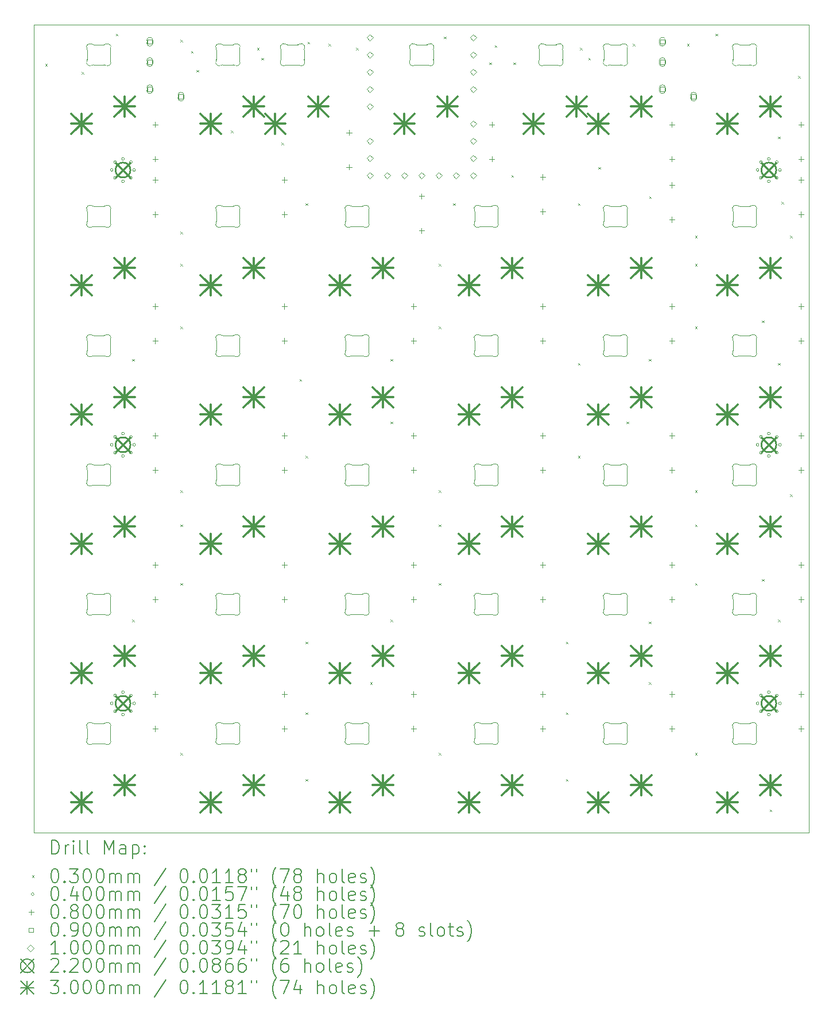
<source format=gbr>
%TF.GenerationSoftware,KiCad,Pcbnew,8.0.5*%
%TF.CreationDate,2024-10-08T22:30:31+02:00*%
%TF.ProjectId,tekskey-v3-rounded,74656b73-6b65-4792-9d76-332d726f756e,rev?*%
%TF.SameCoordinates,Original*%
%TF.FileFunction,Drillmap*%
%TF.FilePolarity,Positive*%
%FSLAX45Y45*%
G04 Gerber Fmt 4.5, Leading zero omitted, Abs format (unit mm)*
G04 Created by KiCad (PCBNEW 8.0.5) date 2024-10-08 22:30:31*
%MOMM*%
%LPD*%
G01*
G04 APERTURE LIST*
%ADD10C,0.050000*%
%ADD11C,0.100000*%
%ADD12C,0.200000*%
%ADD13C,0.220000*%
%ADD14C,0.300000*%
G04 APERTURE END LIST*
D10*
X2857500Y-2381250D02*
X14287500Y-2381250D01*
X14287500Y-14287500D01*
X2857500Y-14287500D01*
X2857500Y-2381250D01*
D11*
X11604948Y-11013972D02*
G75*
G02*
X11599998Y-10992284I45012J21682D01*
G01*
X11604948Y-11013972D02*
G75*
G02*
X11534671Y-11078830I-45051J-21688D01*
G01*
X11600000Y-10851716D02*
G75*
G02*
X11604949Y-10830028I49990J2D01*
G01*
X11534671Y-10765170D02*
G75*
G02*
X11604948Y-10830028I25226J-43170D01*
G01*
X11534671Y-10765170D02*
G75*
G02*
X11509445Y-10772000I-25226J43171D01*
G01*
X11509445Y-11072000D02*
G75*
G02*
X11534671Y-11078830I0J-50001D01*
G01*
X11350555Y-10772000D02*
G75*
G02*
X11325329Y-10765170I0J50001D01*
G01*
X11325329Y-11078830D02*
G75*
G02*
X11350555Y-11072000I25226J-43171D01*
G01*
X11325329Y-11078830D02*
G75*
G02*
X11255052Y-11013972I-25226J43170D01*
G01*
X11260000Y-10992284D02*
G75*
G02*
X11255052Y-11013972I-49999J0D01*
G01*
X11255052Y-10830028D02*
G75*
G02*
X11325329Y-10765170I45052J21688D01*
G01*
X11255052Y-10830028D02*
G75*
G02*
X11260000Y-10851716I-45051J-21688D01*
G01*
X11600000Y-10992284D02*
X11600000Y-10851716D01*
X11509445Y-10772000D02*
X11350555Y-10772000D01*
X11350555Y-11072000D02*
X11509445Y-11072000D01*
X11260000Y-10851716D02*
X11260000Y-10992284D01*
X13509948Y-9108972D02*
G75*
G02*
X13504999Y-9087284I45102J21702D01*
G01*
X13509948Y-9108972D02*
G75*
G02*
X13439671Y-9173830I-45051J-21688D01*
G01*
X13505000Y-8946716D02*
G75*
G02*
X13509948Y-8925028I49980J6D01*
G01*
X13439671Y-8860170D02*
G75*
G02*
X13509948Y-8925028I25226J-43170D01*
G01*
X13439671Y-8860170D02*
G75*
G02*
X13414445Y-8867000I-25226J43171D01*
G01*
X13414445Y-9167000D02*
G75*
G02*
X13439671Y-9173830I0J-50001D01*
G01*
X13255555Y-8867000D02*
G75*
G02*
X13230329Y-8860170I0J50001D01*
G01*
X13230329Y-9173830D02*
G75*
G02*
X13255555Y-9167000I25226J-43171D01*
G01*
X13230329Y-9173830D02*
G75*
G02*
X13160051Y-9108972I-25226J43170D01*
G01*
X13165000Y-9087284D02*
G75*
G02*
X13160052Y-9108972I-49999J0D01*
G01*
X13160052Y-8925028D02*
G75*
G02*
X13230329Y-8860170I45051J21688D01*
G01*
X13160052Y-8925028D02*
G75*
G02*
X13165000Y-8946716I-45051J-21688D01*
G01*
X13505000Y-9087284D02*
X13505000Y-8946716D01*
X13414445Y-8867000D02*
X13255555Y-8867000D01*
X13255555Y-9167000D02*
X13414445Y-9167000D01*
X13165000Y-8946716D02*
X13165000Y-9087284D01*
X7794948Y-11013972D02*
G75*
G02*
X7789998Y-10992284I45012J21682D01*
G01*
X7794948Y-11013972D02*
G75*
G02*
X7724671Y-11078830I-45051J-21688D01*
G01*
X7790000Y-10851716D02*
G75*
G02*
X7794949Y-10830028I49990J2D01*
G01*
X7724671Y-10765170D02*
G75*
G02*
X7794948Y-10830028I25226J-43170D01*
G01*
X7724671Y-10765170D02*
G75*
G02*
X7699445Y-10772000I-25226J43171D01*
G01*
X7699445Y-11072000D02*
G75*
G02*
X7724671Y-11078830I0J-50001D01*
G01*
X7540555Y-10772000D02*
G75*
G02*
X7515329Y-10765170I0J50001D01*
G01*
X7515329Y-11078830D02*
G75*
G02*
X7540555Y-11072000I25226J-43171D01*
G01*
X7515329Y-11078830D02*
G75*
G02*
X7445052Y-11013972I-25226J43170D01*
G01*
X7450000Y-10992284D02*
G75*
G02*
X7445052Y-11013972I-49999J0D01*
G01*
X7445052Y-10830028D02*
G75*
G02*
X7515329Y-10765170I45052J21688D01*
G01*
X7445052Y-10830028D02*
G75*
G02*
X7450000Y-10851716I-45051J-21688D01*
G01*
X7790000Y-10992284D02*
X7790000Y-10851716D01*
X7699445Y-10772000D02*
X7540555Y-10772000D01*
X7540555Y-11072000D02*
X7699445Y-11072000D01*
X7450000Y-10851716D02*
X7450000Y-10992284D01*
X11604948Y-2917722D02*
G75*
G02*
X11599998Y-2896034I45012J21682D01*
G01*
X11604948Y-2917722D02*
G75*
G02*
X11534671Y-2982580I-45051J-21688D01*
G01*
X11600000Y-2755466D02*
G75*
G02*
X11604949Y-2733778I49990J2D01*
G01*
X11534671Y-2668920D02*
G75*
G02*
X11604948Y-2733778I25226J-43170D01*
G01*
X11534671Y-2668920D02*
G75*
G02*
X11509445Y-2675750I-25226J43171D01*
G01*
X11509445Y-2975750D02*
G75*
G02*
X11534671Y-2982580I0J-50001D01*
G01*
X11350555Y-2675750D02*
G75*
G02*
X11325329Y-2668920I0J50001D01*
G01*
X11325329Y-2982580D02*
G75*
G02*
X11350555Y-2975750I25226J-43171D01*
G01*
X11325329Y-2982580D02*
G75*
G02*
X11255052Y-2917722I-25226J43170D01*
G01*
X11260000Y-2896034D02*
G75*
G02*
X11255052Y-2917722I-49999J0D01*
G01*
X11255052Y-2733778D02*
G75*
G02*
X11325329Y-2668920I45052J21688D01*
G01*
X11255052Y-2733778D02*
G75*
G02*
X11260000Y-2755466I-45051J-21688D01*
G01*
X11600000Y-2896034D02*
X11600000Y-2755466D01*
X11509445Y-2675750D02*
X11350555Y-2675750D01*
X11350555Y-2975750D02*
X11509445Y-2975750D01*
X11260000Y-2755466D02*
X11260000Y-2896034D01*
X5889948Y-9108972D02*
G75*
G02*
X5884999Y-9087284I45102J21702D01*
G01*
X5889948Y-9108972D02*
G75*
G02*
X5819671Y-9173830I-45051J-21688D01*
G01*
X5885000Y-8946716D02*
G75*
G02*
X5889948Y-8925028I49980J6D01*
G01*
X5819671Y-8860170D02*
G75*
G02*
X5889948Y-8925028I25226J-43170D01*
G01*
X5819671Y-8860170D02*
G75*
G02*
X5794445Y-8867000I-25226J43171D01*
G01*
X5794445Y-9167000D02*
G75*
G02*
X5819671Y-9173830I0J-50001D01*
G01*
X5635555Y-8867000D02*
G75*
G02*
X5610329Y-8860170I0J50001D01*
G01*
X5610329Y-9173830D02*
G75*
G02*
X5635555Y-9167000I25226J-43171D01*
G01*
X5610329Y-9173830D02*
G75*
G02*
X5540052Y-9108972I-25226J43170D01*
G01*
X5545000Y-9087284D02*
G75*
G02*
X5540052Y-9108972I-49999J0D01*
G01*
X5540052Y-8925028D02*
G75*
G02*
X5610329Y-8860170I45051J21688D01*
G01*
X5540052Y-8925028D02*
G75*
G02*
X5545000Y-8946716I-45051J-21688D01*
G01*
X5885000Y-9087284D02*
X5885000Y-8946716D01*
X5794445Y-8867000D02*
X5635555Y-8867000D01*
X5635555Y-9167000D02*
X5794445Y-9167000D01*
X5545000Y-8946716D02*
X5545000Y-9087284D01*
X13509948Y-7203972D02*
G75*
G02*
X13504998Y-7182284I45012J21682D01*
G01*
X13509948Y-7203972D02*
G75*
G02*
X13439671Y-7268830I-45051J-21688D01*
G01*
X13505000Y-7041716D02*
G75*
G02*
X13509949Y-7020028I49990J2D01*
G01*
X13439671Y-6955170D02*
G75*
G02*
X13509948Y-7020028I25226J-43170D01*
G01*
X13439671Y-6955170D02*
G75*
G02*
X13414445Y-6962000I-25226J43171D01*
G01*
X13414445Y-7262000D02*
G75*
G02*
X13439671Y-7268830I0J-50001D01*
G01*
X13255555Y-6962000D02*
G75*
G02*
X13230329Y-6955170I0J50001D01*
G01*
X13230329Y-7268830D02*
G75*
G02*
X13255555Y-7262000I25226J-43171D01*
G01*
X13230329Y-7268830D02*
G75*
G02*
X13160052Y-7203972I-25226J43170D01*
G01*
X13165000Y-7182284D02*
G75*
G02*
X13160052Y-7203972I-49999J0D01*
G01*
X13160052Y-7020028D02*
G75*
G02*
X13230329Y-6955170I45052J21688D01*
G01*
X13160052Y-7020028D02*
G75*
G02*
X13165000Y-7041716I-45051J-21688D01*
G01*
X13505000Y-7182284D02*
X13505000Y-7041716D01*
X13414445Y-6962000D02*
X13255555Y-6962000D01*
X13255555Y-7262000D02*
X13414445Y-7262000D01*
X13165000Y-7041716D02*
X13165000Y-7182284D01*
X5889948Y-2917722D02*
G75*
G02*
X5884998Y-2896034I45012J21682D01*
G01*
X5889948Y-2917722D02*
G75*
G02*
X5819671Y-2982580I-45051J-21688D01*
G01*
X5885000Y-2755466D02*
G75*
G02*
X5889949Y-2733778I49990J2D01*
G01*
X5819671Y-2668920D02*
G75*
G02*
X5889948Y-2733778I25226J-43170D01*
G01*
X5819671Y-2668920D02*
G75*
G02*
X5794445Y-2675750I-25226J43171D01*
G01*
X5794445Y-2975750D02*
G75*
G02*
X5819671Y-2982580I0J-50001D01*
G01*
X5635555Y-2675750D02*
G75*
G02*
X5610329Y-2668920I0J50001D01*
G01*
X5610329Y-2982580D02*
G75*
G02*
X5635555Y-2975750I25226J-43171D01*
G01*
X5610329Y-2982580D02*
G75*
G02*
X5540052Y-2917722I-25226J43170D01*
G01*
X5545000Y-2896034D02*
G75*
G02*
X5540052Y-2917722I-49999J0D01*
G01*
X5540052Y-2733778D02*
G75*
G02*
X5610329Y-2668920I45052J21688D01*
G01*
X5540052Y-2733778D02*
G75*
G02*
X5545000Y-2755466I-45051J-21688D01*
G01*
X5885000Y-2896034D02*
X5885000Y-2755466D01*
X5794445Y-2675750D02*
X5635555Y-2675750D01*
X5635555Y-2975750D02*
X5794445Y-2975750D01*
X5545000Y-2755466D02*
X5545000Y-2896034D01*
X7794948Y-7203972D02*
G75*
G02*
X7789998Y-7182284I45012J21682D01*
G01*
X7794948Y-7203972D02*
G75*
G02*
X7724671Y-7268830I-45051J-21688D01*
G01*
X7790000Y-7041716D02*
G75*
G02*
X7794949Y-7020028I49990J2D01*
G01*
X7724671Y-6955170D02*
G75*
G02*
X7794948Y-7020028I25226J-43170D01*
G01*
X7724671Y-6955170D02*
G75*
G02*
X7699445Y-6962000I-25226J43171D01*
G01*
X7699445Y-7262000D02*
G75*
G02*
X7724671Y-7268830I0J-50001D01*
G01*
X7540555Y-6962000D02*
G75*
G02*
X7515329Y-6955170I0J50001D01*
G01*
X7515329Y-7268830D02*
G75*
G02*
X7540555Y-7262000I25226J-43171D01*
G01*
X7515329Y-7268830D02*
G75*
G02*
X7445052Y-7203972I-25226J43170D01*
G01*
X7450000Y-7182284D02*
G75*
G02*
X7445052Y-7203972I-49999J0D01*
G01*
X7445052Y-7020028D02*
G75*
G02*
X7515329Y-6955170I45052J21688D01*
G01*
X7445052Y-7020028D02*
G75*
G02*
X7450000Y-7041716I-45051J-21688D01*
G01*
X7790000Y-7182284D02*
X7790000Y-7041716D01*
X7699445Y-6962000D02*
X7540555Y-6962000D01*
X7540555Y-7262000D02*
X7699445Y-7262000D01*
X7450000Y-7041716D02*
X7450000Y-7182284D01*
X10652448Y-2917722D02*
G75*
G02*
X10647499Y-2896034I45012J21682D01*
G01*
X10652448Y-2917722D02*
G75*
G02*
X10582171Y-2982580I-45051J-21688D01*
G01*
X10647500Y-2755466D02*
G75*
G02*
X10652449Y-2733778I49990J2D01*
G01*
X10582171Y-2668920D02*
G75*
G02*
X10652448Y-2733778I25226J-43170D01*
G01*
X10582171Y-2668920D02*
G75*
G02*
X10556945Y-2675750I-25226J43171D01*
G01*
X10556945Y-2975750D02*
G75*
G02*
X10582171Y-2982580I0J-50001D01*
G01*
X10398055Y-2675750D02*
G75*
G02*
X10372829Y-2668920I0J50001D01*
G01*
X10372829Y-2982580D02*
G75*
G02*
X10398055Y-2975750I25226J-43171D01*
G01*
X10372829Y-2982580D02*
G75*
G02*
X10302552Y-2917722I-25226J43170D01*
G01*
X10307500Y-2896034D02*
G75*
G02*
X10302552Y-2917722I-49999J0D01*
G01*
X10302552Y-2733778D02*
G75*
G02*
X10372829Y-2668920I45052J21688D01*
G01*
X10302552Y-2733778D02*
G75*
G02*
X10307500Y-2755466I-45051J-21688D01*
G01*
X10647500Y-2896034D02*
X10647500Y-2755466D01*
X10556945Y-2675750D02*
X10398055Y-2675750D01*
X10398055Y-2975750D02*
X10556945Y-2975750D01*
X10307500Y-2755466D02*
X10307500Y-2896034D01*
X5889948Y-7203972D02*
G75*
G02*
X5884998Y-7182284I45012J21682D01*
G01*
X5889948Y-7203972D02*
G75*
G02*
X5819671Y-7268830I-45051J-21688D01*
G01*
X5885000Y-7041716D02*
G75*
G02*
X5889949Y-7020028I49990J2D01*
G01*
X5819671Y-6955170D02*
G75*
G02*
X5889948Y-7020028I25226J-43170D01*
G01*
X5819671Y-6955170D02*
G75*
G02*
X5794445Y-6962000I-25226J43171D01*
G01*
X5794445Y-7262000D02*
G75*
G02*
X5819671Y-7268830I0J-50001D01*
G01*
X5635555Y-6962000D02*
G75*
G02*
X5610329Y-6955170I0J50001D01*
G01*
X5610329Y-7268830D02*
G75*
G02*
X5635555Y-7262000I25226J-43171D01*
G01*
X5610329Y-7268830D02*
G75*
G02*
X5540052Y-7203972I-25226J43170D01*
G01*
X5545000Y-7182284D02*
G75*
G02*
X5540052Y-7203972I-49999J0D01*
G01*
X5540052Y-7020028D02*
G75*
G02*
X5610329Y-6955170I45052J21688D01*
G01*
X5540052Y-7020028D02*
G75*
G02*
X5545000Y-7041716I-45051J-21688D01*
G01*
X5885000Y-7182284D02*
X5885000Y-7041716D01*
X5794445Y-6962000D02*
X5635555Y-6962000D01*
X5635555Y-7262000D02*
X5794445Y-7262000D01*
X5545000Y-7041716D02*
X5545000Y-7182284D01*
X3984948Y-5298972D02*
G75*
G02*
X3979999Y-5277284I45102J21702D01*
G01*
X3984948Y-5298972D02*
G75*
G02*
X3914671Y-5363830I-45051J-21688D01*
G01*
X3980000Y-5136716D02*
G75*
G02*
X3984948Y-5115028I49980J6D01*
G01*
X3914671Y-5050170D02*
G75*
G02*
X3984948Y-5115028I25226J-43170D01*
G01*
X3914671Y-5050170D02*
G75*
G02*
X3889445Y-5057000I-25226J43171D01*
G01*
X3889445Y-5357000D02*
G75*
G02*
X3914671Y-5363830I0J-50001D01*
G01*
X3730555Y-5057000D02*
G75*
G02*
X3705329Y-5050170I0J50001D01*
G01*
X3705329Y-5363830D02*
G75*
G02*
X3730555Y-5357000I25226J-43171D01*
G01*
X3705329Y-5363830D02*
G75*
G02*
X3635051Y-5298972I-25226J43170D01*
G01*
X3640000Y-5277284D02*
G75*
G02*
X3635052Y-5298972I-49999J0D01*
G01*
X3635052Y-5115028D02*
G75*
G02*
X3705329Y-5050170I45051J21688D01*
G01*
X3635052Y-5115028D02*
G75*
G02*
X3640000Y-5136716I-45051J-21688D01*
G01*
X3980000Y-5277284D02*
X3980000Y-5136716D01*
X3889445Y-5057000D02*
X3730555Y-5057000D01*
X3730555Y-5357000D02*
X3889445Y-5357000D01*
X3640000Y-5136716D02*
X3640000Y-5277284D01*
X5889948Y-11013972D02*
G75*
G02*
X5884998Y-10992284I45012J21682D01*
G01*
X5889948Y-11013972D02*
G75*
G02*
X5819671Y-11078830I-45051J-21688D01*
G01*
X5885000Y-10851716D02*
G75*
G02*
X5889949Y-10830028I49990J2D01*
G01*
X5819671Y-10765170D02*
G75*
G02*
X5889948Y-10830028I25226J-43170D01*
G01*
X5819671Y-10765170D02*
G75*
G02*
X5794445Y-10772000I-25226J43171D01*
G01*
X5794445Y-11072000D02*
G75*
G02*
X5819671Y-11078830I0J-50001D01*
G01*
X5635555Y-10772000D02*
G75*
G02*
X5610329Y-10765170I0J50001D01*
G01*
X5610329Y-11078830D02*
G75*
G02*
X5635555Y-11072000I25226J-43171D01*
G01*
X5610329Y-11078830D02*
G75*
G02*
X5540052Y-11013972I-25226J43170D01*
G01*
X5545000Y-10992284D02*
G75*
G02*
X5540052Y-11013972I-49999J0D01*
G01*
X5540052Y-10830028D02*
G75*
G02*
X5610329Y-10765170I45052J21688D01*
G01*
X5540052Y-10830028D02*
G75*
G02*
X5545000Y-10851716I-45051J-21688D01*
G01*
X5885000Y-10992284D02*
X5885000Y-10851716D01*
X5794445Y-10772000D02*
X5635555Y-10772000D01*
X5635555Y-11072000D02*
X5794445Y-11072000D01*
X5545000Y-10851716D02*
X5545000Y-10992284D01*
X3984948Y-9108972D02*
G75*
G02*
X3979999Y-9087284I45102J21702D01*
G01*
X3984948Y-9108972D02*
G75*
G02*
X3914671Y-9173830I-45051J-21688D01*
G01*
X3980000Y-8946716D02*
G75*
G02*
X3984948Y-8925028I49980J6D01*
G01*
X3914671Y-8860170D02*
G75*
G02*
X3984948Y-8925028I25226J-43170D01*
G01*
X3914671Y-8860170D02*
G75*
G02*
X3889445Y-8867000I-25226J43171D01*
G01*
X3889445Y-9167000D02*
G75*
G02*
X3914671Y-9173830I0J-50001D01*
G01*
X3730555Y-8867000D02*
G75*
G02*
X3705329Y-8860170I0J50001D01*
G01*
X3705329Y-9173830D02*
G75*
G02*
X3730555Y-9167000I25226J-43171D01*
G01*
X3705329Y-9173830D02*
G75*
G02*
X3635051Y-9108972I-25226J43170D01*
G01*
X3640000Y-9087284D02*
G75*
G02*
X3635052Y-9108972I-49999J0D01*
G01*
X3635052Y-8925028D02*
G75*
G02*
X3705329Y-8860170I45051J21688D01*
G01*
X3635052Y-8925028D02*
G75*
G02*
X3640000Y-8946716I-45051J-21688D01*
G01*
X3980000Y-9087284D02*
X3980000Y-8946716D01*
X3889445Y-8867000D02*
X3730555Y-8867000D01*
X3730555Y-9167000D02*
X3889445Y-9167000D01*
X3640000Y-8946716D02*
X3640000Y-9087284D01*
X9699948Y-12918972D02*
G75*
G02*
X9694999Y-12897284I45102J21702D01*
G01*
X9699948Y-12918972D02*
G75*
G02*
X9629671Y-12983830I-45051J-21688D01*
G01*
X9695000Y-12756716D02*
G75*
G02*
X9699948Y-12735028I49980J6D01*
G01*
X9629671Y-12670170D02*
G75*
G02*
X9699948Y-12735028I25226J-43170D01*
G01*
X9629671Y-12670170D02*
G75*
G02*
X9604445Y-12677000I-25226J43171D01*
G01*
X9604445Y-12977000D02*
G75*
G02*
X9629671Y-12983830I0J-50001D01*
G01*
X9445555Y-12677000D02*
G75*
G02*
X9420329Y-12670170I0J50001D01*
G01*
X9420329Y-12983830D02*
G75*
G02*
X9445555Y-12977000I25226J-43171D01*
G01*
X9420329Y-12983830D02*
G75*
G02*
X9350052Y-12918972I-25226J43170D01*
G01*
X9355000Y-12897284D02*
G75*
G02*
X9350052Y-12918972I-49999J0D01*
G01*
X9350052Y-12735028D02*
G75*
G02*
X9420329Y-12670170I45051J21688D01*
G01*
X9350052Y-12735028D02*
G75*
G02*
X9355000Y-12756716I-45051J-21688D01*
G01*
X9695000Y-12897284D02*
X9695000Y-12756716D01*
X9604445Y-12677000D02*
X9445555Y-12677000D01*
X9445555Y-12977000D02*
X9604445Y-12977000D01*
X9355000Y-12756716D02*
X9355000Y-12897284D01*
X6842448Y-2917722D02*
G75*
G02*
X6837498Y-2896034I45012J21682D01*
G01*
X6842448Y-2917722D02*
G75*
G02*
X6772171Y-2982580I-45051J-21688D01*
G01*
X6837500Y-2755466D02*
G75*
G02*
X6842449Y-2733778I49990J2D01*
G01*
X6772171Y-2668920D02*
G75*
G02*
X6842448Y-2733778I25226J-43170D01*
G01*
X6772171Y-2668920D02*
G75*
G02*
X6746945Y-2675750I-25226J43171D01*
G01*
X6746945Y-2975750D02*
G75*
G02*
X6772171Y-2982580I0J-50001D01*
G01*
X6588055Y-2675750D02*
G75*
G02*
X6562829Y-2668920I0J50001D01*
G01*
X6562829Y-2982580D02*
G75*
G02*
X6588055Y-2975750I25226J-43171D01*
G01*
X6562829Y-2982580D02*
G75*
G02*
X6492552Y-2917722I-25226J43170D01*
G01*
X6497500Y-2896034D02*
G75*
G02*
X6492552Y-2917722I-49999J0D01*
G01*
X6492552Y-2733778D02*
G75*
G02*
X6562829Y-2668920I45052J21688D01*
G01*
X6492552Y-2733778D02*
G75*
G02*
X6497500Y-2755466I-45051J-21688D01*
G01*
X6837500Y-2896034D02*
X6837500Y-2755466D01*
X6746945Y-2675750D02*
X6588055Y-2675750D01*
X6588055Y-2975750D02*
X6746945Y-2975750D01*
X6497500Y-2755466D02*
X6497500Y-2896034D01*
X3984948Y-7203972D02*
G75*
G02*
X3979998Y-7182284I45012J21682D01*
G01*
X3984948Y-7203972D02*
G75*
G02*
X3914671Y-7268830I-45051J-21688D01*
G01*
X3980000Y-7041716D02*
G75*
G02*
X3984949Y-7020028I49990J2D01*
G01*
X3914671Y-6955170D02*
G75*
G02*
X3984948Y-7020028I25226J-43170D01*
G01*
X3914671Y-6955170D02*
G75*
G02*
X3889445Y-6962000I-25226J43171D01*
G01*
X3889445Y-7262000D02*
G75*
G02*
X3914671Y-7268830I0J-50001D01*
G01*
X3730555Y-6962000D02*
G75*
G02*
X3705329Y-6955170I0J50001D01*
G01*
X3705329Y-7268830D02*
G75*
G02*
X3730555Y-7262000I25226J-43171D01*
G01*
X3705329Y-7268830D02*
G75*
G02*
X3635052Y-7203972I-25226J43170D01*
G01*
X3640000Y-7182284D02*
G75*
G02*
X3635052Y-7203972I-49999J0D01*
G01*
X3635052Y-7020028D02*
G75*
G02*
X3705329Y-6955170I45052J21688D01*
G01*
X3635052Y-7020028D02*
G75*
G02*
X3640000Y-7041716I-45051J-21688D01*
G01*
X3980000Y-7182284D02*
X3980000Y-7041716D01*
X3889445Y-6962000D02*
X3730555Y-6962000D01*
X3730555Y-7262000D02*
X3889445Y-7262000D01*
X3640000Y-7041716D02*
X3640000Y-7182284D01*
X13509948Y-12918972D02*
G75*
G02*
X13504999Y-12897284I45102J21702D01*
G01*
X13509948Y-12918972D02*
G75*
G02*
X13439671Y-12983830I-45051J-21688D01*
G01*
X13505000Y-12756716D02*
G75*
G02*
X13509948Y-12735028I49980J6D01*
G01*
X13439671Y-12670170D02*
G75*
G02*
X13509948Y-12735028I25226J-43170D01*
G01*
X13439671Y-12670170D02*
G75*
G02*
X13414445Y-12677000I-25226J43171D01*
G01*
X13414445Y-12977000D02*
G75*
G02*
X13439671Y-12983830I0J-50001D01*
G01*
X13255555Y-12677000D02*
G75*
G02*
X13230329Y-12670170I0J50001D01*
G01*
X13230329Y-12983830D02*
G75*
G02*
X13255555Y-12977000I25226J-43171D01*
G01*
X13230329Y-12983830D02*
G75*
G02*
X13160051Y-12918972I-25226J43170D01*
G01*
X13165000Y-12897284D02*
G75*
G02*
X13160052Y-12918972I-49999J0D01*
G01*
X13160052Y-12735028D02*
G75*
G02*
X13230329Y-12670170I45051J21688D01*
G01*
X13160052Y-12735028D02*
G75*
G02*
X13165000Y-12756716I-45051J-21688D01*
G01*
X13505000Y-12897284D02*
X13505000Y-12756716D01*
X13414445Y-12677000D02*
X13255555Y-12677000D01*
X13255555Y-12977000D02*
X13414445Y-12977000D01*
X13165000Y-12756716D02*
X13165000Y-12897284D01*
X9699948Y-11013972D02*
G75*
G02*
X9694999Y-10992284I45012J21682D01*
G01*
X9699948Y-11013972D02*
G75*
G02*
X9629671Y-11078830I-45051J-21688D01*
G01*
X9695000Y-10851716D02*
G75*
G02*
X9699949Y-10830028I49990J2D01*
G01*
X9629671Y-10765170D02*
G75*
G02*
X9699948Y-10830028I25226J-43170D01*
G01*
X9629671Y-10765170D02*
G75*
G02*
X9604445Y-10772000I-25226J43171D01*
G01*
X9604445Y-11072000D02*
G75*
G02*
X9629671Y-11078830I0J-50001D01*
G01*
X9445555Y-10772000D02*
G75*
G02*
X9420329Y-10765170I0J50001D01*
G01*
X9420329Y-11078830D02*
G75*
G02*
X9445555Y-11072000I25226J-43171D01*
G01*
X9420329Y-11078830D02*
G75*
G02*
X9350052Y-11013972I-25226J43170D01*
G01*
X9355000Y-10992284D02*
G75*
G02*
X9350052Y-11013972I-49999J0D01*
G01*
X9350052Y-10830028D02*
G75*
G02*
X9420329Y-10765170I45052J21688D01*
G01*
X9350052Y-10830028D02*
G75*
G02*
X9355000Y-10851716I-45051J-21688D01*
G01*
X9695000Y-10992284D02*
X9695000Y-10851716D01*
X9604445Y-10772000D02*
X9445555Y-10772000D01*
X9445555Y-11072000D02*
X9604445Y-11072000D01*
X9355000Y-10851716D02*
X9355000Y-10992284D01*
X7794948Y-9108972D02*
G75*
G02*
X7789999Y-9087284I45102J21702D01*
G01*
X7794948Y-9108972D02*
G75*
G02*
X7724671Y-9173830I-45051J-21688D01*
G01*
X7790000Y-8946716D02*
G75*
G02*
X7794948Y-8925028I49980J6D01*
G01*
X7724671Y-8860170D02*
G75*
G02*
X7794948Y-8925028I25226J-43170D01*
G01*
X7724671Y-8860170D02*
G75*
G02*
X7699445Y-8867000I-25226J43171D01*
G01*
X7699445Y-9167000D02*
G75*
G02*
X7724671Y-9173830I0J-50001D01*
G01*
X7540555Y-8867000D02*
G75*
G02*
X7515329Y-8860170I0J50001D01*
G01*
X7515329Y-9173830D02*
G75*
G02*
X7540555Y-9167000I25226J-43171D01*
G01*
X7515329Y-9173830D02*
G75*
G02*
X7445051Y-9108972I-25226J43170D01*
G01*
X7450000Y-9087284D02*
G75*
G02*
X7445052Y-9108972I-49999J0D01*
G01*
X7445052Y-8925028D02*
G75*
G02*
X7515329Y-8860170I45051J21688D01*
G01*
X7445052Y-8925028D02*
G75*
G02*
X7450000Y-8946716I-45051J-21688D01*
G01*
X7790000Y-9087284D02*
X7790000Y-8946716D01*
X7699445Y-8867000D02*
X7540555Y-8867000D01*
X7540555Y-9167000D02*
X7699445Y-9167000D01*
X7450000Y-8946716D02*
X7450000Y-9087284D01*
X9699948Y-9108972D02*
G75*
G02*
X9694999Y-9087284I45102J21702D01*
G01*
X9699948Y-9108972D02*
G75*
G02*
X9629671Y-9173830I-45051J-21688D01*
G01*
X9695000Y-8946716D02*
G75*
G02*
X9699948Y-8925028I49980J6D01*
G01*
X9629671Y-8860170D02*
G75*
G02*
X9699948Y-8925028I25226J-43170D01*
G01*
X9629671Y-8860170D02*
G75*
G02*
X9604445Y-8867000I-25226J43171D01*
G01*
X9604445Y-9167000D02*
G75*
G02*
X9629671Y-9173830I0J-50001D01*
G01*
X9445555Y-8867000D02*
G75*
G02*
X9420329Y-8860170I0J50001D01*
G01*
X9420329Y-9173830D02*
G75*
G02*
X9445555Y-9167000I25226J-43171D01*
G01*
X9420329Y-9173830D02*
G75*
G02*
X9350052Y-9108972I-25226J43170D01*
G01*
X9355000Y-9087284D02*
G75*
G02*
X9350052Y-9108972I-49999J0D01*
G01*
X9350052Y-8925028D02*
G75*
G02*
X9420329Y-8860170I45051J21688D01*
G01*
X9350052Y-8925028D02*
G75*
G02*
X9355000Y-8946716I-45051J-21688D01*
G01*
X9695000Y-9087284D02*
X9695000Y-8946716D01*
X9604445Y-8867000D02*
X9445555Y-8867000D01*
X9445555Y-9167000D02*
X9604445Y-9167000D01*
X9355000Y-8946716D02*
X9355000Y-9087284D01*
X11604948Y-9108972D02*
G75*
G02*
X11599999Y-9087284I45102J21702D01*
G01*
X11604948Y-9108972D02*
G75*
G02*
X11534671Y-9173830I-45051J-21688D01*
G01*
X11600000Y-8946716D02*
G75*
G02*
X11604948Y-8925028I49980J6D01*
G01*
X11534671Y-8860170D02*
G75*
G02*
X11604948Y-8925028I25226J-43170D01*
G01*
X11534671Y-8860170D02*
G75*
G02*
X11509445Y-8867000I-25226J43171D01*
G01*
X11509445Y-9167000D02*
G75*
G02*
X11534671Y-9173830I0J-50001D01*
G01*
X11350555Y-8867000D02*
G75*
G02*
X11325329Y-8860170I0J50001D01*
G01*
X11325329Y-9173830D02*
G75*
G02*
X11350555Y-9167000I25226J-43171D01*
G01*
X11325329Y-9173830D02*
G75*
G02*
X11255051Y-9108972I-25226J43170D01*
G01*
X11260000Y-9087284D02*
G75*
G02*
X11255052Y-9108972I-49999J0D01*
G01*
X11255052Y-8925028D02*
G75*
G02*
X11325329Y-8860170I45051J21688D01*
G01*
X11255052Y-8925028D02*
G75*
G02*
X11260000Y-8946716I-45051J-21688D01*
G01*
X11600000Y-9087284D02*
X11600000Y-8946716D01*
X11509445Y-8867000D02*
X11350555Y-8867000D01*
X11350555Y-9167000D02*
X11509445Y-9167000D01*
X11260000Y-8946716D02*
X11260000Y-9087284D01*
X5889948Y-5298972D02*
G75*
G02*
X5884999Y-5277284I45102J21702D01*
G01*
X5889948Y-5298972D02*
G75*
G02*
X5819671Y-5363830I-45051J-21688D01*
G01*
X5885000Y-5136716D02*
G75*
G02*
X5889948Y-5115028I49980J6D01*
G01*
X5819671Y-5050170D02*
G75*
G02*
X5889948Y-5115028I25226J-43170D01*
G01*
X5819671Y-5050170D02*
G75*
G02*
X5794445Y-5057000I-25226J43171D01*
G01*
X5794445Y-5357000D02*
G75*
G02*
X5819671Y-5363830I0J-50001D01*
G01*
X5635555Y-5057000D02*
G75*
G02*
X5610329Y-5050170I0J50001D01*
G01*
X5610329Y-5363830D02*
G75*
G02*
X5635555Y-5357000I25226J-43171D01*
G01*
X5610329Y-5363830D02*
G75*
G02*
X5540052Y-5298972I-25226J43170D01*
G01*
X5545000Y-5277284D02*
G75*
G02*
X5540052Y-5298972I-49999J0D01*
G01*
X5540052Y-5115028D02*
G75*
G02*
X5610329Y-5050170I45051J21688D01*
G01*
X5540052Y-5115028D02*
G75*
G02*
X5545000Y-5136716I-45051J-21688D01*
G01*
X5885000Y-5277284D02*
X5885000Y-5136716D01*
X5794445Y-5057000D02*
X5635555Y-5057000D01*
X5635555Y-5357000D02*
X5794445Y-5357000D01*
X5545000Y-5136716D02*
X5545000Y-5277284D01*
X7794948Y-12918972D02*
G75*
G02*
X7789999Y-12897284I45102J21702D01*
G01*
X7794948Y-12918972D02*
G75*
G02*
X7724671Y-12983830I-45051J-21688D01*
G01*
X7790000Y-12756716D02*
G75*
G02*
X7794948Y-12735028I49980J6D01*
G01*
X7724671Y-12670170D02*
G75*
G02*
X7794948Y-12735028I25226J-43170D01*
G01*
X7724671Y-12670170D02*
G75*
G02*
X7699445Y-12677000I-25226J43171D01*
G01*
X7699445Y-12977000D02*
G75*
G02*
X7724671Y-12983830I0J-50001D01*
G01*
X7540555Y-12677000D02*
G75*
G02*
X7515329Y-12670170I0J50001D01*
G01*
X7515329Y-12983830D02*
G75*
G02*
X7540555Y-12977000I25226J-43171D01*
G01*
X7515329Y-12983830D02*
G75*
G02*
X7445051Y-12918972I-25226J43170D01*
G01*
X7450000Y-12897284D02*
G75*
G02*
X7445052Y-12918972I-49999J0D01*
G01*
X7445052Y-12735028D02*
G75*
G02*
X7515329Y-12670170I45051J21688D01*
G01*
X7445052Y-12735028D02*
G75*
G02*
X7450000Y-12756716I-45051J-21688D01*
G01*
X7790000Y-12897284D02*
X7790000Y-12756716D01*
X7699445Y-12677000D02*
X7540555Y-12677000D01*
X7540555Y-12977000D02*
X7699445Y-12977000D01*
X7450000Y-12756716D02*
X7450000Y-12897284D01*
X9699948Y-5298972D02*
G75*
G02*
X9694999Y-5277284I45102J21702D01*
G01*
X9699948Y-5298972D02*
G75*
G02*
X9629671Y-5363830I-45051J-21688D01*
G01*
X9695000Y-5136716D02*
G75*
G02*
X9699948Y-5115028I49980J6D01*
G01*
X9629671Y-5050170D02*
G75*
G02*
X9699948Y-5115028I25226J-43170D01*
G01*
X9629671Y-5050170D02*
G75*
G02*
X9604445Y-5057000I-25226J43171D01*
G01*
X9604445Y-5357000D02*
G75*
G02*
X9629671Y-5363830I0J-50001D01*
G01*
X9445555Y-5057000D02*
G75*
G02*
X9420329Y-5050170I0J50001D01*
G01*
X9420329Y-5363830D02*
G75*
G02*
X9445555Y-5357000I25226J-43171D01*
G01*
X9420329Y-5363830D02*
G75*
G02*
X9350052Y-5298972I-25226J43170D01*
G01*
X9355000Y-5277284D02*
G75*
G02*
X9350052Y-5298972I-49999J0D01*
G01*
X9350052Y-5115028D02*
G75*
G02*
X9420329Y-5050170I45051J21688D01*
G01*
X9350052Y-5115028D02*
G75*
G02*
X9355000Y-5136716I-45051J-21688D01*
G01*
X9695000Y-5277284D02*
X9695000Y-5136716D01*
X9604445Y-5057000D02*
X9445555Y-5057000D01*
X9445555Y-5357000D02*
X9604445Y-5357000D01*
X9355000Y-5136716D02*
X9355000Y-5277284D01*
X13509948Y-11013972D02*
G75*
G02*
X13504998Y-10992284I45012J21682D01*
G01*
X13509948Y-11013972D02*
G75*
G02*
X13439671Y-11078830I-45051J-21688D01*
G01*
X13505000Y-10851716D02*
G75*
G02*
X13509949Y-10830028I49990J2D01*
G01*
X13439671Y-10765170D02*
G75*
G02*
X13509948Y-10830028I25226J-43170D01*
G01*
X13439671Y-10765170D02*
G75*
G02*
X13414445Y-10772000I-25226J43171D01*
G01*
X13414445Y-11072000D02*
G75*
G02*
X13439671Y-11078830I0J-50001D01*
G01*
X13255555Y-10772000D02*
G75*
G02*
X13230329Y-10765170I0J50001D01*
G01*
X13230329Y-11078830D02*
G75*
G02*
X13255555Y-11072000I25226J-43171D01*
G01*
X13230329Y-11078830D02*
G75*
G02*
X13160052Y-11013972I-25226J43170D01*
G01*
X13165000Y-10992284D02*
G75*
G02*
X13160052Y-11013972I-49999J0D01*
G01*
X13160052Y-10830028D02*
G75*
G02*
X13230329Y-10765170I45052J21688D01*
G01*
X13160052Y-10830028D02*
G75*
G02*
X13165000Y-10851716I-45051J-21688D01*
G01*
X13505000Y-10992284D02*
X13505000Y-10851716D01*
X13414445Y-10772000D02*
X13255555Y-10772000D01*
X13255555Y-11072000D02*
X13414445Y-11072000D01*
X13165000Y-10851716D02*
X13165000Y-10992284D01*
X11604948Y-7203972D02*
G75*
G02*
X11599998Y-7182284I45012J21682D01*
G01*
X11604948Y-7203972D02*
G75*
G02*
X11534671Y-7268830I-45051J-21688D01*
G01*
X11600000Y-7041716D02*
G75*
G02*
X11604949Y-7020028I49990J2D01*
G01*
X11534671Y-6955170D02*
G75*
G02*
X11604948Y-7020028I25226J-43170D01*
G01*
X11534671Y-6955170D02*
G75*
G02*
X11509445Y-6962000I-25226J43171D01*
G01*
X11509445Y-7262000D02*
G75*
G02*
X11534671Y-7268830I0J-50001D01*
G01*
X11350555Y-6962000D02*
G75*
G02*
X11325329Y-6955170I0J50001D01*
G01*
X11325329Y-7268830D02*
G75*
G02*
X11350555Y-7262000I25226J-43171D01*
G01*
X11325329Y-7268830D02*
G75*
G02*
X11255052Y-7203972I-25226J43170D01*
G01*
X11260000Y-7182284D02*
G75*
G02*
X11255052Y-7203972I-49999J0D01*
G01*
X11255052Y-7020028D02*
G75*
G02*
X11325329Y-6955170I45052J21688D01*
G01*
X11255052Y-7020028D02*
G75*
G02*
X11260000Y-7041716I-45051J-21688D01*
G01*
X11600000Y-7182284D02*
X11600000Y-7041716D01*
X11509445Y-6962000D02*
X11350555Y-6962000D01*
X11350555Y-7262000D02*
X11509445Y-7262000D01*
X11260000Y-7041716D02*
X11260000Y-7182284D01*
X13509948Y-2917722D02*
G75*
G02*
X13504998Y-2896034I45012J21682D01*
G01*
X13509948Y-2917722D02*
G75*
G02*
X13439671Y-2982580I-45051J-21688D01*
G01*
X13505000Y-2755466D02*
G75*
G02*
X13509949Y-2733778I49990J2D01*
G01*
X13439671Y-2668920D02*
G75*
G02*
X13509948Y-2733778I25226J-43170D01*
G01*
X13439671Y-2668920D02*
G75*
G02*
X13414445Y-2675750I-25226J43171D01*
G01*
X13414445Y-2975750D02*
G75*
G02*
X13439671Y-2982580I0J-50001D01*
G01*
X13255555Y-2675750D02*
G75*
G02*
X13230329Y-2668920I0J50001D01*
G01*
X13230329Y-2982580D02*
G75*
G02*
X13255555Y-2975750I25226J-43171D01*
G01*
X13230329Y-2982580D02*
G75*
G02*
X13160052Y-2917722I-25226J43170D01*
G01*
X13165000Y-2896034D02*
G75*
G02*
X13160052Y-2917722I-49999J0D01*
G01*
X13160052Y-2733778D02*
G75*
G02*
X13230329Y-2668920I45052J21688D01*
G01*
X13160052Y-2733778D02*
G75*
G02*
X13165000Y-2755466I-45051J-21688D01*
G01*
X13505000Y-2896034D02*
X13505000Y-2755466D01*
X13414445Y-2675750D02*
X13255555Y-2675750D01*
X13255555Y-2975750D02*
X13414445Y-2975750D01*
X13165000Y-2755466D02*
X13165000Y-2896034D01*
X9699948Y-7203972D02*
G75*
G02*
X9694999Y-7182284I45012J21682D01*
G01*
X9699948Y-7203972D02*
G75*
G02*
X9629671Y-7268830I-45051J-21688D01*
G01*
X9695000Y-7041716D02*
G75*
G02*
X9699949Y-7020028I49990J2D01*
G01*
X9629671Y-6955170D02*
G75*
G02*
X9699948Y-7020028I25226J-43170D01*
G01*
X9629671Y-6955170D02*
G75*
G02*
X9604445Y-6962000I-25226J43171D01*
G01*
X9604445Y-7262000D02*
G75*
G02*
X9629671Y-7268830I0J-50001D01*
G01*
X9445555Y-6962000D02*
G75*
G02*
X9420329Y-6955170I0J50001D01*
G01*
X9420329Y-7268830D02*
G75*
G02*
X9445555Y-7262000I25226J-43171D01*
G01*
X9420329Y-7268830D02*
G75*
G02*
X9350052Y-7203972I-25226J43170D01*
G01*
X9355000Y-7182284D02*
G75*
G02*
X9350052Y-7203972I-49999J0D01*
G01*
X9350052Y-7020028D02*
G75*
G02*
X9420329Y-6955170I45052J21688D01*
G01*
X9350052Y-7020028D02*
G75*
G02*
X9355000Y-7041716I-45051J-21688D01*
G01*
X9695000Y-7182284D02*
X9695000Y-7041716D01*
X9604445Y-6962000D02*
X9445555Y-6962000D01*
X9445555Y-7262000D02*
X9604445Y-7262000D01*
X9355000Y-7041716D02*
X9355000Y-7182284D01*
X3984948Y-12918972D02*
G75*
G02*
X3979999Y-12897284I45102J21702D01*
G01*
X3984948Y-12918972D02*
G75*
G02*
X3914671Y-12983830I-45051J-21688D01*
G01*
X3980000Y-12756716D02*
G75*
G02*
X3984948Y-12735028I49980J6D01*
G01*
X3914671Y-12670170D02*
G75*
G02*
X3984948Y-12735028I25226J-43170D01*
G01*
X3914671Y-12670170D02*
G75*
G02*
X3889445Y-12677000I-25226J43171D01*
G01*
X3889445Y-12977000D02*
G75*
G02*
X3914671Y-12983830I0J-50001D01*
G01*
X3730555Y-12677000D02*
G75*
G02*
X3705329Y-12670170I0J50001D01*
G01*
X3705329Y-12983830D02*
G75*
G02*
X3730555Y-12977000I25226J-43171D01*
G01*
X3705329Y-12983830D02*
G75*
G02*
X3635051Y-12918972I-25226J43170D01*
G01*
X3640000Y-12897284D02*
G75*
G02*
X3635052Y-12918972I-49999J0D01*
G01*
X3635052Y-12735028D02*
G75*
G02*
X3705329Y-12670170I45051J21688D01*
G01*
X3635052Y-12735028D02*
G75*
G02*
X3640000Y-12756716I-45051J-21688D01*
G01*
X3980000Y-12897284D02*
X3980000Y-12756716D01*
X3889445Y-12677000D02*
X3730555Y-12677000D01*
X3730555Y-12977000D02*
X3889445Y-12977000D01*
X3640000Y-12756716D02*
X3640000Y-12897284D01*
X3984948Y-2917722D02*
G75*
G02*
X3979998Y-2896034I45012J21682D01*
G01*
X3984948Y-2917722D02*
G75*
G02*
X3914671Y-2982580I-45051J-21688D01*
G01*
X3980000Y-2755466D02*
G75*
G02*
X3984949Y-2733778I49990J2D01*
G01*
X3914671Y-2668920D02*
G75*
G02*
X3984948Y-2733778I25226J-43170D01*
G01*
X3914671Y-2668920D02*
G75*
G02*
X3889445Y-2675750I-25226J43171D01*
G01*
X3889445Y-2975750D02*
G75*
G02*
X3914671Y-2982580I0J-50001D01*
G01*
X3730555Y-2675750D02*
G75*
G02*
X3705329Y-2668920I0J50001D01*
G01*
X3705329Y-2982580D02*
G75*
G02*
X3730555Y-2975750I25226J-43171D01*
G01*
X3705329Y-2982580D02*
G75*
G02*
X3635052Y-2917722I-25226J43170D01*
G01*
X3640000Y-2896034D02*
G75*
G02*
X3635052Y-2917722I-49999J0D01*
G01*
X3635052Y-2733778D02*
G75*
G02*
X3705329Y-2668920I45052J21688D01*
G01*
X3635052Y-2733778D02*
G75*
G02*
X3640000Y-2755466I-45051J-21688D01*
G01*
X3980000Y-2896034D02*
X3980000Y-2755466D01*
X3889445Y-2675750D02*
X3730555Y-2675750D01*
X3730555Y-2975750D02*
X3889445Y-2975750D01*
X3640000Y-2755466D02*
X3640000Y-2896034D01*
X11604948Y-12918972D02*
G75*
G02*
X11599999Y-12897284I45102J21702D01*
G01*
X11604948Y-12918972D02*
G75*
G02*
X11534671Y-12983830I-45051J-21688D01*
G01*
X11600000Y-12756716D02*
G75*
G02*
X11604948Y-12735028I49980J6D01*
G01*
X11534671Y-12670170D02*
G75*
G02*
X11604948Y-12735028I25226J-43170D01*
G01*
X11534671Y-12670170D02*
G75*
G02*
X11509445Y-12677000I-25226J43171D01*
G01*
X11509445Y-12977000D02*
G75*
G02*
X11534671Y-12983830I0J-50001D01*
G01*
X11350555Y-12677000D02*
G75*
G02*
X11325329Y-12670170I0J50001D01*
G01*
X11325329Y-12983830D02*
G75*
G02*
X11350555Y-12977000I25226J-43171D01*
G01*
X11325329Y-12983830D02*
G75*
G02*
X11255051Y-12918972I-25226J43170D01*
G01*
X11260000Y-12897284D02*
G75*
G02*
X11255052Y-12918972I-49999J0D01*
G01*
X11255052Y-12735028D02*
G75*
G02*
X11325329Y-12670170I45051J21688D01*
G01*
X11255052Y-12735028D02*
G75*
G02*
X11260000Y-12756716I-45051J-21688D01*
G01*
X11600000Y-12897284D02*
X11600000Y-12756716D01*
X11509445Y-12677000D02*
X11350555Y-12677000D01*
X11350555Y-12977000D02*
X11509445Y-12977000D01*
X11260000Y-12756716D02*
X11260000Y-12897284D01*
X11604948Y-5298972D02*
G75*
G02*
X11599999Y-5277284I45102J21702D01*
G01*
X11604948Y-5298972D02*
G75*
G02*
X11534671Y-5363830I-45051J-21688D01*
G01*
X11600000Y-5136716D02*
G75*
G02*
X11604948Y-5115028I49980J6D01*
G01*
X11534671Y-5050170D02*
G75*
G02*
X11604948Y-5115028I25226J-43170D01*
G01*
X11534671Y-5050170D02*
G75*
G02*
X11509445Y-5057000I-25226J43171D01*
G01*
X11509445Y-5357000D02*
G75*
G02*
X11534671Y-5363830I0J-50001D01*
G01*
X11350555Y-5057000D02*
G75*
G02*
X11325329Y-5050170I0J50001D01*
G01*
X11325329Y-5363830D02*
G75*
G02*
X11350555Y-5357000I25226J-43171D01*
G01*
X11325329Y-5363830D02*
G75*
G02*
X11255051Y-5298972I-25226J43170D01*
G01*
X11260000Y-5277284D02*
G75*
G02*
X11255052Y-5298972I-49999J0D01*
G01*
X11255052Y-5115028D02*
G75*
G02*
X11325329Y-5050170I45051J21688D01*
G01*
X11255052Y-5115028D02*
G75*
G02*
X11260000Y-5136716I-45051J-21688D01*
G01*
X11600000Y-5277284D02*
X11600000Y-5136716D01*
X11509445Y-5057000D02*
X11350555Y-5057000D01*
X11350555Y-5357000D02*
X11509445Y-5357000D01*
X11260000Y-5136716D02*
X11260000Y-5277284D01*
X7794948Y-5298972D02*
G75*
G02*
X7789999Y-5277284I45102J21702D01*
G01*
X7794948Y-5298972D02*
G75*
G02*
X7724671Y-5363830I-45051J-21688D01*
G01*
X7790000Y-5136716D02*
G75*
G02*
X7794948Y-5115028I49980J6D01*
G01*
X7724671Y-5050170D02*
G75*
G02*
X7794948Y-5115028I25226J-43170D01*
G01*
X7724671Y-5050170D02*
G75*
G02*
X7699445Y-5057000I-25226J43171D01*
G01*
X7699445Y-5357000D02*
G75*
G02*
X7724671Y-5363830I0J-50001D01*
G01*
X7540555Y-5057000D02*
G75*
G02*
X7515329Y-5050170I0J50001D01*
G01*
X7515329Y-5363830D02*
G75*
G02*
X7540555Y-5357000I25226J-43171D01*
G01*
X7515329Y-5363830D02*
G75*
G02*
X7445051Y-5298972I-25226J43170D01*
G01*
X7450000Y-5277284D02*
G75*
G02*
X7445052Y-5298972I-49999J0D01*
G01*
X7445052Y-5115028D02*
G75*
G02*
X7515329Y-5050170I45051J21688D01*
G01*
X7445052Y-5115028D02*
G75*
G02*
X7450000Y-5136716I-45051J-21688D01*
G01*
X7790000Y-5277284D02*
X7790000Y-5136716D01*
X7699445Y-5057000D02*
X7540555Y-5057000D01*
X7540555Y-5357000D02*
X7699445Y-5357000D01*
X7450000Y-5136716D02*
X7450000Y-5277284D01*
X3984948Y-11013972D02*
G75*
G02*
X3979998Y-10992284I45012J21682D01*
G01*
X3984948Y-11013972D02*
G75*
G02*
X3914671Y-11078830I-45051J-21688D01*
G01*
X3980000Y-10851716D02*
G75*
G02*
X3984949Y-10830028I49990J2D01*
G01*
X3914671Y-10765170D02*
G75*
G02*
X3984948Y-10830028I25226J-43170D01*
G01*
X3914671Y-10765170D02*
G75*
G02*
X3889445Y-10772000I-25226J43171D01*
G01*
X3889445Y-11072000D02*
G75*
G02*
X3914671Y-11078830I0J-50001D01*
G01*
X3730555Y-10772000D02*
G75*
G02*
X3705329Y-10765170I0J50001D01*
G01*
X3705329Y-11078830D02*
G75*
G02*
X3730555Y-11072000I25226J-43171D01*
G01*
X3705329Y-11078830D02*
G75*
G02*
X3635052Y-11013972I-25226J43170D01*
G01*
X3640000Y-10992284D02*
G75*
G02*
X3635052Y-11013972I-49999J0D01*
G01*
X3635052Y-10830028D02*
G75*
G02*
X3705329Y-10765170I45052J21688D01*
G01*
X3635052Y-10830028D02*
G75*
G02*
X3640000Y-10851716I-45051J-21688D01*
G01*
X3980000Y-10992284D02*
X3980000Y-10851716D01*
X3889445Y-10772000D02*
X3730555Y-10772000D01*
X3730555Y-11072000D02*
X3889445Y-11072000D01*
X3640000Y-10851716D02*
X3640000Y-10992284D01*
X8747448Y-2917722D02*
G75*
G02*
X8742499Y-2896034I45012J21682D01*
G01*
X8747448Y-2917722D02*
G75*
G02*
X8677171Y-2982580I-45051J-21688D01*
G01*
X8742500Y-2755466D02*
G75*
G02*
X8747449Y-2733778I49990J2D01*
G01*
X8677171Y-2668920D02*
G75*
G02*
X8747448Y-2733778I25226J-43170D01*
G01*
X8677171Y-2668920D02*
G75*
G02*
X8651945Y-2675750I-25226J43171D01*
G01*
X8651945Y-2975750D02*
G75*
G02*
X8677171Y-2982580I0J-50001D01*
G01*
X8493055Y-2675750D02*
G75*
G02*
X8467829Y-2668920I0J50001D01*
G01*
X8467829Y-2982580D02*
G75*
G02*
X8493055Y-2975750I25226J-43171D01*
G01*
X8467829Y-2982580D02*
G75*
G02*
X8397552Y-2917722I-25226J43170D01*
G01*
X8402500Y-2896034D02*
G75*
G02*
X8397552Y-2917722I-49999J0D01*
G01*
X8397552Y-2733778D02*
G75*
G02*
X8467829Y-2668920I45052J21688D01*
G01*
X8397552Y-2733778D02*
G75*
G02*
X8402500Y-2755466I-45051J-21688D01*
G01*
X8742500Y-2896034D02*
X8742500Y-2755466D01*
X8651945Y-2675750D02*
X8493055Y-2675750D01*
X8493055Y-2975750D02*
X8651945Y-2975750D01*
X8402500Y-2755466D02*
X8402500Y-2896034D01*
X5889948Y-12918972D02*
G75*
G02*
X5884999Y-12897284I45102J21702D01*
G01*
X5889948Y-12918972D02*
G75*
G02*
X5819671Y-12983830I-45051J-21688D01*
G01*
X5885000Y-12756716D02*
G75*
G02*
X5889948Y-12735028I49980J6D01*
G01*
X5819671Y-12670170D02*
G75*
G02*
X5889948Y-12735028I25226J-43170D01*
G01*
X5819671Y-12670170D02*
G75*
G02*
X5794445Y-12677000I-25226J43171D01*
G01*
X5794445Y-12977000D02*
G75*
G02*
X5819671Y-12983830I0J-50001D01*
G01*
X5635555Y-12677000D02*
G75*
G02*
X5610329Y-12670170I0J50001D01*
G01*
X5610329Y-12983830D02*
G75*
G02*
X5635555Y-12977000I25226J-43171D01*
G01*
X5610329Y-12983830D02*
G75*
G02*
X5540052Y-12918972I-25226J43170D01*
G01*
X5545000Y-12897284D02*
G75*
G02*
X5540052Y-12918972I-49999J0D01*
G01*
X5540052Y-12735028D02*
G75*
G02*
X5610329Y-12670170I45051J21688D01*
G01*
X5540052Y-12735028D02*
G75*
G02*
X5545000Y-12756716I-45051J-21688D01*
G01*
X5885000Y-12897284D02*
X5885000Y-12756716D01*
X5794445Y-12677000D02*
X5635555Y-12677000D01*
X5635555Y-12977000D02*
X5794445Y-12977000D01*
X5545000Y-12756716D02*
X5545000Y-12897284D01*
X13509948Y-5298972D02*
G75*
G02*
X13504999Y-5277284I45102J21702D01*
G01*
X13509948Y-5298972D02*
G75*
G02*
X13439671Y-5363830I-45051J-21688D01*
G01*
X13505000Y-5136716D02*
G75*
G02*
X13509948Y-5115028I49980J6D01*
G01*
X13439671Y-5050170D02*
G75*
G02*
X13509948Y-5115028I25226J-43170D01*
G01*
X13439671Y-5050170D02*
G75*
G02*
X13414445Y-5057000I-25226J43171D01*
G01*
X13414445Y-5357000D02*
G75*
G02*
X13439671Y-5363830I0J-50001D01*
G01*
X13255555Y-5057000D02*
G75*
G02*
X13230329Y-5050170I0J50001D01*
G01*
X13230329Y-5363830D02*
G75*
G02*
X13255555Y-5357000I25226J-43171D01*
G01*
X13230329Y-5363830D02*
G75*
G02*
X13160051Y-5298972I-25226J43170D01*
G01*
X13165000Y-5277284D02*
G75*
G02*
X13160052Y-5298972I-49999J0D01*
G01*
X13160052Y-5115028D02*
G75*
G02*
X13230329Y-5050170I45051J21688D01*
G01*
X13160052Y-5115028D02*
G75*
G02*
X13165000Y-5136716I-45051J-21688D01*
G01*
X13505000Y-5277284D02*
X13505000Y-5136716D01*
X13414445Y-5057000D02*
X13255555Y-5057000D01*
X13255555Y-5357000D02*
X13414445Y-5357000D01*
X13165000Y-5136716D02*
X13165000Y-5277284D01*
D12*
D11*
X3021094Y-2961562D02*
X3051094Y-2991562D01*
X3051094Y-2961562D02*
X3021094Y-2991562D01*
X3556874Y-3080624D02*
X3586874Y-3110624D01*
X3586874Y-3080624D02*
X3556874Y-3110624D01*
X4062890Y-2515078D02*
X4092890Y-2545078D01*
X4092890Y-2515078D02*
X4062890Y-2545078D01*
X4301014Y-7307340D02*
X4331014Y-7337340D01*
X4331014Y-7307340D02*
X4301014Y-7337340D01*
X4301014Y-11147102D02*
X4331014Y-11177102D01*
X4331014Y-11147102D02*
X4301014Y-11177102D01*
X5015389Y-2604375D02*
X5045389Y-2634375D01*
X5045389Y-2604375D02*
X5015389Y-2634375D01*
X5015389Y-5432107D02*
X5045389Y-5462107D01*
X5045389Y-5432107D02*
X5015389Y-5462107D01*
X5015389Y-5908356D02*
X5045389Y-5938356D01*
X5045389Y-5908356D02*
X5015389Y-5938356D01*
X5015389Y-6831090D02*
X5045389Y-6861090D01*
X5045389Y-6831090D02*
X5015389Y-6861090D01*
X5015389Y-9242104D02*
X5045389Y-9272104D01*
X5045389Y-9242104D02*
X5015389Y-9272104D01*
X5015389Y-9748119D02*
X5045389Y-9778119D01*
X5045389Y-9748119D02*
X5015389Y-9778119D01*
X5015389Y-10611321D02*
X5045389Y-10641321D01*
X5045389Y-10611321D02*
X5015389Y-10641321D01*
X5015389Y-13111632D02*
X5045389Y-13141632D01*
X5045389Y-13111632D02*
X5015389Y-13141632D01*
X5171688Y-2769173D02*
X5201688Y-2799173D01*
X5201688Y-2769173D02*
X5171688Y-2799173D01*
X5253514Y-3050859D02*
X5283514Y-3080859D01*
X5283514Y-3050859D02*
X5253514Y-3080859D01*
X5759529Y-3943827D02*
X5789529Y-3973827D01*
X5789529Y-3943827D02*
X5759529Y-3973827D01*
X6146482Y-2723437D02*
X6176482Y-2753437D01*
X6176482Y-2723437D02*
X6146482Y-2753437D01*
X6206013Y-2872265D02*
X6236013Y-2902265D01*
X6236013Y-2872265D02*
X6206013Y-2902265D01*
X6503669Y-4122420D02*
X6533669Y-4152420D01*
X6533669Y-4122420D02*
X6503669Y-4152420D01*
X6771559Y-7604996D02*
X6801559Y-7634996D01*
X6801559Y-7604996D02*
X6771559Y-7634996D01*
X6860856Y-5015388D02*
X6890856Y-5045388D01*
X6890856Y-5015388D02*
X6860856Y-5045388D01*
X6860856Y-8736088D02*
X6890856Y-8766088D01*
X6890856Y-8736088D02*
X6860856Y-8766088D01*
X6860856Y-11474524D02*
X6890856Y-11504524D01*
X6890856Y-11474524D02*
X6860856Y-11504524D01*
X6860856Y-12516320D02*
X6890856Y-12546320D01*
X6890856Y-12516320D02*
X6860856Y-12546320D01*
X6860856Y-13498584D02*
X6890856Y-13528584D01*
X6890856Y-13498584D02*
X6860856Y-13528584D01*
X6890622Y-2634140D02*
X6920622Y-2664140D01*
X6920622Y-2634140D02*
X6890622Y-2664140D01*
X7196840Y-2664375D02*
X7226840Y-2694375D01*
X7226840Y-2664375D02*
X7196840Y-2694375D01*
X7604996Y-2723437D02*
X7634996Y-2753437D01*
X7634996Y-2723437D02*
X7604996Y-2753437D01*
X7813355Y-12069836D02*
X7843355Y-12099836D01*
X7843355Y-12069836D02*
X7813355Y-12099836D01*
X8111011Y-7307340D02*
X8141011Y-7337340D01*
X8141011Y-7307340D02*
X8111011Y-7337340D01*
X8111011Y-8230073D02*
X8141011Y-8260073D01*
X8141011Y-8230073D02*
X8111011Y-8260073D01*
X8111011Y-11147102D02*
X8141011Y-11177102D01*
X8141011Y-11147102D02*
X8111011Y-11177102D01*
X8825386Y-5908356D02*
X8855386Y-5938356D01*
X8855386Y-5908356D02*
X8825386Y-5938356D01*
X8825386Y-6831090D02*
X8855386Y-6861090D01*
X8855386Y-6831090D02*
X8825386Y-6861090D01*
X8825386Y-9242104D02*
X8855386Y-9272104D01*
X8855386Y-9242104D02*
X8825386Y-9272104D01*
X8825386Y-9748119D02*
X8855386Y-9778119D01*
X8855386Y-9748119D02*
X8825386Y-9778119D01*
X8825386Y-10611321D02*
X8855386Y-10641321D01*
X8855386Y-10611321D02*
X8825386Y-10641321D01*
X8825386Y-13111632D02*
X8855386Y-13141632D01*
X8855386Y-13111632D02*
X8825386Y-13141632D01*
X8898813Y-2558740D02*
X8928813Y-2588740D01*
X8928813Y-2558740D02*
X8898813Y-2588740D01*
X9033745Y-5015388D02*
X9063745Y-5045388D01*
X9063745Y-5015388D02*
X9033745Y-5045388D01*
X9569526Y-2939120D02*
X9599526Y-2969120D01*
X9599526Y-2939120D02*
X9569526Y-2969120D01*
X9650075Y-2684859D02*
X9680075Y-2714859D01*
X9680075Y-2684859D02*
X9650075Y-2714859D01*
X9896947Y-4598670D02*
X9926947Y-4628670D01*
X9926947Y-4598670D02*
X9896947Y-4628670D01*
X9926713Y-2939120D02*
X9956713Y-2969120D01*
X9956713Y-2939120D02*
X9926713Y-2969120D01*
X10700618Y-11474524D02*
X10730618Y-11504524D01*
X10730618Y-11474524D02*
X10700618Y-11504524D01*
X10700618Y-12516320D02*
X10730618Y-12546320D01*
X10730618Y-12516320D02*
X10700618Y-12546320D01*
X10700618Y-13498584D02*
X10730618Y-13528584D01*
X10730618Y-13498584D02*
X10700618Y-13528584D01*
X10879212Y-5015388D02*
X10909212Y-5045388D01*
X10909212Y-5015388D02*
X10879212Y-5045388D01*
X10879212Y-7366871D02*
X10909212Y-7396871D01*
X10909212Y-7366871D02*
X10879212Y-7396871D01*
X10879212Y-8736088D02*
X10909212Y-8766088D01*
X10909212Y-8736088D02*
X10879212Y-8766088D01*
X10908978Y-2723437D02*
X10938978Y-2753437D01*
X10938978Y-2723437D02*
X10908978Y-2753437D01*
X11028040Y-2872265D02*
X11058040Y-2902265D01*
X11058040Y-2872265D02*
X11028040Y-2902265D01*
X11176868Y-4479608D02*
X11206868Y-4509608D01*
X11206868Y-4479608D02*
X11176868Y-4509608D01*
X11593586Y-8230073D02*
X11623586Y-8260073D01*
X11623586Y-8230073D02*
X11593586Y-8260073D01*
X11687788Y-2663906D02*
X11717788Y-2693906D01*
X11717788Y-2663906D02*
X11687788Y-2693906D01*
X11921008Y-7307340D02*
X11951008Y-7337340D01*
X11951008Y-7307340D02*
X11921008Y-7337340D01*
X11921008Y-11176868D02*
X11951008Y-11206868D01*
X11951008Y-11176868D02*
X11921008Y-11206868D01*
X11921008Y-12069836D02*
X11951008Y-12099836D01*
X11951008Y-12069836D02*
X11921008Y-12099836D01*
X11926789Y-4914437D02*
X11956789Y-4944437D01*
X11956789Y-4914437D02*
X11926789Y-4944437D01*
X12486554Y-2663906D02*
X12516554Y-2693906D01*
X12516554Y-2663906D02*
X12486554Y-2693906D01*
X12605617Y-5491638D02*
X12635617Y-5521638D01*
X12635617Y-5491638D02*
X12605617Y-5521638D01*
X12605617Y-5908356D02*
X12635617Y-5938356D01*
X12635617Y-5908356D02*
X12605617Y-5938356D01*
X12605617Y-6831090D02*
X12635617Y-6861090D01*
X12635617Y-6831090D02*
X12605617Y-6861090D01*
X12605617Y-9242104D02*
X12635617Y-9272104D01*
X12635617Y-9242104D02*
X12605617Y-9272104D01*
X12605617Y-9748119D02*
X12635617Y-9778119D01*
X12635617Y-9748119D02*
X12605617Y-9778119D01*
X12605617Y-10611321D02*
X12635617Y-10641321D01*
X12635617Y-10611321D02*
X12605617Y-10641321D01*
X12605617Y-13111632D02*
X12635617Y-13141632D01*
X12635617Y-13111632D02*
X12605617Y-13141632D01*
X12903273Y-2515078D02*
X12933273Y-2545078D01*
X12933273Y-2515078D02*
X12903273Y-2545078D01*
X13591945Y-6741793D02*
X13621945Y-6771793D01*
X13621945Y-6741793D02*
X13591945Y-6771793D01*
X13592500Y-10551790D02*
X13622500Y-10581790D01*
X13622500Y-10551790D02*
X13592500Y-10581790D01*
X13706944Y-13945068D02*
X13736944Y-13975068D01*
X13736944Y-13945068D02*
X13706944Y-13975068D01*
X13826006Y-4033125D02*
X13856006Y-4063125D01*
X13856006Y-4033125D02*
X13826006Y-4063125D01*
X13826006Y-7366871D02*
X13856006Y-7396871D01*
X13856006Y-7366871D02*
X13826006Y-7396871D01*
X13826006Y-11147102D02*
X13856006Y-11177102D01*
X13856006Y-11147102D02*
X13826006Y-11177102D01*
X13877072Y-4990918D02*
X13907072Y-5020918D01*
X13907072Y-4990918D02*
X13877072Y-5020918D01*
X14004045Y-5491638D02*
X14034045Y-5521638D01*
X14034045Y-5491638D02*
X14004045Y-5521638D01*
X14004600Y-9301635D02*
X14034600Y-9331635D01*
X14034600Y-9301635D02*
X14004600Y-9331635D01*
X14123662Y-3140156D02*
X14153662Y-3170156D01*
X14153662Y-3140156D02*
X14123662Y-3170156D01*
X4022187Y-4524375D02*
G75*
G02*
X3982187Y-4524375I-20000J0D01*
G01*
X3982187Y-4524375D02*
G75*
G02*
X4022187Y-4524375I20000J0D01*
G01*
X4022187Y-8572500D02*
G75*
G02*
X3982187Y-8572500I-20000J0D01*
G01*
X3982187Y-8572500D02*
G75*
G02*
X4022187Y-8572500I20000J0D01*
G01*
X4022187Y-12382500D02*
G75*
G02*
X3982187Y-12382500I-20000J0D01*
G01*
X3982187Y-12382500D02*
G75*
G02*
X4022187Y-12382500I20000J0D01*
G01*
X4070515Y-4407702D02*
G75*
G02*
X4030515Y-4407702I-20000J0D01*
G01*
X4030515Y-4407702D02*
G75*
G02*
X4070515Y-4407702I20000J0D01*
G01*
X4070515Y-4641048D02*
G75*
G02*
X4030515Y-4641048I-20000J0D01*
G01*
X4030515Y-4641048D02*
G75*
G02*
X4070515Y-4641048I20000J0D01*
G01*
X4070515Y-8455827D02*
G75*
G02*
X4030515Y-8455827I-20000J0D01*
G01*
X4030515Y-8455827D02*
G75*
G02*
X4070515Y-8455827I20000J0D01*
G01*
X4070515Y-8689173D02*
G75*
G02*
X4030515Y-8689173I-20000J0D01*
G01*
X4030515Y-8689173D02*
G75*
G02*
X4070515Y-8689173I20000J0D01*
G01*
X4070515Y-12265827D02*
G75*
G02*
X4030515Y-12265827I-20000J0D01*
G01*
X4030515Y-12265827D02*
G75*
G02*
X4070515Y-12265827I20000J0D01*
G01*
X4070515Y-12499173D02*
G75*
G02*
X4030515Y-12499173I-20000J0D01*
G01*
X4030515Y-12499173D02*
G75*
G02*
X4070515Y-12499173I20000J0D01*
G01*
X4187187Y-4359375D02*
G75*
G02*
X4147187Y-4359375I-20000J0D01*
G01*
X4147187Y-4359375D02*
G75*
G02*
X4187187Y-4359375I20000J0D01*
G01*
X4187187Y-4689375D02*
G75*
G02*
X4147187Y-4689375I-20000J0D01*
G01*
X4147187Y-4689375D02*
G75*
G02*
X4187187Y-4689375I20000J0D01*
G01*
X4187187Y-8407500D02*
G75*
G02*
X4147187Y-8407500I-20000J0D01*
G01*
X4147187Y-8407500D02*
G75*
G02*
X4187187Y-8407500I20000J0D01*
G01*
X4187187Y-8737500D02*
G75*
G02*
X4147187Y-8737500I-20000J0D01*
G01*
X4147187Y-8737500D02*
G75*
G02*
X4187187Y-8737500I20000J0D01*
G01*
X4187187Y-12217500D02*
G75*
G02*
X4147187Y-12217500I-20000J0D01*
G01*
X4147187Y-12217500D02*
G75*
G02*
X4187187Y-12217500I20000J0D01*
G01*
X4187187Y-12547500D02*
G75*
G02*
X4147187Y-12547500I-20000J0D01*
G01*
X4147187Y-12547500D02*
G75*
G02*
X4187187Y-12547500I20000J0D01*
G01*
X4303860Y-4407702D02*
G75*
G02*
X4263860Y-4407702I-20000J0D01*
G01*
X4263860Y-4407702D02*
G75*
G02*
X4303860Y-4407702I20000J0D01*
G01*
X4303860Y-4641048D02*
G75*
G02*
X4263860Y-4641048I-20000J0D01*
G01*
X4263860Y-4641048D02*
G75*
G02*
X4303860Y-4641048I20000J0D01*
G01*
X4303860Y-8455827D02*
G75*
G02*
X4263860Y-8455827I-20000J0D01*
G01*
X4263860Y-8455827D02*
G75*
G02*
X4303860Y-8455827I20000J0D01*
G01*
X4303860Y-8689173D02*
G75*
G02*
X4263860Y-8689173I-20000J0D01*
G01*
X4263860Y-8689173D02*
G75*
G02*
X4303860Y-8689173I20000J0D01*
G01*
X4303860Y-12265827D02*
G75*
G02*
X4263860Y-12265827I-20000J0D01*
G01*
X4263860Y-12265827D02*
G75*
G02*
X4303860Y-12265827I20000J0D01*
G01*
X4303860Y-12499173D02*
G75*
G02*
X4263860Y-12499173I-20000J0D01*
G01*
X4263860Y-12499173D02*
G75*
G02*
X4303860Y-12499173I20000J0D01*
G01*
X4352188Y-4524375D02*
G75*
G02*
X4312188Y-4524375I-20000J0D01*
G01*
X4312188Y-4524375D02*
G75*
G02*
X4352188Y-4524375I20000J0D01*
G01*
X4352188Y-8572500D02*
G75*
G02*
X4312188Y-8572500I-20000J0D01*
G01*
X4312188Y-8572500D02*
G75*
G02*
X4352188Y-8572500I20000J0D01*
G01*
X4352188Y-12382500D02*
G75*
G02*
X4312188Y-12382500I-20000J0D01*
G01*
X4312188Y-12382500D02*
G75*
G02*
X4352188Y-12382500I20000J0D01*
G01*
X13547187Y-4524375D02*
G75*
G02*
X13507187Y-4524375I-20000J0D01*
G01*
X13507187Y-4524375D02*
G75*
G02*
X13547187Y-4524375I20000J0D01*
G01*
X13547187Y-8572500D02*
G75*
G02*
X13507187Y-8572500I-20000J0D01*
G01*
X13507187Y-8572500D02*
G75*
G02*
X13547187Y-8572500I20000J0D01*
G01*
X13547187Y-12382500D02*
G75*
G02*
X13507187Y-12382500I-20000J0D01*
G01*
X13507187Y-12382500D02*
G75*
G02*
X13547187Y-12382500I20000J0D01*
G01*
X13595515Y-4407702D02*
G75*
G02*
X13555515Y-4407702I-20000J0D01*
G01*
X13555515Y-4407702D02*
G75*
G02*
X13595515Y-4407702I20000J0D01*
G01*
X13595515Y-4641048D02*
G75*
G02*
X13555515Y-4641048I-20000J0D01*
G01*
X13555515Y-4641048D02*
G75*
G02*
X13595515Y-4641048I20000J0D01*
G01*
X13595515Y-8455827D02*
G75*
G02*
X13555515Y-8455827I-20000J0D01*
G01*
X13555515Y-8455827D02*
G75*
G02*
X13595515Y-8455827I20000J0D01*
G01*
X13595515Y-8689173D02*
G75*
G02*
X13555515Y-8689173I-20000J0D01*
G01*
X13555515Y-8689173D02*
G75*
G02*
X13595515Y-8689173I20000J0D01*
G01*
X13595515Y-12265827D02*
G75*
G02*
X13555515Y-12265827I-20000J0D01*
G01*
X13555515Y-12265827D02*
G75*
G02*
X13595515Y-12265827I20000J0D01*
G01*
X13595515Y-12499173D02*
G75*
G02*
X13555515Y-12499173I-20000J0D01*
G01*
X13555515Y-12499173D02*
G75*
G02*
X13595515Y-12499173I20000J0D01*
G01*
X13712187Y-4359375D02*
G75*
G02*
X13672187Y-4359375I-20000J0D01*
G01*
X13672187Y-4359375D02*
G75*
G02*
X13712187Y-4359375I20000J0D01*
G01*
X13712187Y-4689375D02*
G75*
G02*
X13672187Y-4689375I-20000J0D01*
G01*
X13672187Y-4689375D02*
G75*
G02*
X13712187Y-4689375I20000J0D01*
G01*
X13712187Y-8407500D02*
G75*
G02*
X13672187Y-8407500I-20000J0D01*
G01*
X13672187Y-8407500D02*
G75*
G02*
X13712187Y-8407500I20000J0D01*
G01*
X13712187Y-8737500D02*
G75*
G02*
X13672187Y-8737500I-20000J0D01*
G01*
X13672187Y-8737500D02*
G75*
G02*
X13712187Y-8737500I20000J0D01*
G01*
X13712187Y-12217500D02*
G75*
G02*
X13672187Y-12217500I-20000J0D01*
G01*
X13672187Y-12217500D02*
G75*
G02*
X13712187Y-12217500I20000J0D01*
G01*
X13712187Y-12547500D02*
G75*
G02*
X13672187Y-12547500I-20000J0D01*
G01*
X13672187Y-12547500D02*
G75*
G02*
X13712187Y-12547500I20000J0D01*
G01*
X13828860Y-4407702D02*
G75*
G02*
X13788860Y-4407702I-20000J0D01*
G01*
X13788860Y-4407702D02*
G75*
G02*
X13828860Y-4407702I20000J0D01*
G01*
X13828860Y-4641048D02*
G75*
G02*
X13788860Y-4641048I-20000J0D01*
G01*
X13788860Y-4641048D02*
G75*
G02*
X13828860Y-4641048I20000J0D01*
G01*
X13828860Y-8455827D02*
G75*
G02*
X13788860Y-8455827I-20000J0D01*
G01*
X13788860Y-8455827D02*
G75*
G02*
X13828860Y-8455827I20000J0D01*
G01*
X13828860Y-8689173D02*
G75*
G02*
X13788860Y-8689173I-20000J0D01*
G01*
X13788860Y-8689173D02*
G75*
G02*
X13828860Y-8689173I20000J0D01*
G01*
X13828860Y-12265827D02*
G75*
G02*
X13788860Y-12265827I-20000J0D01*
G01*
X13788860Y-12265827D02*
G75*
G02*
X13828860Y-12265827I20000J0D01*
G01*
X13828860Y-12499173D02*
G75*
G02*
X13788860Y-12499173I-20000J0D01*
G01*
X13788860Y-12499173D02*
G75*
G02*
X13828860Y-12499173I20000J0D01*
G01*
X13877187Y-4524375D02*
G75*
G02*
X13837187Y-4524375I-20000J0D01*
G01*
X13837187Y-4524375D02*
G75*
G02*
X13877187Y-4524375I20000J0D01*
G01*
X13877187Y-8572500D02*
G75*
G02*
X13837187Y-8572500I-20000J0D01*
G01*
X13837187Y-8572500D02*
G75*
G02*
X13877187Y-8572500I20000J0D01*
G01*
X13877187Y-12382500D02*
G75*
G02*
X13837187Y-12382500I-20000J0D01*
G01*
X13837187Y-12382500D02*
G75*
G02*
X13877187Y-12382500I20000J0D01*
G01*
X4643436Y-3813655D02*
X4643436Y-3893655D01*
X4603436Y-3853655D02*
X4683436Y-3853655D01*
X4643436Y-4321655D02*
X4643436Y-4401655D01*
X4603436Y-4361655D02*
X4683436Y-4361655D01*
X4643436Y-4631216D02*
X4643436Y-4711216D01*
X4603436Y-4671216D02*
X4683436Y-4671216D01*
X4643436Y-5139216D02*
X4643436Y-5219216D01*
X4603436Y-5179216D02*
X4683436Y-5179216D01*
X4643436Y-8397563D02*
X4643436Y-8477563D01*
X4603436Y-8437563D02*
X4683436Y-8437563D01*
X4643436Y-8905563D02*
X4643436Y-8985563D01*
X4603436Y-8945563D02*
X4683436Y-8945563D01*
X4643438Y-6492562D02*
X4643438Y-6572562D01*
X4603438Y-6532562D02*
X4683438Y-6532562D01*
X4643438Y-7000562D02*
X4643438Y-7080562D01*
X4603438Y-7040562D02*
X4683438Y-7040562D01*
X4643438Y-10302563D02*
X4643438Y-10382563D01*
X4603438Y-10342563D02*
X4683438Y-10342563D01*
X4643438Y-10810563D02*
X4643438Y-10890563D01*
X4603438Y-10850563D02*
X4683438Y-10850563D01*
X4643438Y-12207562D02*
X4643438Y-12287562D01*
X4603438Y-12247562D02*
X4683438Y-12247562D01*
X4643438Y-12715562D02*
X4643438Y-12795562D01*
X4603438Y-12755562D02*
X4683438Y-12755562D01*
X6546792Y-12208239D02*
X6546792Y-12288239D01*
X6506792Y-12248239D02*
X6586792Y-12248239D01*
X6546792Y-12716239D02*
X6546792Y-12796239D01*
X6506792Y-12756239D02*
X6586792Y-12756239D01*
X6548434Y-4631216D02*
X6548434Y-4711216D01*
X6508434Y-4671216D02*
X6588434Y-4671216D01*
X6548434Y-5139216D02*
X6548434Y-5219216D01*
X6508434Y-5179216D02*
X6588434Y-5179216D01*
X6548434Y-8397563D02*
X6548434Y-8477563D01*
X6508434Y-8437563D02*
X6588434Y-8437563D01*
X6548434Y-8905563D02*
X6548434Y-8985563D01*
X6508434Y-8945563D02*
X6588434Y-8945563D01*
X6548434Y-10302563D02*
X6548434Y-10382563D01*
X6508434Y-10342563D02*
X6588434Y-10342563D01*
X6548434Y-10810563D02*
X6548434Y-10890563D01*
X6508434Y-10850563D02*
X6588434Y-10850563D01*
X6548437Y-6492562D02*
X6548437Y-6572562D01*
X6508437Y-6532562D02*
X6588437Y-6532562D01*
X6548437Y-7000562D02*
X6548437Y-7080562D01*
X6508437Y-7040562D02*
X6588437Y-7040562D01*
X7500934Y-3932717D02*
X7500934Y-4012717D01*
X7460934Y-3972717D02*
X7540934Y-3972717D01*
X7500934Y-4440717D02*
X7500934Y-4520717D01*
X7460934Y-4480717D02*
X7540934Y-4480717D01*
X8453433Y-10302563D02*
X8453433Y-10382563D01*
X8413433Y-10342563D02*
X8493433Y-10342563D01*
X8453433Y-10810563D02*
X8453433Y-10890563D01*
X8413433Y-10850563D02*
X8493433Y-10850563D01*
X8453438Y-6492562D02*
X8453438Y-6572562D01*
X8413438Y-6532562D02*
X8493438Y-6532562D01*
X8453438Y-7000562D02*
X8453438Y-7080562D01*
X8413438Y-7040562D02*
X8493438Y-7040562D01*
X8453438Y-8397563D02*
X8453438Y-8477563D01*
X8413438Y-8437563D02*
X8493438Y-8437563D01*
X8453438Y-8905563D02*
X8453438Y-8985563D01*
X8413438Y-8945563D02*
X8493438Y-8945563D01*
X8453438Y-12207562D02*
X8453438Y-12287562D01*
X8413438Y-12247562D02*
X8493438Y-12247562D01*
X8453438Y-12715562D02*
X8453438Y-12795562D01*
X8413438Y-12755562D02*
X8493438Y-12755562D01*
X8572495Y-4869341D02*
X8572495Y-4949341D01*
X8532495Y-4909341D02*
X8612495Y-4909341D01*
X8572495Y-5377341D02*
X8572495Y-5457341D01*
X8532495Y-5417341D02*
X8612495Y-5417341D01*
X9606919Y-3812803D02*
X9606919Y-3892803D01*
X9566919Y-3852803D02*
X9646919Y-3852803D01*
X9606919Y-4320803D02*
X9606919Y-4400803D01*
X9566919Y-4360803D02*
X9646919Y-4360803D01*
X10358438Y-4587563D02*
X10358438Y-4667563D01*
X10318438Y-4627563D02*
X10398438Y-4627563D01*
X10358438Y-5095563D02*
X10358438Y-5175563D01*
X10318438Y-5135563D02*
X10398438Y-5135563D01*
X10358438Y-6492562D02*
X10358438Y-6572562D01*
X10318438Y-6532562D02*
X10398438Y-6532562D01*
X10358438Y-7000562D02*
X10358438Y-7080562D01*
X10318438Y-7040562D02*
X10398438Y-7040562D01*
X10358438Y-8397563D02*
X10358438Y-8477563D01*
X10318438Y-8437563D02*
X10398438Y-8437563D01*
X10358438Y-8905563D02*
X10358438Y-8985563D01*
X10318438Y-8945563D02*
X10398438Y-8945563D01*
X10358438Y-10302563D02*
X10358438Y-10382563D01*
X10318438Y-10342563D02*
X10398438Y-10342563D01*
X10358438Y-10810563D02*
X10358438Y-10890563D01*
X10318438Y-10850563D02*
X10398438Y-10850563D01*
X10358438Y-12207562D02*
X10358438Y-12287562D01*
X10318438Y-12247562D02*
X10398438Y-12247562D01*
X10358438Y-12715562D02*
X10358438Y-12795562D01*
X10318438Y-12755562D02*
X10398438Y-12755562D01*
X12263430Y-3813655D02*
X12263430Y-3893655D01*
X12223430Y-3853655D02*
X12303430Y-3853655D01*
X12263430Y-4321655D02*
X12263430Y-4401655D01*
X12223430Y-4361655D02*
X12303430Y-4361655D01*
X12263430Y-10302563D02*
X12263430Y-10382563D01*
X12223430Y-10342563D02*
X12303430Y-10342563D01*
X12263430Y-10810563D02*
X12263430Y-10890563D01*
X12223430Y-10850563D02*
X12303430Y-10850563D01*
X12263430Y-12207562D02*
X12263430Y-12287562D01*
X12223430Y-12247562D02*
X12303430Y-12247562D01*
X12263430Y-12715562D02*
X12263430Y-12795562D01*
X12223430Y-12755562D02*
X12303430Y-12755562D01*
X12263437Y-4706623D02*
X12263437Y-4786623D01*
X12223437Y-4746623D02*
X12303437Y-4746623D01*
X12263437Y-5214623D02*
X12263437Y-5294623D01*
X12223437Y-5254623D02*
X12303437Y-5254623D01*
X12263437Y-6492562D02*
X12263437Y-6572562D01*
X12223437Y-6532562D02*
X12303437Y-6532562D01*
X12263437Y-7000562D02*
X12263437Y-7080562D01*
X12223437Y-7040562D02*
X12303437Y-7040562D01*
X12263437Y-8397563D02*
X12263437Y-8477563D01*
X12223437Y-8437563D02*
X12303437Y-8437563D01*
X12263437Y-8905563D02*
X12263437Y-8985563D01*
X12223437Y-8945563D02*
X12303437Y-8945563D01*
X14168428Y-3813655D02*
X14168428Y-3893655D01*
X14128428Y-3853655D02*
X14208428Y-3853655D01*
X14168428Y-4321655D02*
X14168428Y-4401655D01*
X14128428Y-4361655D02*
X14208428Y-4361655D01*
X14168428Y-8397563D02*
X14168428Y-8477563D01*
X14128428Y-8437563D02*
X14208428Y-8437563D01*
X14168428Y-8905563D02*
X14168428Y-8985563D01*
X14128428Y-8945563D02*
X14208428Y-8945563D01*
X14168428Y-12207562D02*
X14168428Y-12287562D01*
X14128428Y-12247562D02*
X14208428Y-12247562D01*
X14168428Y-12715562D02*
X14168428Y-12795562D01*
X14128428Y-12755562D02*
X14208428Y-12755562D01*
X14168437Y-4631216D02*
X14168437Y-4711216D01*
X14128437Y-4671216D02*
X14208437Y-4671216D01*
X14168437Y-5139216D02*
X14168437Y-5219216D01*
X14128437Y-5179216D02*
X14208437Y-5179216D01*
X14168437Y-6492562D02*
X14168437Y-6572562D01*
X14128437Y-6532562D02*
X14208437Y-6532562D01*
X14168437Y-7000562D02*
X14168437Y-7080562D01*
X14128437Y-7040562D02*
X14208437Y-7040562D01*
X14168437Y-10302563D02*
X14168437Y-10382563D01*
X14128437Y-10342563D02*
X14208437Y-10342563D01*
X14168437Y-10810563D02*
X14168437Y-10890563D01*
X14128437Y-10850563D02*
X14208437Y-10850563D01*
X4594084Y-2665569D02*
X4594084Y-2601929D01*
X4530444Y-2601929D01*
X4530444Y-2665569D01*
X4594084Y-2665569D01*
X4607264Y-2653749D02*
X4607264Y-2613749D01*
X4517264Y-2613749D02*
G75*
G02*
X4607264Y-2613749I45000J0D01*
G01*
X4517264Y-2613749D02*
X4517264Y-2653749D01*
X4517264Y-2653749D02*
G75*
G03*
X4607264Y-2653749I45000J0D01*
G01*
X4594084Y-2965569D02*
X4594084Y-2901929D01*
X4530444Y-2901929D01*
X4530444Y-2965569D01*
X4594084Y-2965569D01*
X4607264Y-2953749D02*
X4607264Y-2913749D01*
X4517264Y-2913749D02*
G75*
G02*
X4607264Y-2913749I45000J0D01*
G01*
X4517264Y-2913749D02*
X4517264Y-2953749D01*
X4517264Y-2953749D02*
G75*
G03*
X4607264Y-2953749I45000J0D01*
G01*
X4594084Y-3365569D02*
X4594084Y-3301929D01*
X4530444Y-3301929D01*
X4530444Y-3365569D01*
X4594084Y-3365569D01*
X4607264Y-3353749D02*
X4607264Y-3313749D01*
X4517264Y-3313749D02*
G75*
G02*
X4607264Y-3313749I45000J0D01*
G01*
X4517264Y-3313749D02*
X4517264Y-3353749D01*
X4517264Y-3353749D02*
G75*
G03*
X4607264Y-3353749I45000J0D01*
G01*
X5054084Y-3475569D02*
X5054084Y-3411929D01*
X4990444Y-3411929D01*
X4990444Y-3475569D01*
X5054084Y-3475569D01*
X5067264Y-3463749D02*
X5067264Y-3423749D01*
X4977264Y-3423749D02*
G75*
G02*
X5067264Y-3423749I45000J0D01*
G01*
X4977264Y-3423749D02*
X4977264Y-3463749D01*
X4977264Y-3463749D02*
G75*
G03*
X5067264Y-3463749I45000J0D01*
G01*
X12154546Y-2665569D02*
X12154546Y-2601929D01*
X12090906Y-2601929D01*
X12090906Y-2665569D01*
X12154546Y-2665569D01*
X12167726Y-2653749D02*
X12167726Y-2613749D01*
X12077726Y-2613749D02*
G75*
G02*
X12167726Y-2613749I45000J0D01*
G01*
X12077726Y-2613749D02*
X12077726Y-2653749D01*
X12077726Y-2653749D02*
G75*
G03*
X12167726Y-2653749I45000J0D01*
G01*
X12154546Y-2965569D02*
X12154546Y-2901929D01*
X12090906Y-2901929D01*
X12090906Y-2965569D01*
X12154546Y-2965569D01*
X12167726Y-2953749D02*
X12167726Y-2913749D01*
X12077726Y-2913749D02*
G75*
G02*
X12167726Y-2913749I45000J0D01*
G01*
X12077726Y-2913749D02*
X12077726Y-2953749D01*
X12077726Y-2953749D02*
G75*
G03*
X12167726Y-2953749I45000J0D01*
G01*
X12154546Y-3365569D02*
X12154546Y-3301929D01*
X12090906Y-3301929D01*
X12090906Y-3365569D01*
X12154546Y-3365569D01*
X12167726Y-3353749D02*
X12167726Y-3313749D01*
X12077726Y-3313749D02*
G75*
G02*
X12167726Y-3313749I45000J0D01*
G01*
X12077726Y-3313749D02*
X12077726Y-3353749D01*
X12077726Y-3353749D02*
G75*
G03*
X12167726Y-3353749I45000J0D01*
G01*
X12614546Y-3475569D02*
X12614546Y-3411929D01*
X12550906Y-3411929D01*
X12550906Y-3475569D01*
X12614546Y-3475569D01*
X12627726Y-3463749D02*
X12627726Y-3423749D01*
X12537726Y-3423749D02*
G75*
G02*
X12627726Y-3423749I45000J0D01*
G01*
X12537726Y-3423749D02*
X12537726Y-3463749D01*
X12537726Y-3463749D02*
G75*
G03*
X12627726Y-3463749I45000J0D01*
G01*
X7810495Y-2623740D02*
X7860495Y-2573740D01*
X7810495Y-2523740D01*
X7760495Y-2573740D01*
X7810495Y-2623740D01*
X7810495Y-2877740D02*
X7860495Y-2827740D01*
X7810495Y-2777740D01*
X7760495Y-2827740D01*
X7810495Y-2877740D01*
X7810495Y-3131740D02*
X7860495Y-3081740D01*
X7810495Y-3031740D01*
X7760495Y-3081740D01*
X7810495Y-3131740D01*
X7810495Y-3385740D02*
X7860495Y-3335740D01*
X7810495Y-3285740D01*
X7760495Y-3335740D01*
X7810495Y-3385740D01*
X7810495Y-3639740D02*
X7860495Y-3589740D01*
X7810495Y-3539740D01*
X7760495Y-3589740D01*
X7810495Y-3639740D01*
X7810495Y-4147740D02*
X7860495Y-4097740D01*
X7810495Y-4047740D01*
X7760495Y-4097740D01*
X7810495Y-4147740D01*
X7810495Y-4401740D02*
X7860495Y-4351740D01*
X7810495Y-4301740D01*
X7760495Y-4351740D01*
X7810495Y-4401740D01*
X7810495Y-4655740D02*
X7860495Y-4605740D01*
X7810495Y-4555740D01*
X7760495Y-4605740D01*
X7810495Y-4655740D01*
X8064495Y-4655740D02*
X8114495Y-4605740D01*
X8064495Y-4555740D01*
X8014495Y-4605740D01*
X8064495Y-4655740D01*
X8318495Y-4655740D02*
X8368495Y-4605740D01*
X8318495Y-4555740D01*
X8268495Y-4605740D01*
X8318495Y-4655740D01*
X8572495Y-4655740D02*
X8622495Y-4605740D01*
X8572495Y-4555740D01*
X8522495Y-4605740D01*
X8572495Y-4655740D01*
X8826495Y-4655740D02*
X8876495Y-4605740D01*
X8826495Y-4555740D01*
X8776495Y-4605740D01*
X8826495Y-4655740D01*
X9080495Y-4655740D02*
X9130495Y-4605740D01*
X9080495Y-4555740D01*
X9030495Y-4605740D01*
X9080495Y-4655740D01*
X9334495Y-2623740D02*
X9384495Y-2573740D01*
X9334495Y-2523740D01*
X9284495Y-2573740D01*
X9334495Y-2623740D01*
X9334495Y-2877740D02*
X9384495Y-2827740D01*
X9334495Y-2777740D01*
X9284495Y-2827740D01*
X9334495Y-2877740D01*
X9334495Y-3131740D02*
X9384495Y-3081740D01*
X9334495Y-3031740D01*
X9284495Y-3081740D01*
X9334495Y-3131740D01*
X9334495Y-3385740D02*
X9384495Y-3335740D01*
X9334495Y-3285740D01*
X9284495Y-3335740D01*
X9334495Y-3385740D01*
X9334495Y-3893740D02*
X9384495Y-3843740D01*
X9334495Y-3793740D01*
X9284495Y-3843740D01*
X9334495Y-3893740D01*
X9334495Y-4147740D02*
X9384495Y-4097740D01*
X9334495Y-4047740D01*
X9284495Y-4097740D01*
X9334495Y-4147740D01*
X9334495Y-4401740D02*
X9384495Y-4351740D01*
X9334495Y-4301740D01*
X9284495Y-4351740D01*
X9334495Y-4401740D01*
X9334495Y-4655740D02*
X9384495Y-4605740D01*
X9334495Y-4555740D01*
X9284495Y-4605740D01*
X9334495Y-4655740D01*
D13*
X4057187Y-4414375D02*
X4277188Y-4634375D01*
X4277188Y-4414375D02*
X4057187Y-4634375D01*
X4277188Y-4524375D02*
G75*
G02*
X4057187Y-4524375I-110000J0D01*
G01*
X4057187Y-4524375D02*
G75*
G02*
X4277188Y-4524375I110000J0D01*
G01*
X4057187Y-8462500D02*
X4277188Y-8682500D01*
X4277188Y-8462500D02*
X4057187Y-8682500D01*
X4277188Y-8572500D02*
G75*
G02*
X4057187Y-8572500I-110000J0D01*
G01*
X4057187Y-8572500D02*
G75*
G02*
X4277188Y-8572500I110000J0D01*
G01*
X4057187Y-12272500D02*
X4277188Y-12492500D01*
X4277188Y-12272500D02*
X4057187Y-12492500D01*
X4277188Y-12382500D02*
G75*
G02*
X4057187Y-12382500I-110000J0D01*
G01*
X4057187Y-12382500D02*
G75*
G02*
X4277188Y-12382500I110000J0D01*
G01*
X13582187Y-4414375D02*
X13802187Y-4634375D01*
X13802187Y-4414375D02*
X13582187Y-4634375D01*
X13802187Y-4524375D02*
G75*
G02*
X13582187Y-4524375I-110000J0D01*
G01*
X13582187Y-4524375D02*
G75*
G02*
X13802187Y-4524375I110000J0D01*
G01*
X13582187Y-8462500D02*
X13802187Y-8682500D01*
X13802187Y-8462500D02*
X13582187Y-8682500D01*
X13802187Y-8572500D02*
G75*
G02*
X13582187Y-8572500I-110000J0D01*
G01*
X13582187Y-8572500D02*
G75*
G02*
X13802187Y-8572500I110000J0D01*
G01*
X13582187Y-12272500D02*
X13802187Y-12492500D01*
X13802187Y-12272500D02*
X13582187Y-12492500D01*
X13802187Y-12382500D02*
G75*
G02*
X13582187Y-12382500I-110000J0D01*
G01*
X13582187Y-12382500D02*
G75*
G02*
X13802187Y-12382500I110000J0D01*
G01*
D14*
X3406000Y-3691750D02*
X3706000Y-3991750D01*
X3706000Y-3691750D02*
X3406000Y-3991750D01*
X3556000Y-3691750D02*
X3556000Y-3991750D01*
X3406000Y-3841750D02*
X3706000Y-3841750D01*
X3406000Y-6073000D02*
X3706000Y-6373000D01*
X3706000Y-6073000D02*
X3406000Y-6373000D01*
X3556000Y-6073000D02*
X3556000Y-6373000D01*
X3406000Y-6223000D02*
X3706000Y-6223000D01*
X3406000Y-7978000D02*
X3706000Y-8278000D01*
X3706000Y-7978000D02*
X3406000Y-8278000D01*
X3556000Y-7978000D02*
X3556000Y-8278000D01*
X3406000Y-8128000D02*
X3706000Y-8128000D01*
X3406000Y-9883000D02*
X3706000Y-10183000D01*
X3706000Y-9883000D02*
X3406000Y-10183000D01*
X3556000Y-9883000D02*
X3556000Y-10183000D01*
X3406000Y-10033000D02*
X3706000Y-10033000D01*
X3406000Y-11788000D02*
X3706000Y-12088000D01*
X3706000Y-11788000D02*
X3406000Y-12088000D01*
X3556000Y-11788000D02*
X3556000Y-12088000D01*
X3406000Y-11938000D02*
X3706000Y-11938000D01*
X3406000Y-13693000D02*
X3706000Y-13993000D01*
X3706000Y-13693000D02*
X3406000Y-13993000D01*
X3556000Y-13693000D02*
X3556000Y-13993000D01*
X3406000Y-13843000D02*
X3706000Y-13843000D01*
X4041000Y-3437750D02*
X4341000Y-3737750D01*
X4341000Y-3437750D02*
X4041000Y-3737750D01*
X4191000Y-3437750D02*
X4191000Y-3737750D01*
X4041000Y-3587750D02*
X4341000Y-3587750D01*
X4041000Y-5819000D02*
X4341000Y-6119000D01*
X4341000Y-5819000D02*
X4041000Y-6119000D01*
X4191000Y-5819000D02*
X4191000Y-6119000D01*
X4041000Y-5969000D02*
X4341000Y-5969000D01*
X4041000Y-7724000D02*
X4341000Y-8024000D01*
X4341000Y-7724000D02*
X4041000Y-8024000D01*
X4191000Y-7724000D02*
X4191000Y-8024000D01*
X4041000Y-7874000D02*
X4341000Y-7874000D01*
X4041000Y-9629000D02*
X4341000Y-9929000D01*
X4341000Y-9629000D02*
X4041000Y-9929000D01*
X4191000Y-9629000D02*
X4191000Y-9929000D01*
X4041000Y-9779000D02*
X4341000Y-9779000D01*
X4041000Y-11534000D02*
X4341000Y-11834000D01*
X4341000Y-11534000D02*
X4041000Y-11834000D01*
X4191000Y-11534000D02*
X4191000Y-11834000D01*
X4041000Y-11684000D02*
X4341000Y-11684000D01*
X4041000Y-13439000D02*
X4341000Y-13739000D01*
X4341000Y-13439000D02*
X4041000Y-13739000D01*
X4191000Y-13439000D02*
X4191000Y-13739000D01*
X4041000Y-13589000D02*
X4341000Y-13589000D01*
X5311000Y-3691750D02*
X5611000Y-3991750D01*
X5611000Y-3691750D02*
X5311000Y-3991750D01*
X5461000Y-3691750D02*
X5461000Y-3991750D01*
X5311000Y-3841750D02*
X5611000Y-3841750D01*
X5311000Y-6073000D02*
X5611000Y-6373000D01*
X5611000Y-6073000D02*
X5311000Y-6373000D01*
X5461000Y-6073000D02*
X5461000Y-6373000D01*
X5311000Y-6223000D02*
X5611000Y-6223000D01*
X5311000Y-7978000D02*
X5611000Y-8278000D01*
X5611000Y-7978000D02*
X5311000Y-8278000D01*
X5461000Y-7978000D02*
X5461000Y-8278000D01*
X5311000Y-8128000D02*
X5611000Y-8128000D01*
X5311000Y-9883000D02*
X5611000Y-10183000D01*
X5611000Y-9883000D02*
X5311000Y-10183000D01*
X5461000Y-9883000D02*
X5461000Y-10183000D01*
X5311000Y-10033000D02*
X5611000Y-10033000D01*
X5311000Y-11788000D02*
X5611000Y-12088000D01*
X5611000Y-11788000D02*
X5311000Y-12088000D01*
X5461000Y-11788000D02*
X5461000Y-12088000D01*
X5311000Y-11938000D02*
X5611000Y-11938000D01*
X5311000Y-13693000D02*
X5611000Y-13993000D01*
X5611000Y-13693000D02*
X5311000Y-13993000D01*
X5461000Y-13693000D02*
X5461000Y-13993000D01*
X5311000Y-13843000D02*
X5611000Y-13843000D01*
X5946000Y-3437750D02*
X6246000Y-3737750D01*
X6246000Y-3437750D02*
X5946000Y-3737750D01*
X6096000Y-3437750D02*
X6096000Y-3737750D01*
X5946000Y-3587750D02*
X6246000Y-3587750D01*
X5946000Y-5819000D02*
X6246000Y-6119000D01*
X6246000Y-5819000D02*
X5946000Y-6119000D01*
X6096000Y-5819000D02*
X6096000Y-6119000D01*
X5946000Y-5969000D02*
X6246000Y-5969000D01*
X5946000Y-7724000D02*
X6246000Y-8024000D01*
X6246000Y-7724000D02*
X5946000Y-8024000D01*
X6096000Y-7724000D02*
X6096000Y-8024000D01*
X5946000Y-7874000D02*
X6246000Y-7874000D01*
X5946000Y-9629000D02*
X6246000Y-9929000D01*
X6246000Y-9629000D02*
X5946000Y-9929000D01*
X6096000Y-9629000D02*
X6096000Y-9929000D01*
X5946000Y-9779000D02*
X6246000Y-9779000D01*
X5946000Y-11534000D02*
X6246000Y-11834000D01*
X6246000Y-11534000D02*
X5946000Y-11834000D01*
X6096000Y-11534000D02*
X6096000Y-11834000D01*
X5946000Y-11684000D02*
X6246000Y-11684000D01*
X5946000Y-13439000D02*
X6246000Y-13739000D01*
X6246000Y-13439000D02*
X5946000Y-13739000D01*
X6096000Y-13439000D02*
X6096000Y-13739000D01*
X5946000Y-13589000D02*
X6246000Y-13589000D01*
X6263500Y-3691750D02*
X6563500Y-3991750D01*
X6563500Y-3691750D02*
X6263500Y-3991750D01*
X6413500Y-3691750D02*
X6413500Y-3991750D01*
X6263500Y-3841750D02*
X6563500Y-3841750D01*
X6898500Y-3437750D02*
X7198500Y-3737750D01*
X7198500Y-3437750D02*
X6898500Y-3737750D01*
X7048500Y-3437750D02*
X7048500Y-3737750D01*
X6898500Y-3587750D02*
X7198500Y-3587750D01*
X7216000Y-6073000D02*
X7516000Y-6373000D01*
X7516000Y-6073000D02*
X7216000Y-6373000D01*
X7366000Y-6073000D02*
X7366000Y-6373000D01*
X7216000Y-6223000D02*
X7516000Y-6223000D01*
X7216000Y-7978000D02*
X7516000Y-8278000D01*
X7516000Y-7978000D02*
X7216000Y-8278000D01*
X7366000Y-7978000D02*
X7366000Y-8278000D01*
X7216000Y-8128000D02*
X7516000Y-8128000D01*
X7216000Y-9883000D02*
X7516000Y-10183000D01*
X7516000Y-9883000D02*
X7216000Y-10183000D01*
X7366000Y-9883000D02*
X7366000Y-10183000D01*
X7216000Y-10033000D02*
X7516000Y-10033000D01*
X7216000Y-11788000D02*
X7516000Y-12088000D01*
X7516000Y-11788000D02*
X7216000Y-12088000D01*
X7366000Y-11788000D02*
X7366000Y-12088000D01*
X7216000Y-11938000D02*
X7516000Y-11938000D01*
X7216000Y-13693000D02*
X7516000Y-13993000D01*
X7516000Y-13693000D02*
X7216000Y-13993000D01*
X7366000Y-13693000D02*
X7366000Y-13993000D01*
X7216000Y-13843000D02*
X7516000Y-13843000D01*
X7851000Y-5819000D02*
X8151000Y-6119000D01*
X8151000Y-5819000D02*
X7851000Y-6119000D01*
X8001000Y-5819000D02*
X8001000Y-6119000D01*
X7851000Y-5969000D02*
X8151000Y-5969000D01*
X7851000Y-7724000D02*
X8151000Y-8024000D01*
X8151000Y-7724000D02*
X7851000Y-8024000D01*
X8001000Y-7724000D02*
X8001000Y-8024000D01*
X7851000Y-7874000D02*
X8151000Y-7874000D01*
X7851000Y-9629000D02*
X8151000Y-9929000D01*
X8151000Y-9629000D02*
X7851000Y-9929000D01*
X8001000Y-9629000D02*
X8001000Y-9929000D01*
X7851000Y-9779000D02*
X8151000Y-9779000D01*
X7851000Y-11534000D02*
X8151000Y-11834000D01*
X8151000Y-11534000D02*
X7851000Y-11834000D01*
X8001000Y-11534000D02*
X8001000Y-11834000D01*
X7851000Y-11684000D02*
X8151000Y-11684000D01*
X7851000Y-13439000D02*
X8151000Y-13739000D01*
X8151000Y-13439000D02*
X7851000Y-13739000D01*
X8001000Y-13439000D02*
X8001000Y-13739000D01*
X7851000Y-13589000D02*
X8151000Y-13589000D01*
X8168500Y-3691750D02*
X8468500Y-3991750D01*
X8468500Y-3691750D02*
X8168500Y-3991750D01*
X8318500Y-3691750D02*
X8318500Y-3991750D01*
X8168500Y-3841750D02*
X8468500Y-3841750D01*
X8803500Y-3437750D02*
X9103500Y-3737750D01*
X9103500Y-3437750D02*
X8803500Y-3737750D01*
X8953500Y-3437750D02*
X8953500Y-3737750D01*
X8803500Y-3587750D02*
X9103500Y-3587750D01*
X9121000Y-6073000D02*
X9421000Y-6373000D01*
X9421000Y-6073000D02*
X9121000Y-6373000D01*
X9271000Y-6073000D02*
X9271000Y-6373000D01*
X9121000Y-6223000D02*
X9421000Y-6223000D01*
X9121000Y-7978000D02*
X9421000Y-8278000D01*
X9421000Y-7978000D02*
X9121000Y-8278000D01*
X9271000Y-7978000D02*
X9271000Y-8278000D01*
X9121000Y-8128000D02*
X9421000Y-8128000D01*
X9121000Y-9883000D02*
X9421000Y-10183000D01*
X9421000Y-9883000D02*
X9121000Y-10183000D01*
X9271000Y-9883000D02*
X9271000Y-10183000D01*
X9121000Y-10033000D02*
X9421000Y-10033000D01*
X9121000Y-11788000D02*
X9421000Y-12088000D01*
X9421000Y-11788000D02*
X9121000Y-12088000D01*
X9271000Y-11788000D02*
X9271000Y-12088000D01*
X9121000Y-11938000D02*
X9421000Y-11938000D01*
X9121000Y-13693000D02*
X9421000Y-13993000D01*
X9421000Y-13693000D02*
X9121000Y-13993000D01*
X9271000Y-13693000D02*
X9271000Y-13993000D01*
X9121000Y-13843000D02*
X9421000Y-13843000D01*
X9756000Y-5819000D02*
X10056000Y-6119000D01*
X10056000Y-5819000D02*
X9756000Y-6119000D01*
X9906000Y-5819000D02*
X9906000Y-6119000D01*
X9756000Y-5969000D02*
X10056000Y-5969000D01*
X9756000Y-7724000D02*
X10056000Y-8024000D01*
X10056000Y-7724000D02*
X9756000Y-8024000D01*
X9906000Y-7724000D02*
X9906000Y-8024000D01*
X9756000Y-7874000D02*
X10056000Y-7874000D01*
X9756000Y-9629000D02*
X10056000Y-9929000D01*
X10056000Y-9629000D02*
X9756000Y-9929000D01*
X9906000Y-9629000D02*
X9906000Y-9929000D01*
X9756000Y-9779000D02*
X10056000Y-9779000D01*
X9756000Y-11534000D02*
X10056000Y-11834000D01*
X10056000Y-11534000D02*
X9756000Y-11834000D01*
X9906000Y-11534000D02*
X9906000Y-11834000D01*
X9756000Y-11684000D02*
X10056000Y-11684000D01*
X9756000Y-13439000D02*
X10056000Y-13739000D01*
X10056000Y-13439000D02*
X9756000Y-13739000D01*
X9906000Y-13439000D02*
X9906000Y-13739000D01*
X9756000Y-13589000D02*
X10056000Y-13589000D01*
X10073500Y-3691750D02*
X10373500Y-3991750D01*
X10373500Y-3691750D02*
X10073500Y-3991750D01*
X10223500Y-3691750D02*
X10223500Y-3991750D01*
X10073500Y-3841750D02*
X10373500Y-3841750D01*
X10708500Y-3437750D02*
X11008500Y-3737750D01*
X11008500Y-3437750D02*
X10708500Y-3737750D01*
X10858500Y-3437750D02*
X10858500Y-3737750D01*
X10708500Y-3587750D02*
X11008500Y-3587750D01*
X11026000Y-3691750D02*
X11326000Y-3991750D01*
X11326000Y-3691750D02*
X11026000Y-3991750D01*
X11176000Y-3691750D02*
X11176000Y-3991750D01*
X11026000Y-3841750D02*
X11326000Y-3841750D01*
X11026000Y-6073000D02*
X11326000Y-6373000D01*
X11326000Y-6073000D02*
X11026000Y-6373000D01*
X11176000Y-6073000D02*
X11176000Y-6373000D01*
X11026000Y-6223000D02*
X11326000Y-6223000D01*
X11026000Y-7978000D02*
X11326000Y-8278000D01*
X11326000Y-7978000D02*
X11026000Y-8278000D01*
X11176000Y-7978000D02*
X11176000Y-8278000D01*
X11026000Y-8128000D02*
X11326000Y-8128000D01*
X11026000Y-9883000D02*
X11326000Y-10183000D01*
X11326000Y-9883000D02*
X11026000Y-10183000D01*
X11176000Y-9883000D02*
X11176000Y-10183000D01*
X11026000Y-10033000D02*
X11326000Y-10033000D01*
X11026000Y-11788000D02*
X11326000Y-12088000D01*
X11326000Y-11788000D02*
X11026000Y-12088000D01*
X11176000Y-11788000D02*
X11176000Y-12088000D01*
X11026000Y-11938000D02*
X11326000Y-11938000D01*
X11026000Y-13693000D02*
X11326000Y-13993000D01*
X11326000Y-13693000D02*
X11026000Y-13993000D01*
X11176000Y-13693000D02*
X11176000Y-13993000D01*
X11026000Y-13843000D02*
X11326000Y-13843000D01*
X11661000Y-3437750D02*
X11961000Y-3737750D01*
X11961000Y-3437750D02*
X11661000Y-3737750D01*
X11811000Y-3437750D02*
X11811000Y-3737750D01*
X11661000Y-3587750D02*
X11961000Y-3587750D01*
X11661000Y-5819000D02*
X11961000Y-6119000D01*
X11961000Y-5819000D02*
X11661000Y-6119000D01*
X11811000Y-5819000D02*
X11811000Y-6119000D01*
X11661000Y-5969000D02*
X11961000Y-5969000D01*
X11661000Y-7724000D02*
X11961000Y-8024000D01*
X11961000Y-7724000D02*
X11661000Y-8024000D01*
X11811000Y-7724000D02*
X11811000Y-8024000D01*
X11661000Y-7874000D02*
X11961000Y-7874000D01*
X11661000Y-9629000D02*
X11961000Y-9929000D01*
X11961000Y-9629000D02*
X11661000Y-9929000D01*
X11811000Y-9629000D02*
X11811000Y-9929000D01*
X11661000Y-9779000D02*
X11961000Y-9779000D01*
X11661000Y-11534000D02*
X11961000Y-11834000D01*
X11961000Y-11534000D02*
X11661000Y-11834000D01*
X11811000Y-11534000D02*
X11811000Y-11834000D01*
X11661000Y-11684000D02*
X11961000Y-11684000D01*
X11661000Y-13439000D02*
X11961000Y-13739000D01*
X11961000Y-13439000D02*
X11661000Y-13739000D01*
X11811000Y-13439000D02*
X11811000Y-13739000D01*
X11661000Y-13589000D02*
X11961000Y-13589000D01*
X12931000Y-3691750D02*
X13231000Y-3991750D01*
X13231000Y-3691750D02*
X12931000Y-3991750D01*
X13081000Y-3691750D02*
X13081000Y-3991750D01*
X12931000Y-3841750D02*
X13231000Y-3841750D01*
X12931000Y-6073000D02*
X13231000Y-6373000D01*
X13231000Y-6073000D02*
X12931000Y-6373000D01*
X13081000Y-6073000D02*
X13081000Y-6373000D01*
X12931000Y-6223000D02*
X13231000Y-6223000D01*
X12931000Y-7978000D02*
X13231000Y-8278000D01*
X13231000Y-7978000D02*
X12931000Y-8278000D01*
X13081000Y-7978000D02*
X13081000Y-8278000D01*
X12931000Y-8128000D02*
X13231000Y-8128000D01*
X12931000Y-9883000D02*
X13231000Y-10183000D01*
X13231000Y-9883000D02*
X12931000Y-10183000D01*
X13081000Y-9883000D02*
X13081000Y-10183000D01*
X12931000Y-10033000D02*
X13231000Y-10033000D01*
X12931000Y-11788000D02*
X13231000Y-12088000D01*
X13231000Y-11788000D02*
X12931000Y-12088000D01*
X13081000Y-11788000D02*
X13081000Y-12088000D01*
X12931000Y-11938000D02*
X13231000Y-11938000D01*
X12931000Y-13693000D02*
X13231000Y-13993000D01*
X13231000Y-13693000D02*
X12931000Y-13993000D01*
X13081000Y-13693000D02*
X13081000Y-13993000D01*
X12931000Y-13843000D02*
X13231000Y-13843000D01*
X13566000Y-3437750D02*
X13866000Y-3737750D01*
X13866000Y-3437750D02*
X13566000Y-3737750D01*
X13716000Y-3437750D02*
X13716000Y-3737750D01*
X13566000Y-3587750D02*
X13866000Y-3587750D01*
X13566000Y-5819000D02*
X13866000Y-6119000D01*
X13866000Y-5819000D02*
X13566000Y-6119000D01*
X13716000Y-5819000D02*
X13716000Y-6119000D01*
X13566000Y-5969000D02*
X13866000Y-5969000D01*
X13566000Y-7724000D02*
X13866000Y-8024000D01*
X13866000Y-7724000D02*
X13566000Y-8024000D01*
X13716000Y-7724000D02*
X13716000Y-8024000D01*
X13566000Y-7874000D02*
X13866000Y-7874000D01*
X13566000Y-9629000D02*
X13866000Y-9929000D01*
X13866000Y-9629000D02*
X13566000Y-9929000D01*
X13716000Y-9629000D02*
X13716000Y-9929000D01*
X13566000Y-9779000D02*
X13866000Y-9779000D01*
X13566000Y-11534000D02*
X13866000Y-11834000D01*
X13866000Y-11534000D02*
X13566000Y-11834000D01*
X13716000Y-11534000D02*
X13716000Y-11834000D01*
X13566000Y-11684000D02*
X13866000Y-11684000D01*
X13566000Y-13439000D02*
X13866000Y-13739000D01*
X13866000Y-13439000D02*
X13566000Y-13739000D01*
X13716000Y-13439000D02*
X13716000Y-13739000D01*
X13566000Y-13589000D02*
X13866000Y-13589000D01*
D12*
X3115777Y-14601484D02*
X3115777Y-14401484D01*
X3115777Y-14401484D02*
X3163396Y-14401484D01*
X3163396Y-14401484D02*
X3191967Y-14411008D01*
X3191967Y-14411008D02*
X3211015Y-14430055D01*
X3211015Y-14430055D02*
X3220539Y-14449103D01*
X3220539Y-14449103D02*
X3230062Y-14487198D01*
X3230062Y-14487198D02*
X3230062Y-14515769D01*
X3230062Y-14515769D02*
X3220539Y-14553865D01*
X3220539Y-14553865D02*
X3211015Y-14572912D01*
X3211015Y-14572912D02*
X3191967Y-14591960D01*
X3191967Y-14591960D02*
X3163396Y-14601484D01*
X3163396Y-14601484D02*
X3115777Y-14601484D01*
X3315777Y-14601484D02*
X3315777Y-14468150D01*
X3315777Y-14506246D02*
X3325301Y-14487198D01*
X3325301Y-14487198D02*
X3334824Y-14477674D01*
X3334824Y-14477674D02*
X3353872Y-14468150D01*
X3353872Y-14468150D02*
X3372920Y-14468150D01*
X3439586Y-14601484D02*
X3439586Y-14468150D01*
X3439586Y-14401484D02*
X3430062Y-14411008D01*
X3430062Y-14411008D02*
X3439586Y-14420531D01*
X3439586Y-14420531D02*
X3449110Y-14411008D01*
X3449110Y-14411008D02*
X3439586Y-14401484D01*
X3439586Y-14401484D02*
X3439586Y-14420531D01*
X3563396Y-14601484D02*
X3544348Y-14591960D01*
X3544348Y-14591960D02*
X3534824Y-14572912D01*
X3534824Y-14572912D02*
X3534824Y-14401484D01*
X3668158Y-14601484D02*
X3649110Y-14591960D01*
X3649110Y-14591960D02*
X3639586Y-14572912D01*
X3639586Y-14572912D02*
X3639586Y-14401484D01*
X3896729Y-14601484D02*
X3896729Y-14401484D01*
X3896729Y-14401484D02*
X3963396Y-14544341D01*
X3963396Y-14544341D02*
X4030062Y-14401484D01*
X4030062Y-14401484D02*
X4030062Y-14601484D01*
X4211015Y-14601484D02*
X4211015Y-14496722D01*
X4211015Y-14496722D02*
X4201491Y-14477674D01*
X4201491Y-14477674D02*
X4182443Y-14468150D01*
X4182443Y-14468150D02*
X4144348Y-14468150D01*
X4144348Y-14468150D02*
X4125301Y-14477674D01*
X4211015Y-14591960D02*
X4191967Y-14601484D01*
X4191967Y-14601484D02*
X4144348Y-14601484D01*
X4144348Y-14601484D02*
X4125301Y-14591960D01*
X4125301Y-14591960D02*
X4115777Y-14572912D01*
X4115777Y-14572912D02*
X4115777Y-14553865D01*
X4115777Y-14553865D02*
X4125301Y-14534817D01*
X4125301Y-14534817D02*
X4144348Y-14525293D01*
X4144348Y-14525293D02*
X4191967Y-14525293D01*
X4191967Y-14525293D02*
X4211015Y-14515769D01*
X4306253Y-14468150D02*
X4306253Y-14668150D01*
X4306253Y-14477674D02*
X4325301Y-14468150D01*
X4325301Y-14468150D02*
X4363396Y-14468150D01*
X4363396Y-14468150D02*
X4382444Y-14477674D01*
X4382444Y-14477674D02*
X4391967Y-14487198D01*
X4391967Y-14487198D02*
X4401491Y-14506246D01*
X4401491Y-14506246D02*
X4401491Y-14563388D01*
X4401491Y-14563388D02*
X4391967Y-14582436D01*
X4391967Y-14582436D02*
X4382444Y-14591960D01*
X4382444Y-14591960D02*
X4363396Y-14601484D01*
X4363396Y-14601484D02*
X4325301Y-14601484D01*
X4325301Y-14601484D02*
X4306253Y-14591960D01*
X4487205Y-14582436D02*
X4496729Y-14591960D01*
X4496729Y-14591960D02*
X4487205Y-14601484D01*
X4487205Y-14601484D02*
X4477682Y-14591960D01*
X4477682Y-14591960D02*
X4487205Y-14582436D01*
X4487205Y-14582436D02*
X4487205Y-14601484D01*
X4487205Y-14477674D02*
X4496729Y-14487198D01*
X4496729Y-14487198D02*
X4487205Y-14496722D01*
X4487205Y-14496722D02*
X4477682Y-14487198D01*
X4477682Y-14487198D02*
X4487205Y-14477674D01*
X4487205Y-14477674D02*
X4487205Y-14496722D01*
D11*
X2825000Y-14915000D02*
X2855000Y-14945000D01*
X2855000Y-14915000D02*
X2825000Y-14945000D01*
D12*
X3153872Y-14821484D02*
X3172920Y-14821484D01*
X3172920Y-14821484D02*
X3191967Y-14831008D01*
X3191967Y-14831008D02*
X3201491Y-14840531D01*
X3201491Y-14840531D02*
X3211015Y-14859579D01*
X3211015Y-14859579D02*
X3220539Y-14897674D01*
X3220539Y-14897674D02*
X3220539Y-14945293D01*
X3220539Y-14945293D02*
X3211015Y-14983388D01*
X3211015Y-14983388D02*
X3201491Y-15002436D01*
X3201491Y-15002436D02*
X3191967Y-15011960D01*
X3191967Y-15011960D02*
X3172920Y-15021484D01*
X3172920Y-15021484D02*
X3153872Y-15021484D01*
X3153872Y-15021484D02*
X3134824Y-15011960D01*
X3134824Y-15011960D02*
X3125301Y-15002436D01*
X3125301Y-15002436D02*
X3115777Y-14983388D01*
X3115777Y-14983388D02*
X3106253Y-14945293D01*
X3106253Y-14945293D02*
X3106253Y-14897674D01*
X3106253Y-14897674D02*
X3115777Y-14859579D01*
X3115777Y-14859579D02*
X3125301Y-14840531D01*
X3125301Y-14840531D02*
X3134824Y-14831008D01*
X3134824Y-14831008D02*
X3153872Y-14821484D01*
X3306253Y-15002436D02*
X3315777Y-15011960D01*
X3315777Y-15011960D02*
X3306253Y-15021484D01*
X3306253Y-15021484D02*
X3296729Y-15011960D01*
X3296729Y-15011960D02*
X3306253Y-15002436D01*
X3306253Y-15002436D02*
X3306253Y-15021484D01*
X3382443Y-14821484D02*
X3506253Y-14821484D01*
X3506253Y-14821484D02*
X3439586Y-14897674D01*
X3439586Y-14897674D02*
X3468158Y-14897674D01*
X3468158Y-14897674D02*
X3487205Y-14907198D01*
X3487205Y-14907198D02*
X3496729Y-14916722D01*
X3496729Y-14916722D02*
X3506253Y-14935769D01*
X3506253Y-14935769D02*
X3506253Y-14983388D01*
X3506253Y-14983388D02*
X3496729Y-15002436D01*
X3496729Y-15002436D02*
X3487205Y-15011960D01*
X3487205Y-15011960D02*
X3468158Y-15021484D01*
X3468158Y-15021484D02*
X3411015Y-15021484D01*
X3411015Y-15021484D02*
X3391967Y-15011960D01*
X3391967Y-15011960D02*
X3382443Y-15002436D01*
X3630062Y-14821484D02*
X3649110Y-14821484D01*
X3649110Y-14821484D02*
X3668158Y-14831008D01*
X3668158Y-14831008D02*
X3677682Y-14840531D01*
X3677682Y-14840531D02*
X3687205Y-14859579D01*
X3687205Y-14859579D02*
X3696729Y-14897674D01*
X3696729Y-14897674D02*
X3696729Y-14945293D01*
X3696729Y-14945293D02*
X3687205Y-14983388D01*
X3687205Y-14983388D02*
X3677682Y-15002436D01*
X3677682Y-15002436D02*
X3668158Y-15011960D01*
X3668158Y-15011960D02*
X3649110Y-15021484D01*
X3649110Y-15021484D02*
X3630062Y-15021484D01*
X3630062Y-15021484D02*
X3611015Y-15011960D01*
X3611015Y-15011960D02*
X3601491Y-15002436D01*
X3601491Y-15002436D02*
X3591967Y-14983388D01*
X3591967Y-14983388D02*
X3582443Y-14945293D01*
X3582443Y-14945293D02*
X3582443Y-14897674D01*
X3582443Y-14897674D02*
X3591967Y-14859579D01*
X3591967Y-14859579D02*
X3601491Y-14840531D01*
X3601491Y-14840531D02*
X3611015Y-14831008D01*
X3611015Y-14831008D02*
X3630062Y-14821484D01*
X3820539Y-14821484D02*
X3839586Y-14821484D01*
X3839586Y-14821484D02*
X3858634Y-14831008D01*
X3858634Y-14831008D02*
X3868158Y-14840531D01*
X3868158Y-14840531D02*
X3877682Y-14859579D01*
X3877682Y-14859579D02*
X3887205Y-14897674D01*
X3887205Y-14897674D02*
X3887205Y-14945293D01*
X3887205Y-14945293D02*
X3877682Y-14983388D01*
X3877682Y-14983388D02*
X3868158Y-15002436D01*
X3868158Y-15002436D02*
X3858634Y-15011960D01*
X3858634Y-15011960D02*
X3839586Y-15021484D01*
X3839586Y-15021484D02*
X3820539Y-15021484D01*
X3820539Y-15021484D02*
X3801491Y-15011960D01*
X3801491Y-15011960D02*
X3791967Y-15002436D01*
X3791967Y-15002436D02*
X3782443Y-14983388D01*
X3782443Y-14983388D02*
X3772920Y-14945293D01*
X3772920Y-14945293D02*
X3772920Y-14897674D01*
X3772920Y-14897674D02*
X3782443Y-14859579D01*
X3782443Y-14859579D02*
X3791967Y-14840531D01*
X3791967Y-14840531D02*
X3801491Y-14831008D01*
X3801491Y-14831008D02*
X3820539Y-14821484D01*
X3972920Y-15021484D02*
X3972920Y-14888150D01*
X3972920Y-14907198D02*
X3982443Y-14897674D01*
X3982443Y-14897674D02*
X4001491Y-14888150D01*
X4001491Y-14888150D02*
X4030063Y-14888150D01*
X4030063Y-14888150D02*
X4049110Y-14897674D01*
X4049110Y-14897674D02*
X4058634Y-14916722D01*
X4058634Y-14916722D02*
X4058634Y-15021484D01*
X4058634Y-14916722D02*
X4068158Y-14897674D01*
X4068158Y-14897674D02*
X4087205Y-14888150D01*
X4087205Y-14888150D02*
X4115777Y-14888150D01*
X4115777Y-14888150D02*
X4134824Y-14897674D01*
X4134824Y-14897674D02*
X4144348Y-14916722D01*
X4144348Y-14916722D02*
X4144348Y-15021484D01*
X4239586Y-15021484D02*
X4239586Y-14888150D01*
X4239586Y-14907198D02*
X4249110Y-14897674D01*
X4249110Y-14897674D02*
X4268158Y-14888150D01*
X4268158Y-14888150D02*
X4296729Y-14888150D01*
X4296729Y-14888150D02*
X4315777Y-14897674D01*
X4315777Y-14897674D02*
X4325301Y-14916722D01*
X4325301Y-14916722D02*
X4325301Y-15021484D01*
X4325301Y-14916722D02*
X4334825Y-14897674D01*
X4334825Y-14897674D02*
X4353872Y-14888150D01*
X4353872Y-14888150D02*
X4382444Y-14888150D01*
X4382444Y-14888150D02*
X4401491Y-14897674D01*
X4401491Y-14897674D02*
X4411015Y-14916722D01*
X4411015Y-14916722D02*
X4411015Y-15021484D01*
X4801491Y-14811960D02*
X4630063Y-15069103D01*
X5058634Y-14821484D02*
X5077682Y-14821484D01*
X5077682Y-14821484D02*
X5096729Y-14831008D01*
X5096729Y-14831008D02*
X5106253Y-14840531D01*
X5106253Y-14840531D02*
X5115777Y-14859579D01*
X5115777Y-14859579D02*
X5125301Y-14897674D01*
X5125301Y-14897674D02*
X5125301Y-14945293D01*
X5125301Y-14945293D02*
X5115777Y-14983388D01*
X5115777Y-14983388D02*
X5106253Y-15002436D01*
X5106253Y-15002436D02*
X5096729Y-15011960D01*
X5096729Y-15011960D02*
X5077682Y-15021484D01*
X5077682Y-15021484D02*
X5058634Y-15021484D01*
X5058634Y-15021484D02*
X5039587Y-15011960D01*
X5039587Y-15011960D02*
X5030063Y-15002436D01*
X5030063Y-15002436D02*
X5020539Y-14983388D01*
X5020539Y-14983388D02*
X5011015Y-14945293D01*
X5011015Y-14945293D02*
X5011015Y-14897674D01*
X5011015Y-14897674D02*
X5020539Y-14859579D01*
X5020539Y-14859579D02*
X5030063Y-14840531D01*
X5030063Y-14840531D02*
X5039587Y-14831008D01*
X5039587Y-14831008D02*
X5058634Y-14821484D01*
X5211015Y-15002436D02*
X5220539Y-15011960D01*
X5220539Y-15011960D02*
X5211015Y-15021484D01*
X5211015Y-15021484D02*
X5201491Y-15011960D01*
X5201491Y-15011960D02*
X5211015Y-15002436D01*
X5211015Y-15002436D02*
X5211015Y-15021484D01*
X5344348Y-14821484D02*
X5363396Y-14821484D01*
X5363396Y-14821484D02*
X5382444Y-14831008D01*
X5382444Y-14831008D02*
X5391968Y-14840531D01*
X5391968Y-14840531D02*
X5401491Y-14859579D01*
X5401491Y-14859579D02*
X5411015Y-14897674D01*
X5411015Y-14897674D02*
X5411015Y-14945293D01*
X5411015Y-14945293D02*
X5401491Y-14983388D01*
X5401491Y-14983388D02*
X5391968Y-15002436D01*
X5391968Y-15002436D02*
X5382444Y-15011960D01*
X5382444Y-15011960D02*
X5363396Y-15021484D01*
X5363396Y-15021484D02*
X5344348Y-15021484D01*
X5344348Y-15021484D02*
X5325301Y-15011960D01*
X5325301Y-15011960D02*
X5315777Y-15002436D01*
X5315777Y-15002436D02*
X5306253Y-14983388D01*
X5306253Y-14983388D02*
X5296729Y-14945293D01*
X5296729Y-14945293D02*
X5296729Y-14897674D01*
X5296729Y-14897674D02*
X5306253Y-14859579D01*
X5306253Y-14859579D02*
X5315777Y-14840531D01*
X5315777Y-14840531D02*
X5325301Y-14831008D01*
X5325301Y-14831008D02*
X5344348Y-14821484D01*
X5601491Y-15021484D02*
X5487206Y-15021484D01*
X5544348Y-15021484D02*
X5544348Y-14821484D01*
X5544348Y-14821484D02*
X5525301Y-14850055D01*
X5525301Y-14850055D02*
X5506253Y-14869103D01*
X5506253Y-14869103D02*
X5487206Y-14878627D01*
X5791967Y-15021484D02*
X5677682Y-15021484D01*
X5734825Y-15021484D02*
X5734825Y-14821484D01*
X5734825Y-14821484D02*
X5715777Y-14850055D01*
X5715777Y-14850055D02*
X5696729Y-14869103D01*
X5696729Y-14869103D02*
X5677682Y-14878627D01*
X5906253Y-14907198D02*
X5887206Y-14897674D01*
X5887206Y-14897674D02*
X5877682Y-14888150D01*
X5877682Y-14888150D02*
X5868158Y-14869103D01*
X5868158Y-14869103D02*
X5868158Y-14859579D01*
X5868158Y-14859579D02*
X5877682Y-14840531D01*
X5877682Y-14840531D02*
X5887206Y-14831008D01*
X5887206Y-14831008D02*
X5906253Y-14821484D01*
X5906253Y-14821484D02*
X5944348Y-14821484D01*
X5944348Y-14821484D02*
X5963396Y-14831008D01*
X5963396Y-14831008D02*
X5972920Y-14840531D01*
X5972920Y-14840531D02*
X5982444Y-14859579D01*
X5982444Y-14859579D02*
X5982444Y-14869103D01*
X5982444Y-14869103D02*
X5972920Y-14888150D01*
X5972920Y-14888150D02*
X5963396Y-14897674D01*
X5963396Y-14897674D02*
X5944348Y-14907198D01*
X5944348Y-14907198D02*
X5906253Y-14907198D01*
X5906253Y-14907198D02*
X5887206Y-14916722D01*
X5887206Y-14916722D02*
X5877682Y-14926246D01*
X5877682Y-14926246D02*
X5868158Y-14945293D01*
X5868158Y-14945293D02*
X5868158Y-14983388D01*
X5868158Y-14983388D02*
X5877682Y-15002436D01*
X5877682Y-15002436D02*
X5887206Y-15011960D01*
X5887206Y-15011960D02*
X5906253Y-15021484D01*
X5906253Y-15021484D02*
X5944348Y-15021484D01*
X5944348Y-15021484D02*
X5963396Y-15011960D01*
X5963396Y-15011960D02*
X5972920Y-15002436D01*
X5972920Y-15002436D02*
X5982444Y-14983388D01*
X5982444Y-14983388D02*
X5982444Y-14945293D01*
X5982444Y-14945293D02*
X5972920Y-14926246D01*
X5972920Y-14926246D02*
X5963396Y-14916722D01*
X5963396Y-14916722D02*
X5944348Y-14907198D01*
X6058634Y-14821484D02*
X6058634Y-14859579D01*
X6134825Y-14821484D02*
X6134825Y-14859579D01*
X6430063Y-15097674D02*
X6420539Y-15088150D01*
X6420539Y-15088150D02*
X6401491Y-15059579D01*
X6401491Y-15059579D02*
X6391968Y-15040531D01*
X6391968Y-15040531D02*
X6382444Y-15011960D01*
X6382444Y-15011960D02*
X6372920Y-14964341D01*
X6372920Y-14964341D02*
X6372920Y-14926246D01*
X6372920Y-14926246D02*
X6382444Y-14878627D01*
X6382444Y-14878627D02*
X6391968Y-14850055D01*
X6391968Y-14850055D02*
X6401491Y-14831008D01*
X6401491Y-14831008D02*
X6420539Y-14802436D01*
X6420539Y-14802436D02*
X6430063Y-14792912D01*
X6487206Y-14821484D02*
X6620539Y-14821484D01*
X6620539Y-14821484D02*
X6534825Y-15021484D01*
X6725301Y-14907198D02*
X6706253Y-14897674D01*
X6706253Y-14897674D02*
X6696729Y-14888150D01*
X6696729Y-14888150D02*
X6687206Y-14869103D01*
X6687206Y-14869103D02*
X6687206Y-14859579D01*
X6687206Y-14859579D02*
X6696729Y-14840531D01*
X6696729Y-14840531D02*
X6706253Y-14831008D01*
X6706253Y-14831008D02*
X6725301Y-14821484D01*
X6725301Y-14821484D02*
X6763396Y-14821484D01*
X6763396Y-14821484D02*
X6782444Y-14831008D01*
X6782444Y-14831008D02*
X6791968Y-14840531D01*
X6791968Y-14840531D02*
X6801491Y-14859579D01*
X6801491Y-14859579D02*
X6801491Y-14869103D01*
X6801491Y-14869103D02*
X6791968Y-14888150D01*
X6791968Y-14888150D02*
X6782444Y-14897674D01*
X6782444Y-14897674D02*
X6763396Y-14907198D01*
X6763396Y-14907198D02*
X6725301Y-14907198D01*
X6725301Y-14907198D02*
X6706253Y-14916722D01*
X6706253Y-14916722D02*
X6696729Y-14926246D01*
X6696729Y-14926246D02*
X6687206Y-14945293D01*
X6687206Y-14945293D02*
X6687206Y-14983388D01*
X6687206Y-14983388D02*
X6696729Y-15002436D01*
X6696729Y-15002436D02*
X6706253Y-15011960D01*
X6706253Y-15011960D02*
X6725301Y-15021484D01*
X6725301Y-15021484D02*
X6763396Y-15021484D01*
X6763396Y-15021484D02*
X6782444Y-15011960D01*
X6782444Y-15011960D02*
X6791968Y-15002436D01*
X6791968Y-15002436D02*
X6801491Y-14983388D01*
X6801491Y-14983388D02*
X6801491Y-14945293D01*
X6801491Y-14945293D02*
X6791968Y-14926246D01*
X6791968Y-14926246D02*
X6782444Y-14916722D01*
X6782444Y-14916722D02*
X6763396Y-14907198D01*
X7039587Y-15021484D02*
X7039587Y-14821484D01*
X7125301Y-15021484D02*
X7125301Y-14916722D01*
X7125301Y-14916722D02*
X7115777Y-14897674D01*
X7115777Y-14897674D02*
X7096730Y-14888150D01*
X7096730Y-14888150D02*
X7068158Y-14888150D01*
X7068158Y-14888150D02*
X7049110Y-14897674D01*
X7049110Y-14897674D02*
X7039587Y-14907198D01*
X7249110Y-15021484D02*
X7230063Y-15011960D01*
X7230063Y-15011960D02*
X7220539Y-15002436D01*
X7220539Y-15002436D02*
X7211015Y-14983388D01*
X7211015Y-14983388D02*
X7211015Y-14926246D01*
X7211015Y-14926246D02*
X7220539Y-14907198D01*
X7220539Y-14907198D02*
X7230063Y-14897674D01*
X7230063Y-14897674D02*
X7249110Y-14888150D01*
X7249110Y-14888150D02*
X7277682Y-14888150D01*
X7277682Y-14888150D02*
X7296730Y-14897674D01*
X7296730Y-14897674D02*
X7306253Y-14907198D01*
X7306253Y-14907198D02*
X7315777Y-14926246D01*
X7315777Y-14926246D02*
X7315777Y-14983388D01*
X7315777Y-14983388D02*
X7306253Y-15002436D01*
X7306253Y-15002436D02*
X7296730Y-15011960D01*
X7296730Y-15011960D02*
X7277682Y-15021484D01*
X7277682Y-15021484D02*
X7249110Y-15021484D01*
X7430063Y-15021484D02*
X7411015Y-15011960D01*
X7411015Y-15011960D02*
X7401491Y-14992912D01*
X7401491Y-14992912D02*
X7401491Y-14821484D01*
X7582444Y-15011960D02*
X7563396Y-15021484D01*
X7563396Y-15021484D02*
X7525301Y-15021484D01*
X7525301Y-15021484D02*
X7506253Y-15011960D01*
X7506253Y-15011960D02*
X7496730Y-14992912D01*
X7496730Y-14992912D02*
X7496730Y-14916722D01*
X7496730Y-14916722D02*
X7506253Y-14897674D01*
X7506253Y-14897674D02*
X7525301Y-14888150D01*
X7525301Y-14888150D02*
X7563396Y-14888150D01*
X7563396Y-14888150D02*
X7582444Y-14897674D01*
X7582444Y-14897674D02*
X7591968Y-14916722D01*
X7591968Y-14916722D02*
X7591968Y-14935769D01*
X7591968Y-14935769D02*
X7496730Y-14954817D01*
X7668158Y-15011960D02*
X7687206Y-15021484D01*
X7687206Y-15021484D02*
X7725301Y-15021484D01*
X7725301Y-15021484D02*
X7744349Y-15011960D01*
X7744349Y-15011960D02*
X7753872Y-14992912D01*
X7753872Y-14992912D02*
X7753872Y-14983388D01*
X7753872Y-14983388D02*
X7744349Y-14964341D01*
X7744349Y-14964341D02*
X7725301Y-14954817D01*
X7725301Y-14954817D02*
X7696730Y-14954817D01*
X7696730Y-14954817D02*
X7677682Y-14945293D01*
X7677682Y-14945293D02*
X7668158Y-14926246D01*
X7668158Y-14926246D02*
X7668158Y-14916722D01*
X7668158Y-14916722D02*
X7677682Y-14897674D01*
X7677682Y-14897674D02*
X7696730Y-14888150D01*
X7696730Y-14888150D02*
X7725301Y-14888150D01*
X7725301Y-14888150D02*
X7744349Y-14897674D01*
X7820539Y-15097674D02*
X7830063Y-15088150D01*
X7830063Y-15088150D02*
X7849111Y-15059579D01*
X7849111Y-15059579D02*
X7858634Y-15040531D01*
X7858634Y-15040531D02*
X7868158Y-15011960D01*
X7868158Y-15011960D02*
X7877682Y-14964341D01*
X7877682Y-14964341D02*
X7877682Y-14926246D01*
X7877682Y-14926246D02*
X7868158Y-14878627D01*
X7868158Y-14878627D02*
X7858634Y-14850055D01*
X7858634Y-14850055D02*
X7849111Y-14831008D01*
X7849111Y-14831008D02*
X7830063Y-14802436D01*
X7830063Y-14802436D02*
X7820539Y-14792912D01*
D11*
X2855000Y-15194000D02*
G75*
G02*
X2815000Y-15194000I-20000J0D01*
G01*
X2815000Y-15194000D02*
G75*
G02*
X2855000Y-15194000I20000J0D01*
G01*
D12*
X3153872Y-15085484D02*
X3172920Y-15085484D01*
X3172920Y-15085484D02*
X3191967Y-15095008D01*
X3191967Y-15095008D02*
X3201491Y-15104531D01*
X3201491Y-15104531D02*
X3211015Y-15123579D01*
X3211015Y-15123579D02*
X3220539Y-15161674D01*
X3220539Y-15161674D02*
X3220539Y-15209293D01*
X3220539Y-15209293D02*
X3211015Y-15247388D01*
X3211015Y-15247388D02*
X3201491Y-15266436D01*
X3201491Y-15266436D02*
X3191967Y-15275960D01*
X3191967Y-15275960D02*
X3172920Y-15285484D01*
X3172920Y-15285484D02*
X3153872Y-15285484D01*
X3153872Y-15285484D02*
X3134824Y-15275960D01*
X3134824Y-15275960D02*
X3125301Y-15266436D01*
X3125301Y-15266436D02*
X3115777Y-15247388D01*
X3115777Y-15247388D02*
X3106253Y-15209293D01*
X3106253Y-15209293D02*
X3106253Y-15161674D01*
X3106253Y-15161674D02*
X3115777Y-15123579D01*
X3115777Y-15123579D02*
X3125301Y-15104531D01*
X3125301Y-15104531D02*
X3134824Y-15095008D01*
X3134824Y-15095008D02*
X3153872Y-15085484D01*
X3306253Y-15266436D02*
X3315777Y-15275960D01*
X3315777Y-15275960D02*
X3306253Y-15285484D01*
X3306253Y-15285484D02*
X3296729Y-15275960D01*
X3296729Y-15275960D02*
X3306253Y-15266436D01*
X3306253Y-15266436D02*
X3306253Y-15285484D01*
X3487205Y-15152150D02*
X3487205Y-15285484D01*
X3439586Y-15075960D02*
X3391967Y-15218817D01*
X3391967Y-15218817D02*
X3515777Y-15218817D01*
X3630062Y-15085484D02*
X3649110Y-15085484D01*
X3649110Y-15085484D02*
X3668158Y-15095008D01*
X3668158Y-15095008D02*
X3677682Y-15104531D01*
X3677682Y-15104531D02*
X3687205Y-15123579D01*
X3687205Y-15123579D02*
X3696729Y-15161674D01*
X3696729Y-15161674D02*
X3696729Y-15209293D01*
X3696729Y-15209293D02*
X3687205Y-15247388D01*
X3687205Y-15247388D02*
X3677682Y-15266436D01*
X3677682Y-15266436D02*
X3668158Y-15275960D01*
X3668158Y-15275960D02*
X3649110Y-15285484D01*
X3649110Y-15285484D02*
X3630062Y-15285484D01*
X3630062Y-15285484D02*
X3611015Y-15275960D01*
X3611015Y-15275960D02*
X3601491Y-15266436D01*
X3601491Y-15266436D02*
X3591967Y-15247388D01*
X3591967Y-15247388D02*
X3582443Y-15209293D01*
X3582443Y-15209293D02*
X3582443Y-15161674D01*
X3582443Y-15161674D02*
X3591967Y-15123579D01*
X3591967Y-15123579D02*
X3601491Y-15104531D01*
X3601491Y-15104531D02*
X3611015Y-15095008D01*
X3611015Y-15095008D02*
X3630062Y-15085484D01*
X3820539Y-15085484D02*
X3839586Y-15085484D01*
X3839586Y-15085484D02*
X3858634Y-15095008D01*
X3858634Y-15095008D02*
X3868158Y-15104531D01*
X3868158Y-15104531D02*
X3877682Y-15123579D01*
X3877682Y-15123579D02*
X3887205Y-15161674D01*
X3887205Y-15161674D02*
X3887205Y-15209293D01*
X3887205Y-15209293D02*
X3877682Y-15247388D01*
X3877682Y-15247388D02*
X3868158Y-15266436D01*
X3868158Y-15266436D02*
X3858634Y-15275960D01*
X3858634Y-15275960D02*
X3839586Y-15285484D01*
X3839586Y-15285484D02*
X3820539Y-15285484D01*
X3820539Y-15285484D02*
X3801491Y-15275960D01*
X3801491Y-15275960D02*
X3791967Y-15266436D01*
X3791967Y-15266436D02*
X3782443Y-15247388D01*
X3782443Y-15247388D02*
X3772920Y-15209293D01*
X3772920Y-15209293D02*
X3772920Y-15161674D01*
X3772920Y-15161674D02*
X3782443Y-15123579D01*
X3782443Y-15123579D02*
X3791967Y-15104531D01*
X3791967Y-15104531D02*
X3801491Y-15095008D01*
X3801491Y-15095008D02*
X3820539Y-15085484D01*
X3972920Y-15285484D02*
X3972920Y-15152150D01*
X3972920Y-15171198D02*
X3982443Y-15161674D01*
X3982443Y-15161674D02*
X4001491Y-15152150D01*
X4001491Y-15152150D02*
X4030063Y-15152150D01*
X4030063Y-15152150D02*
X4049110Y-15161674D01*
X4049110Y-15161674D02*
X4058634Y-15180722D01*
X4058634Y-15180722D02*
X4058634Y-15285484D01*
X4058634Y-15180722D02*
X4068158Y-15161674D01*
X4068158Y-15161674D02*
X4087205Y-15152150D01*
X4087205Y-15152150D02*
X4115777Y-15152150D01*
X4115777Y-15152150D02*
X4134824Y-15161674D01*
X4134824Y-15161674D02*
X4144348Y-15180722D01*
X4144348Y-15180722D02*
X4144348Y-15285484D01*
X4239586Y-15285484D02*
X4239586Y-15152150D01*
X4239586Y-15171198D02*
X4249110Y-15161674D01*
X4249110Y-15161674D02*
X4268158Y-15152150D01*
X4268158Y-15152150D02*
X4296729Y-15152150D01*
X4296729Y-15152150D02*
X4315777Y-15161674D01*
X4315777Y-15161674D02*
X4325301Y-15180722D01*
X4325301Y-15180722D02*
X4325301Y-15285484D01*
X4325301Y-15180722D02*
X4334825Y-15161674D01*
X4334825Y-15161674D02*
X4353872Y-15152150D01*
X4353872Y-15152150D02*
X4382444Y-15152150D01*
X4382444Y-15152150D02*
X4401491Y-15161674D01*
X4401491Y-15161674D02*
X4411015Y-15180722D01*
X4411015Y-15180722D02*
X4411015Y-15285484D01*
X4801491Y-15075960D02*
X4630063Y-15333103D01*
X5058634Y-15085484D02*
X5077682Y-15085484D01*
X5077682Y-15085484D02*
X5096729Y-15095008D01*
X5096729Y-15095008D02*
X5106253Y-15104531D01*
X5106253Y-15104531D02*
X5115777Y-15123579D01*
X5115777Y-15123579D02*
X5125301Y-15161674D01*
X5125301Y-15161674D02*
X5125301Y-15209293D01*
X5125301Y-15209293D02*
X5115777Y-15247388D01*
X5115777Y-15247388D02*
X5106253Y-15266436D01*
X5106253Y-15266436D02*
X5096729Y-15275960D01*
X5096729Y-15275960D02*
X5077682Y-15285484D01*
X5077682Y-15285484D02*
X5058634Y-15285484D01*
X5058634Y-15285484D02*
X5039587Y-15275960D01*
X5039587Y-15275960D02*
X5030063Y-15266436D01*
X5030063Y-15266436D02*
X5020539Y-15247388D01*
X5020539Y-15247388D02*
X5011015Y-15209293D01*
X5011015Y-15209293D02*
X5011015Y-15161674D01*
X5011015Y-15161674D02*
X5020539Y-15123579D01*
X5020539Y-15123579D02*
X5030063Y-15104531D01*
X5030063Y-15104531D02*
X5039587Y-15095008D01*
X5039587Y-15095008D02*
X5058634Y-15085484D01*
X5211015Y-15266436D02*
X5220539Y-15275960D01*
X5220539Y-15275960D02*
X5211015Y-15285484D01*
X5211015Y-15285484D02*
X5201491Y-15275960D01*
X5201491Y-15275960D02*
X5211015Y-15266436D01*
X5211015Y-15266436D02*
X5211015Y-15285484D01*
X5344348Y-15085484D02*
X5363396Y-15085484D01*
X5363396Y-15085484D02*
X5382444Y-15095008D01*
X5382444Y-15095008D02*
X5391968Y-15104531D01*
X5391968Y-15104531D02*
X5401491Y-15123579D01*
X5401491Y-15123579D02*
X5411015Y-15161674D01*
X5411015Y-15161674D02*
X5411015Y-15209293D01*
X5411015Y-15209293D02*
X5401491Y-15247388D01*
X5401491Y-15247388D02*
X5391968Y-15266436D01*
X5391968Y-15266436D02*
X5382444Y-15275960D01*
X5382444Y-15275960D02*
X5363396Y-15285484D01*
X5363396Y-15285484D02*
X5344348Y-15285484D01*
X5344348Y-15285484D02*
X5325301Y-15275960D01*
X5325301Y-15275960D02*
X5315777Y-15266436D01*
X5315777Y-15266436D02*
X5306253Y-15247388D01*
X5306253Y-15247388D02*
X5296729Y-15209293D01*
X5296729Y-15209293D02*
X5296729Y-15161674D01*
X5296729Y-15161674D02*
X5306253Y-15123579D01*
X5306253Y-15123579D02*
X5315777Y-15104531D01*
X5315777Y-15104531D02*
X5325301Y-15095008D01*
X5325301Y-15095008D02*
X5344348Y-15085484D01*
X5601491Y-15285484D02*
X5487206Y-15285484D01*
X5544348Y-15285484D02*
X5544348Y-15085484D01*
X5544348Y-15085484D02*
X5525301Y-15114055D01*
X5525301Y-15114055D02*
X5506253Y-15133103D01*
X5506253Y-15133103D02*
X5487206Y-15142627D01*
X5782444Y-15085484D02*
X5687206Y-15085484D01*
X5687206Y-15085484D02*
X5677682Y-15180722D01*
X5677682Y-15180722D02*
X5687206Y-15171198D01*
X5687206Y-15171198D02*
X5706253Y-15161674D01*
X5706253Y-15161674D02*
X5753872Y-15161674D01*
X5753872Y-15161674D02*
X5772920Y-15171198D01*
X5772920Y-15171198D02*
X5782444Y-15180722D01*
X5782444Y-15180722D02*
X5791967Y-15199769D01*
X5791967Y-15199769D02*
X5791967Y-15247388D01*
X5791967Y-15247388D02*
X5782444Y-15266436D01*
X5782444Y-15266436D02*
X5772920Y-15275960D01*
X5772920Y-15275960D02*
X5753872Y-15285484D01*
X5753872Y-15285484D02*
X5706253Y-15285484D01*
X5706253Y-15285484D02*
X5687206Y-15275960D01*
X5687206Y-15275960D02*
X5677682Y-15266436D01*
X5858634Y-15085484D02*
X5991967Y-15085484D01*
X5991967Y-15085484D02*
X5906253Y-15285484D01*
X6058634Y-15085484D02*
X6058634Y-15123579D01*
X6134825Y-15085484D02*
X6134825Y-15123579D01*
X6430063Y-15361674D02*
X6420539Y-15352150D01*
X6420539Y-15352150D02*
X6401491Y-15323579D01*
X6401491Y-15323579D02*
X6391968Y-15304531D01*
X6391968Y-15304531D02*
X6382444Y-15275960D01*
X6382444Y-15275960D02*
X6372920Y-15228341D01*
X6372920Y-15228341D02*
X6372920Y-15190246D01*
X6372920Y-15190246D02*
X6382444Y-15142627D01*
X6382444Y-15142627D02*
X6391968Y-15114055D01*
X6391968Y-15114055D02*
X6401491Y-15095008D01*
X6401491Y-15095008D02*
X6420539Y-15066436D01*
X6420539Y-15066436D02*
X6430063Y-15056912D01*
X6591968Y-15152150D02*
X6591968Y-15285484D01*
X6544348Y-15075960D02*
X6496729Y-15218817D01*
X6496729Y-15218817D02*
X6620539Y-15218817D01*
X6725301Y-15171198D02*
X6706253Y-15161674D01*
X6706253Y-15161674D02*
X6696729Y-15152150D01*
X6696729Y-15152150D02*
X6687206Y-15133103D01*
X6687206Y-15133103D02*
X6687206Y-15123579D01*
X6687206Y-15123579D02*
X6696729Y-15104531D01*
X6696729Y-15104531D02*
X6706253Y-15095008D01*
X6706253Y-15095008D02*
X6725301Y-15085484D01*
X6725301Y-15085484D02*
X6763396Y-15085484D01*
X6763396Y-15085484D02*
X6782444Y-15095008D01*
X6782444Y-15095008D02*
X6791968Y-15104531D01*
X6791968Y-15104531D02*
X6801491Y-15123579D01*
X6801491Y-15123579D02*
X6801491Y-15133103D01*
X6801491Y-15133103D02*
X6791968Y-15152150D01*
X6791968Y-15152150D02*
X6782444Y-15161674D01*
X6782444Y-15161674D02*
X6763396Y-15171198D01*
X6763396Y-15171198D02*
X6725301Y-15171198D01*
X6725301Y-15171198D02*
X6706253Y-15180722D01*
X6706253Y-15180722D02*
X6696729Y-15190246D01*
X6696729Y-15190246D02*
X6687206Y-15209293D01*
X6687206Y-15209293D02*
X6687206Y-15247388D01*
X6687206Y-15247388D02*
X6696729Y-15266436D01*
X6696729Y-15266436D02*
X6706253Y-15275960D01*
X6706253Y-15275960D02*
X6725301Y-15285484D01*
X6725301Y-15285484D02*
X6763396Y-15285484D01*
X6763396Y-15285484D02*
X6782444Y-15275960D01*
X6782444Y-15275960D02*
X6791968Y-15266436D01*
X6791968Y-15266436D02*
X6801491Y-15247388D01*
X6801491Y-15247388D02*
X6801491Y-15209293D01*
X6801491Y-15209293D02*
X6791968Y-15190246D01*
X6791968Y-15190246D02*
X6782444Y-15180722D01*
X6782444Y-15180722D02*
X6763396Y-15171198D01*
X7039587Y-15285484D02*
X7039587Y-15085484D01*
X7125301Y-15285484D02*
X7125301Y-15180722D01*
X7125301Y-15180722D02*
X7115777Y-15161674D01*
X7115777Y-15161674D02*
X7096730Y-15152150D01*
X7096730Y-15152150D02*
X7068158Y-15152150D01*
X7068158Y-15152150D02*
X7049110Y-15161674D01*
X7049110Y-15161674D02*
X7039587Y-15171198D01*
X7249110Y-15285484D02*
X7230063Y-15275960D01*
X7230063Y-15275960D02*
X7220539Y-15266436D01*
X7220539Y-15266436D02*
X7211015Y-15247388D01*
X7211015Y-15247388D02*
X7211015Y-15190246D01*
X7211015Y-15190246D02*
X7220539Y-15171198D01*
X7220539Y-15171198D02*
X7230063Y-15161674D01*
X7230063Y-15161674D02*
X7249110Y-15152150D01*
X7249110Y-15152150D02*
X7277682Y-15152150D01*
X7277682Y-15152150D02*
X7296730Y-15161674D01*
X7296730Y-15161674D02*
X7306253Y-15171198D01*
X7306253Y-15171198D02*
X7315777Y-15190246D01*
X7315777Y-15190246D02*
X7315777Y-15247388D01*
X7315777Y-15247388D02*
X7306253Y-15266436D01*
X7306253Y-15266436D02*
X7296730Y-15275960D01*
X7296730Y-15275960D02*
X7277682Y-15285484D01*
X7277682Y-15285484D02*
X7249110Y-15285484D01*
X7430063Y-15285484D02*
X7411015Y-15275960D01*
X7411015Y-15275960D02*
X7401491Y-15256912D01*
X7401491Y-15256912D02*
X7401491Y-15085484D01*
X7582444Y-15275960D02*
X7563396Y-15285484D01*
X7563396Y-15285484D02*
X7525301Y-15285484D01*
X7525301Y-15285484D02*
X7506253Y-15275960D01*
X7506253Y-15275960D02*
X7496730Y-15256912D01*
X7496730Y-15256912D02*
X7496730Y-15180722D01*
X7496730Y-15180722D02*
X7506253Y-15161674D01*
X7506253Y-15161674D02*
X7525301Y-15152150D01*
X7525301Y-15152150D02*
X7563396Y-15152150D01*
X7563396Y-15152150D02*
X7582444Y-15161674D01*
X7582444Y-15161674D02*
X7591968Y-15180722D01*
X7591968Y-15180722D02*
X7591968Y-15199769D01*
X7591968Y-15199769D02*
X7496730Y-15218817D01*
X7668158Y-15275960D02*
X7687206Y-15285484D01*
X7687206Y-15285484D02*
X7725301Y-15285484D01*
X7725301Y-15285484D02*
X7744349Y-15275960D01*
X7744349Y-15275960D02*
X7753872Y-15256912D01*
X7753872Y-15256912D02*
X7753872Y-15247388D01*
X7753872Y-15247388D02*
X7744349Y-15228341D01*
X7744349Y-15228341D02*
X7725301Y-15218817D01*
X7725301Y-15218817D02*
X7696730Y-15218817D01*
X7696730Y-15218817D02*
X7677682Y-15209293D01*
X7677682Y-15209293D02*
X7668158Y-15190246D01*
X7668158Y-15190246D02*
X7668158Y-15180722D01*
X7668158Y-15180722D02*
X7677682Y-15161674D01*
X7677682Y-15161674D02*
X7696730Y-15152150D01*
X7696730Y-15152150D02*
X7725301Y-15152150D01*
X7725301Y-15152150D02*
X7744349Y-15161674D01*
X7820539Y-15361674D02*
X7830063Y-15352150D01*
X7830063Y-15352150D02*
X7849111Y-15323579D01*
X7849111Y-15323579D02*
X7858634Y-15304531D01*
X7858634Y-15304531D02*
X7868158Y-15275960D01*
X7868158Y-15275960D02*
X7877682Y-15228341D01*
X7877682Y-15228341D02*
X7877682Y-15190246D01*
X7877682Y-15190246D02*
X7868158Y-15142627D01*
X7868158Y-15142627D02*
X7858634Y-15114055D01*
X7858634Y-15114055D02*
X7849111Y-15095008D01*
X7849111Y-15095008D02*
X7830063Y-15066436D01*
X7830063Y-15066436D02*
X7820539Y-15056912D01*
D11*
X2815000Y-15418000D02*
X2815000Y-15498000D01*
X2775000Y-15458000D02*
X2855000Y-15458000D01*
D12*
X3153872Y-15349484D02*
X3172920Y-15349484D01*
X3172920Y-15349484D02*
X3191967Y-15359008D01*
X3191967Y-15359008D02*
X3201491Y-15368531D01*
X3201491Y-15368531D02*
X3211015Y-15387579D01*
X3211015Y-15387579D02*
X3220539Y-15425674D01*
X3220539Y-15425674D02*
X3220539Y-15473293D01*
X3220539Y-15473293D02*
X3211015Y-15511388D01*
X3211015Y-15511388D02*
X3201491Y-15530436D01*
X3201491Y-15530436D02*
X3191967Y-15539960D01*
X3191967Y-15539960D02*
X3172920Y-15549484D01*
X3172920Y-15549484D02*
X3153872Y-15549484D01*
X3153872Y-15549484D02*
X3134824Y-15539960D01*
X3134824Y-15539960D02*
X3125301Y-15530436D01*
X3125301Y-15530436D02*
X3115777Y-15511388D01*
X3115777Y-15511388D02*
X3106253Y-15473293D01*
X3106253Y-15473293D02*
X3106253Y-15425674D01*
X3106253Y-15425674D02*
X3115777Y-15387579D01*
X3115777Y-15387579D02*
X3125301Y-15368531D01*
X3125301Y-15368531D02*
X3134824Y-15359008D01*
X3134824Y-15359008D02*
X3153872Y-15349484D01*
X3306253Y-15530436D02*
X3315777Y-15539960D01*
X3315777Y-15539960D02*
X3306253Y-15549484D01*
X3306253Y-15549484D02*
X3296729Y-15539960D01*
X3296729Y-15539960D02*
X3306253Y-15530436D01*
X3306253Y-15530436D02*
X3306253Y-15549484D01*
X3430062Y-15435198D02*
X3411015Y-15425674D01*
X3411015Y-15425674D02*
X3401491Y-15416150D01*
X3401491Y-15416150D02*
X3391967Y-15397103D01*
X3391967Y-15397103D02*
X3391967Y-15387579D01*
X3391967Y-15387579D02*
X3401491Y-15368531D01*
X3401491Y-15368531D02*
X3411015Y-15359008D01*
X3411015Y-15359008D02*
X3430062Y-15349484D01*
X3430062Y-15349484D02*
X3468158Y-15349484D01*
X3468158Y-15349484D02*
X3487205Y-15359008D01*
X3487205Y-15359008D02*
X3496729Y-15368531D01*
X3496729Y-15368531D02*
X3506253Y-15387579D01*
X3506253Y-15387579D02*
X3506253Y-15397103D01*
X3506253Y-15397103D02*
X3496729Y-15416150D01*
X3496729Y-15416150D02*
X3487205Y-15425674D01*
X3487205Y-15425674D02*
X3468158Y-15435198D01*
X3468158Y-15435198D02*
X3430062Y-15435198D01*
X3430062Y-15435198D02*
X3411015Y-15444722D01*
X3411015Y-15444722D02*
X3401491Y-15454246D01*
X3401491Y-15454246D02*
X3391967Y-15473293D01*
X3391967Y-15473293D02*
X3391967Y-15511388D01*
X3391967Y-15511388D02*
X3401491Y-15530436D01*
X3401491Y-15530436D02*
X3411015Y-15539960D01*
X3411015Y-15539960D02*
X3430062Y-15549484D01*
X3430062Y-15549484D02*
X3468158Y-15549484D01*
X3468158Y-15549484D02*
X3487205Y-15539960D01*
X3487205Y-15539960D02*
X3496729Y-15530436D01*
X3496729Y-15530436D02*
X3506253Y-15511388D01*
X3506253Y-15511388D02*
X3506253Y-15473293D01*
X3506253Y-15473293D02*
X3496729Y-15454246D01*
X3496729Y-15454246D02*
X3487205Y-15444722D01*
X3487205Y-15444722D02*
X3468158Y-15435198D01*
X3630062Y-15349484D02*
X3649110Y-15349484D01*
X3649110Y-15349484D02*
X3668158Y-15359008D01*
X3668158Y-15359008D02*
X3677682Y-15368531D01*
X3677682Y-15368531D02*
X3687205Y-15387579D01*
X3687205Y-15387579D02*
X3696729Y-15425674D01*
X3696729Y-15425674D02*
X3696729Y-15473293D01*
X3696729Y-15473293D02*
X3687205Y-15511388D01*
X3687205Y-15511388D02*
X3677682Y-15530436D01*
X3677682Y-15530436D02*
X3668158Y-15539960D01*
X3668158Y-15539960D02*
X3649110Y-15549484D01*
X3649110Y-15549484D02*
X3630062Y-15549484D01*
X3630062Y-15549484D02*
X3611015Y-15539960D01*
X3611015Y-15539960D02*
X3601491Y-15530436D01*
X3601491Y-15530436D02*
X3591967Y-15511388D01*
X3591967Y-15511388D02*
X3582443Y-15473293D01*
X3582443Y-15473293D02*
X3582443Y-15425674D01*
X3582443Y-15425674D02*
X3591967Y-15387579D01*
X3591967Y-15387579D02*
X3601491Y-15368531D01*
X3601491Y-15368531D02*
X3611015Y-15359008D01*
X3611015Y-15359008D02*
X3630062Y-15349484D01*
X3820539Y-15349484D02*
X3839586Y-15349484D01*
X3839586Y-15349484D02*
X3858634Y-15359008D01*
X3858634Y-15359008D02*
X3868158Y-15368531D01*
X3868158Y-15368531D02*
X3877682Y-15387579D01*
X3877682Y-15387579D02*
X3887205Y-15425674D01*
X3887205Y-15425674D02*
X3887205Y-15473293D01*
X3887205Y-15473293D02*
X3877682Y-15511388D01*
X3877682Y-15511388D02*
X3868158Y-15530436D01*
X3868158Y-15530436D02*
X3858634Y-15539960D01*
X3858634Y-15539960D02*
X3839586Y-15549484D01*
X3839586Y-15549484D02*
X3820539Y-15549484D01*
X3820539Y-15549484D02*
X3801491Y-15539960D01*
X3801491Y-15539960D02*
X3791967Y-15530436D01*
X3791967Y-15530436D02*
X3782443Y-15511388D01*
X3782443Y-15511388D02*
X3772920Y-15473293D01*
X3772920Y-15473293D02*
X3772920Y-15425674D01*
X3772920Y-15425674D02*
X3782443Y-15387579D01*
X3782443Y-15387579D02*
X3791967Y-15368531D01*
X3791967Y-15368531D02*
X3801491Y-15359008D01*
X3801491Y-15359008D02*
X3820539Y-15349484D01*
X3972920Y-15549484D02*
X3972920Y-15416150D01*
X3972920Y-15435198D02*
X3982443Y-15425674D01*
X3982443Y-15425674D02*
X4001491Y-15416150D01*
X4001491Y-15416150D02*
X4030063Y-15416150D01*
X4030063Y-15416150D02*
X4049110Y-15425674D01*
X4049110Y-15425674D02*
X4058634Y-15444722D01*
X4058634Y-15444722D02*
X4058634Y-15549484D01*
X4058634Y-15444722D02*
X4068158Y-15425674D01*
X4068158Y-15425674D02*
X4087205Y-15416150D01*
X4087205Y-15416150D02*
X4115777Y-15416150D01*
X4115777Y-15416150D02*
X4134824Y-15425674D01*
X4134824Y-15425674D02*
X4144348Y-15444722D01*
X4144348Y-15444722D02*
X4144348Y-15549484D01*
X4239586Y-15549484D02*
X4239586Y-15416150D01*
X4239586Y-15435198D02*
X4249110Y-15425674D01*
X4249110Y-15425674D02*
X4268158Y-15416150D01*
X4268158Y-15416150D02*
X4296729Y-15416150D01*
X4296729Y-15416150D02*
X4315777Y-15425674D01*
X4315777Y-15425674D02*
X4325301Y-15444722D01*
X4325301Y-15444722D02*
X4325301Y-15549484D01*
X4325301Y-15444722D02*
X4334825Y-15425674D01*
X4334825Y-15425674D02*
X4353872Y-15416150D01*
X4353872Y-15416150D02*
X4382444Y-15416150D01*
X4382444Y-15416150D02*
X4401491Y-15425674D01*
X4401491Y-15425674D02*
X4411015Y-15444722D01*
X4411015Y-15444722D02*
X4411015Y-15549484D01*
X4801491Y-15339960D02*
X4630063Y-15597103D01*
X5058634Y-15349484D02*
X5077682Y-15349484D01*
X5077682Y-15349484D02*
X5096729Y-15359008D01*
X5096729Y-15359008D02*
X5106253Y-15368531D01*
X5106253Y-15368531D02*
X5115777Y-15387579D01*
X5115777Y-15387579D02*
X5125301Y-15425674D01*
X5125301Y-15425674D02*
X5125301Y-15473293D01*
X5125301Y-15473293D02*
X5115777Y-15511388D01*
X5115777Y-15511388D02*
X5106253Y-15530436D01*
X5106253Y-15530436D02*
X5096729Y-15539960D01*
X5096729Y-15539960D02*
X5077682Y-15549484D01*
X5077682Y-15549484D02*
X5058634Y-15549484D01*
X5058634Y-15549484D02*
X5039587Y-15539960D01*
X5039587Y-15539960D02*
X5030063Y-15530436D01*
X5030063Y-15530436D02*
X5020539Y-15511388D01*
X5020539Y-15511388D02*
X5011015Y-15473293D01*
X5011015Y-15473293D02*
X5011015Y-15425674D01*
X5011015Y-15425674D02*
X5020539Y-15387579D01*
X5020539Y-15387579D02*
X5030063Y-15368531D01*
X5030063Y-15368531D02*
X5039587Y-15359008D01*
X5039587Y-15359008D02*
X5058634Y-15349484D01*
X5211015Y-15530436D02*
X5220539Y-15539960D01*
X5220539Y-15539960D02*
X5211015Y-15549484D01*
X5211015Y-15549484D02*
X5201491Y-15539960D01*
X5201491Y-15539960D02*
X5211015Y-15530436D01*
X5211015Y-15530436D02*
X5211015Y-15549484D01*
X5344348Y-15349484D02*
X5363396Y-15349484D01*
X5363396Y-15349484D02*
X5382444Y-15359008D01*
X5382444Y-15359008D02*
X5391968Y-15368531D01*
X5391968Y-15368531D02*
X5401491Y-15387579D01*
X5401491Y-15387579D02*
X5411015Y-15425674D01*
X5411015Y-15425674D02*
X5411015Y-15473293D01*
X5411015Y-15473293D02*
X5401491Y-15511388D01*
X5401491Y-15511388D02*
X5391968Y-15530436D01*
X5391968Y-15530436D02*
X5382444Y-15539960D01*
X5382444Y-15539960D02*
X5363396Y-15549484D01*
X5363396Y-15549484D02*
X5344348Y-15549484D01*
X5344348Y-15549484D02*
X5325301Y-15539960D01*
X5325301Y-15539960D02*
X5315777Y-15530436D01*
X5315777Y-15530436D02*
X5306253Y-15511388D01*
X5306253Y-15511388D02*
X5296729Y-15473293D01*
X5296729Y-15473293D02*
X5296729Y-15425674D01*
X5296729Y-15425674D02*
X5306253Y-15387579D01*
X5306253Y-15387579D02*
X5315777Y-15368531D01*
X5315777Y-15368531D02*
X5325301Y-15359008D01*
X5325301Y-15359008D02*
X5344348Y-15349484D01*
X5477682Y-15349484D02*
X5601491Y-15349484D01*
X5601491Y-15349484D02*
X5534825Y-15425674D01*
X5534825Y-15425674D02*
X5563396Y-15425674D01*
X5563396Y-15425674D02*
X5582444Y-15435198D01*
X5582444Y-15435198D02*
X5591968Y-15444722D01*
X5591968Y-15444722D02*
X5601491Y-15463769D01*
X5601491Y-15463769D02*
X5601491Y-15511388D01*
X5601491Y-15511388D02*
X5591968Y-15530436D01*
X5591968Y-15530436D02*
X5582444Y-15539960D01*
X5582444Y-15539960D02*
X5563396Y-15549484D01*
X5563396Y-15549484D02*
X5506253Y-15549484D01*
X5506253Y-15549484D02*
X5487206Y-15539960D01*
X5487206Y-15539960D02*
X5477682Y-15530436D01*
X5791967Y-15549484D02*
X5677682Y-15549484D01*
X5734825Y-15549484D02*
X5734825Y-15349484D01*
X5734825Y-15349484D02*
X5715777Y-15378055D01*
X5715777Y-15378055D02*
X5696729Y-15397103D01*
X5696729Y-15397103D02*
X5677682Y-15406627D01*
X5972920Y-15349484D02*
X5877682Y-15349484D01*
X5877682Y-15349484D02*
X5868158Y-15444722D01*
X5868158Y-15444722D02*
X5877682Y-15435198D01*
X5877682Y-15435198D02*
X5896729Y-15425674D01*
X5896729Y-15425674D02*
X5944348Y-15425674D01*
X5944348Y-15425674D02*
X5963396Y-15435198D01*
X5963396Y-15435198D02*
X5972920Y-15444722D01*
X5972920Y-15444722D02*
X5982444Y-15463769D01*
X5982444Y-15463769D02*
X5982444Y-15511388D01*
X5982444Y-15511388D02*
X5972920Y-15530436D01*
X5972920Y-15530436D02*
X5963396Y-15539960D01*
X5963396Y-15539960D02*
X5944348Y-15549484D01*
X5944348Y-15549484D02*
X5896729Y-15549484D01*
X5896729Y-15549484D02*
X5877682Y-15539960D01*
X5877682Y-15539960D02*
X5868158Y-15530436D01*
X6058634Y-15349484D02*
X6058634Y-15387579D01*
X6134825Y-15349484D02*
X6134825Y-15387579D01*
X6430063Y-15625674D02*
X6420539Y-15616150D01*
X6420539Y-15616150D02*
X6401491Y-15587579D01*
X6401491Y-15587579D02*
X6391968Y-15568531D01*
X6391968Y-15568531D02*
X6382444Y-15539960D01*
X6382444Y-15539960D02*
X6372920Y-15492341D01*
X6372920Y-15492341D02*
X6372920Y-15454246D01*
X6372920Y-15454246D02*
X6382444Y-15406627D01*
X6382444Y-15406627D02*
X6391968Y-15378055D01*
X6391968Y-15378055D02*
X6401491Y-15359008D01*
X6401491Y-15359008D02*
X6420539Y-15330436D01*
X6420539Y-15330436D02*
X6430063Y-15320912D01*
X6487206Y-15349484D02*
X6620539Y-15349484D01*
X6620539Y-15349484D02*
X6534825Y-15549484D01*
X6734825Y-15349484D02*
X6753872Y-15349484D01*
X6753872Y-15349484D02*
X6772920Y-15359008D01*
X6772920Y-15359008D02*
X6782444Y-15368531D01*
X6782444Y-15368531D02*
X6791968Y-15387579D01*
X6791968Y-15387579D02*
X6801491Y-15425674D01*
X6801491Y-15425674D02*
X6801491Y-15473293D01*
X6801491Y-15473293D02*
X6791968Y-15511388D01*
X6791968Y-15511388D02*
X6782444Y-15530436D01*
X6782444Y-15530436D02*
X6772920Y-15539960D01*
X6772920Y-15539960D02*
X6753872Y-15549484D01*
X6753872Y-15549484D02*
X6734825Y-15549484D01*
X6734825Y-15549484D02*
X6715777Y-15539960D01*
X6715777Y-15539960D02*
X6706253Y-15530436D01*
X6706253Y-15530436D02*
X6696729Y-15511388D01*
X6696729Y-15511388D02*
X6687206Y-15473293D01*
X6687206Y-15473293D02*
X6687206Y-15425674D01*
X6687206Y-15425674D02*
X6696729Y-15387579D01*
X6696729Y-15387579D02*
X6706253Y-15368531D01*
X6706253Y-15368531D02*
X6715777Y-15359008D01*
X6715777Y-15359008D02*
X6734825Y-15349484D01*
X7039587Y-15549484D02*
X7039587Y-15349484D01*
X7125301Y-15549484D02*
X7125301Y-15444722D01*
X7125301Y-15444722D02*
X7115777Y-15425674D01*
X7115777Y-15425674D02*
X7096730Y-15416150D01*
X7096730Y-15416150D02*
X7068158Y-15416150D01*
X7068158Y-15416150D02*
X7049110Y-15425674D01*
X7049110Y-15425674D02*
X7039587Y-15435198D01*
X7249110Y-15549484D02*
X7230063Y-15539960D01*
X7230063Y-15539960D02*
X7220539Y-15530436D01*
X7220539Y-15530436D02*
X7211015Y-15511388D01*
X7211015Y-15511388D02*
X7211015Y-15454246D01*
X7211015Y-15454246D02*
X7220539Y-15435198D01*
X7220539Y-15435198D02*
X7230063Y-15425674D01*
X7230063Y-15425674D02*
X7249110Y-15416150D01*
X7249110Y-15416150D02*
X7277682Y-15416150D01*
X7277682Y-15416150D02*
X7296730Y-15425674D01*
X7296730Y-15425674D02*
X7306253Y-15435198D01*
X7306253Y-15435198D02*
X7315777Y-15454246D01*
X7315777Y-15454246D02*
X7315777Y-15511388D01*
X7315777Y-15511388D02*
X7306253Y-15530436D01*
X7306253Y-15530436D02*
X7296730Y-15539960D01*
X7296730Y-15539960D02*
X7277682Y-15549484D01*
X7277682Y-15549484D02*
X7249110Y-15549484D01*
X7430063Y-15549484D02*
X7411015Y-15539960D01*
X7411015Y-15539960D02*
X7401491Y-15520912D01*
X7401491Y-15520912D02*
X7401491Y-15349484D01*
X7582444Y-15539960D02*
X7563396Y-15549484D01*
X7563396Y-15549484D02*
X7525301Y-15549484D01*
X7525301Y-15549484D02*
X7506253Y-15539960D01*
X7506253Y-15539960D02*
X7496730Y-15520912D01*
X7496730Y-15520912D02*
X7496730Y-15444722D01*
X7496730Y-15444722D02*
X7506253Y-15425674D01*
X7506253Y-15425674D02*
X7525301Y-15416150D01*
X7525301Y-15416150D02*
X7563396Y-15416150D01*
X7563396Y-15416150D02*
X7582444Y-15425674D01*
X7582444Y-15425674D02*
X7591968Y-15444722D01*
X7591968Y-15444722D02*
X7591968Y-15463769D01*
X7591968Y-15463769D02*
X7496730Y-15482817D01*
X7668158Y-15539960D02*
X7687206Y-15549484D01*
X7687206Y-15549484D02*
X7725301Y-15549484D01*
X7725301Y-15549484D02*
X7744349Y-15539960D01*
X7744349Y-15539960D02*
X7753872Y-15520912D01*
X7753872Y-15520912D02*
X7753872Y-15511388D01*
X7753872Y-15511388D02*
X7744349Y-15492341D01*
X7744349Y-15492341D02*
X7725301Y-15482817D01*
X7725301Y-15482817D02*
X7696730Y-15482817D01*
X7696730Y-15482817D02*
X7677682Y-15473293D01*
X7677682Y-15473293D02*
X7668158Y-15454246D01*
X7668158Y-15454246D02*
X7668158Y-15444722D01*
X7668158Y-15444722D02*
X7677682Y-15425674D01*
X7677682Y-15425674D02*
X7696730Y-15416150D01*
X7696730Y-15416150D02*
X7725301Y-15416150D01*
X7725301Y-15416150D02*
X7744349Y-15425674D01*
X7820539Y-15625674D02*
X7830063Y-15616150D01*
X7830063Y-15616150D02*
X7849111Y-15587579D01*
X7849111Y-15587579D02*
X7858634Y-15568531D01*
X7858634Y-15568531D02*
X7868158Y-15539960D01*
X7868158Y-15539960D02*
X7877682Y-15492341D01*
X7877682Y-15492341D02*
X7877682Y-15454246D01*
X7877682Y-15454246D02*
X7868158Y-15406627D01*
X7868158Y-15406627D02*
X7858634Y-15378055D01*
X7858634Y-15378055D02*
X7849111Y-15359008D01*
X7849111Y-15359008D02*
X7830063Y-15330436D01*
X7830063Y-15330436D02*
X7820539Y-15320912D01*
D11*
X2841820Y-15753820D02*
X2841820Y-15690180D01*
X2778180Y-15690180D01*
X2778180Y-15753820D01*
X2841820Y-15753820D01*
D12*
X3153872Y-15613484D02*
X3172920Y-15613484D01*
X3172920Y-15613484D02*
X3191967Y-15623008D01*
X3191967Y-15623008D02*
X3201491Y-15632531D01*
X3201491Y-15632531D02*
X3211015Y-15651579D01*
X3211015Y-15651579D02*
X3220539Y-15689674D01*
X3220539Y-15689674D02*
X3220539Y-15737293D01*
X3220539Y-15737293D02*
X3211015Y-15775388D01*
X3211015Y-15775388D02*
X3201491Y-15794436D01*
X3201491Y-15794436D02*
X3191967Y-15803960D01*
X3191967Y-15803960D02*
X3172920Y-15813484D01*
X3172920Y-15813484D02*
X3153872Y-15813484D01*
X3153872Y-15813484D02*
X3134824Y-15803960D01*
X3134824Y-15803960D02*
X3125301Y-15794436D01*
X3125301Y-15794436D02*
X3115777Y-15775388D01*
X3115777Y-15775388D02*
X3106253Y-15737293D01*
X3106253Y-15737293D02*
X3106253Y-15689674D01*
X3106253Y-15689674D02*
X3115777Y-15651579D01*
X3115777Y-15651579D02*
X3125301Y-15632531D01*
X3125301Y-15632531D02*
X3134824Y-15623008D01*
X3134824Y-15623008D02*
X3153872Y-15613484D01*
X3306253Y-15794436D02*
X3315777Y-15803960D01*
X3315777Y-15803960D02*
X3306253Y-15813484D01*
X3306253Y-15813484D02*
X3296729Y-15803960D01*
X3296729Y-15803960D02*
X3306253Y-15794436D01*
X3306253Y-15794436D02*
X3306253Y-15813484D01*
X3411015Y-15813484D02*
X3449110Y-15813484D01*
X3449110Y-15813484D02*
X3468158Y-15803960D01*
X3468158Y-15803960D02*
X3477682Y-15794436D01*
X3477682Y-15794436D02*
X3496729Y-15765865D01*
X3496729Y-15765865D02*
X3506253Y-15727769D01*
X3506253Y-15727769D02*
X3506253Y-15651579D01*
X3506253Y-15651579D02*
X3496729Y-15632531D01*
X3496729Y-15632531D02*
X3487205Y-15623008D01*
X3487205Y-15623008D02*
X3468158Y-15613484D01*
X3468158Y-15613484D02*
X3430062Y-15613484D01*
X3430062Y-15613484D02*
X3411015Y-15623008D01*
X3411015Y-15623008D02*
X3401491Y-15632531D01*
X3401491Y-15632531D02*
X3391967Y-15651579D01*
X3391967Y-15651579D02*
X3391967Y-15699198D01*
X3391967Y-15699198D02*
X3401491Y-15718246D01*
X3401491Y-15718246D02*
X3411015Y-15727769D01*
X3411015Y-15727769D02*
X3430062Y-15737293D01*
X3430062Y-15737293D02*
X3468158Y-15737293D01*
X3468158Y-15737293D02*
X3487205Y-15727769D01*
X3487205Y-15727769D02*
X3496729Y-15718246D01*
X3496729Y-15718246D02*
X3506253Y-15699198D01*
X3630062Y-15613484D02*
X3649110Y-15613484D01*
X3649110Y-15613484D02*
X3668158Y-15623008D01*
X3668158Y-15623008D02*
X3677682Y-15632531D01*
X3677682Y-15632531D02*
X3687205Y-15651579D01*
X3687205Y-15651579D02*
X3696729Y-15689674D01*
X3696729Y-15689674D02*
X3696729Y-15737293D01*
X3696729Y-15737293D02*
X3687205Y-15775388D01*
X3687205Y-15775388D02*
X3677682Y-15794436D01*
X3677682Y-15794436D02*
X3668158Y-15803960D01*
X3668158Y-15803960D02*
X3649110Y-15813484D01*
X3649110Y-15813484D02*
X3630062Y-15813484D01*
X3630062Y-15813484D02*
X3611015Y-15803960D01*
X3611015Y-15803960D02*
X3601491Y-15794436D01*
X3601491Y-15794436D02*
X3591967Y-15775388D01*
X3591967Y-15775388D02*
X3582443Y-15737293D01*
X3582443Y-15737293D02*
X3582443Y-15689674D01*
X3582443Y-15689674D02*
X3591967Y-15651579D01*
X3591967Y-15651579D02*
X3601491Y-15632531D01*
X3601491Y-15632531D02*
X3611015Y-15623008D01*
X3611015Y-15623008D02*
X3630062Y-15613484D01*
X3820539Y-15613484D02*
X3839586Y-15613484D01*
X3839586Y-15613484D02*
X3858634Y-15623008D01*
X3858634Y-15623008D02*
X3868158Y-15632531D01*
X3868158Y-15632531D02*
X3877682Y-15651579D01*
X3877682Y-15651579D02*
X3887205Y-15689674D01*
X3887205Y-15689674D02*
X3887205Y-15737293D01*
X3887205Y-15737293D02*
X3877682Y-15775388D01*
X3877682Y-15775388D02*
X3868158Y-15794436D01*
X3868158Y-15794436D02*
X3858634Y-15803960D01*
X3858634Y-15803960D02*
X3839586Y-15813484D01*
X3839586Y-15813484D02*
X3820539Y-15813484D01*
X3820539Y-15813484D02*
X3801491Y-15803960D01*
X3801491Y-15803960D02*
X3791967Y-15794436D01*
X3791967Y-15794436D02*
X3782443Y-15775388D01*
X3782443Y-15775388D02*
X3772920Y-15737293D01*
X3772920Y-15737293D02*
X3772920Y-15689674D01*
X3772920Y-15689674D02*
X3782443Y-15651579D01*
X3782443Y-15651579D02*
X3791967Y-15632531D01*
X3791967Y-15632531D02*
X3801491Y-15623008D01*
X3801491Y-15623008D02*
X3820539Y-15613484D01*
X3972920Y-15813484D02*
X3972920Y-15680150D01*
X3972920Y-15699198D02*
X3982443Y-15689674D01*
X3982443Y-15689674D02*
X4001491Y-15680150D01*
X4001491Y-15680150D02*
X4030063Y-15680150D01*
X4030063Y-15680150D02*
X4049110Y-15689674D01*
X4049110Y-15689674D02*
X4058634Y-15708722D01*
X4058634Y-15708722D02*
X4058634Y-15813484D01*
X4058634Y-15708722D02*
X4068158Y-15689674D01*
X4068158Y-15689674D02*
X4087205Y-15680150D01*
X4087205Y-15680150D02*
X4115777Y-15680150D01*
X4115777Y-15680150D02*
X4134824Y-15689674D01*
X4134824Y-15689674D02*
X4144348Y-15708722D01*
X4144348Y-15708722D02*
X4144348Y-15813484D01*
X4239586Y-15813484D02*
X4239586Y-15680150D01*
X4239586Y-15699198D02*
X4249110Y-15689674D01*
X4249110Y-15689674D02*
X4268158Y-15680150D01*
X4268158Y-15680150D02*
X4296729Y-15680150D01*
X4296729Y-15680150D02*
X4315777Y-15689674D01*
X4315777Y-15689674D02*
X4325301Y-15708722D01*
X4325301Y-15708722D02*
X4325301Y-15813484D01*
X4325301Y-15708722D02*
X4334825Y-15689674D01*
X4334825Y-15689674D02*
X4353872Y-15680150D01*
X4353872Y-15680150D02*
X4382444Y-15680150D01*
X4382444Y-15680150D02*
X4401491Y-15689674D01*
X4401491Y-15689674D02*
X4411015Y-15708722D01*
X4411015Y-15708722D02*
X4411015Y-15813484D01*
X4801491Y-15603960D02*
X4630063Y-15861103D01*
X5058634Y-15613484D02*
X5077682Y-15613484D01*
X5077682Y-15613484D02*
X5096729Y-15623008D01*
X5096729Y-15623008D02*
X5106253Y-15632531D01*
X5106253Y-15632531D02*
X5115777Y-15651579D01*
X5115777Y-15651579D02*
X5125301Y-15689674D01*
X5125301Y-15689674D02*
X5125301Y-15737293D01*
X5125301Y-15737293D02*
X5115777Y-15775388D01*
X5115777Y-15775388D02*
X5106253Y-15794436D01*
X5106253Y-15794436D02*
X5096729Y-15803960D01*
X5096729Y-15803960D02*
X5077682Y-15813484D01*
X5077682Y-15813484D02*
X5058634Y-15813484D01*
X5058634Y-15813484D02*
X5039587Y-15803960D01*
X5039587Y-15803960D02*
X5030063Y-15794436D01*
X5030063Y-15794436D02*
X5020539Y-15775388D01*
X5020539Y-15775388D02*
X5011015Y-15737293D01*
X5011015Y-15737293D02*
X5011015Y-15689674D01*
X5011015Y-15689674D02*
X5020539Y-15651579D01*
X5020539Y-15651579D02*
X5030063Y-15632531D01*
X5030063Y-15632531D02*
X5039587Y-15623008D01*
X5039587Y-15623008D02*
X5058634Y-15613484D01*
X5211015Y-15794436D02*
X5220539Y-15803960D01*
X5220539Y-15803960D02*
X5211015Y-15813484D01*
X5211015Y-15813484D02*
X5201491Y-15803960D01*
X5201491Y-15803960D02*
X5211015Y-15794436D01*
X5211015Y-15794436D02*
X5211015Y-15813484D01*
X5344348Y-15613484D02*
X5363396Y-15613484D01*
X5363396Y-15613484D02*
X5382444Y-15623008D01*
X5382444Y-15623008D02*
X5391968Y-15632531D01*
X5391968Y-15632531D02*
X5401491Y-15651579D01*
X5401491Y-15651579D02*
X5411015Y-15689674D01*
X5411015Y-15689674D02*
X5411015Y-15737293D01*
X5411015Y-15737293D02*
X5401491Y-15775388D01*
X5401491Y-15775388D02*
X5391968Y-15794436D01*
X5391968Y-15794436D02*
X5382444Y-15803960D01*
X5382444Y-15803960D02*
X5363396Y-15813484D01*
X5363396Y-15813484D02*
X5344348Y-15813484D01*
X5344348Y-15813484D02*
X5325301Y-15803960D01*
X5325301Y-15803960D02*
X5315777Y-15794436D01*
X5315777Y-15794436D02*
X5306253Y-15775388D01*
X5306253Y-15775388D02*
X5296729Y-15737293D01*
X5296729Y-15737293D02*
X5296729Y-15689674D01*
X5296729Y-15689674D02*
X5306253Y-15651579D01*
X5306253Y-15651579D02*
X5315777Y-15632531D01*
X5315777Y-15632531D02*
X5325301Y-15623008D01*
X5325301Y-15623008D02*
X5344348Y-15613484D01*
X5477682Y-15613484D02*
X5601491Y-15613484D01*
X5601491Y-15613484D02*
X5534825Y-15689674D01*
X5534825Y-15689674D02*
X5563396Y-15689674D01*
X5563396Y-15689674D02*
X5582444Y-15699198D01*
X5582444Y-15699198D02*
X5591968Y-15708722D01*
X5591968Y-15708722D02*
X5601491Y-15727769D01*
X5601491Y-15727769D02*
X5601491Y-15775388D01*
X5601491Y-15775388D02*
X5591968Y-15794436D01*
X5591968Y-15794436D02*
X5582444Y-15803960D01*
X5582444Y-15803960D02*
X5563396Y-15813484D01*
X5563396Y-15813484D02*
X5506253Y-15813484D01*
X5506253Y-15813484D02*
X5487206Y-15803960D01*
X5487206Y-15803960D02*
X5477682Y-15794436D01*
X5782444Y-15613484D02*
X5687206Y-15613484D01*
X5687206Y-15613484D02*
X5677682Y-15708722D01*
X5677682Y-15708722D02*
X5687206Y-15699198D01*
X5687206Y-15699198D02*
X5706253Y-15689674D01*
X5706253Y-15689674D02*
X5753872Y-15689674D01*
X5753872Y-15689674D02*
X5772920Y-15699198D01*
X5772920Y-15699198D02*
X5782444Y-15708722D01*
X5782444Y-15708722D02*
X5791967Y-15727769D01*
X5791967Y-15727769D02*
X5791967Y-15775388D01*
X5791967Y-15775388D02*
X5782444Y-15794436D01*
X5782444Y-15794436D02*
X5772920Y-15803960D01*
X5772920Y-15803960D02*
X5753872Y-15813484D01*
X5753872Y-15813484D02*
X5706253Y-15813484D01*
X5706253Y-15813484D02*
X5687206Y-15803960D01*
X5687206Y-15803960D02*
X5677682Y-15794436D01*
X5963396Y-15680150D02*
X5963396Y-15813484D01*
X5915777Y-15603960D02*
X5868158Y-15746817D01*
X5868158Y-15746817D02*
X5991967Y-15746817D01*
X6058634Y-15613484D02*
X6058634Y-15651579D01*
X6134825Y-15613484D02*
X6134825Y-15651579D01*
X6430063Y-15889674D02*
X6420539Y-15880150D01*
X6420539Y-15880150D02*
X6401491Y-15851579D01*
X6401491Y-15851579D02*
X6391968Y-15832531D01*
X6391968Y-15832531D02*
X6382444Y-15803960D01*
X6382444Y-15803960D02*
X6372920Y-15756341D01*
X6372920Y-15756341D02*
X6372920Y-15718246D01*
X6372920Y-15718246D02*
X6382444Y-15670627D01*
X6382444Y-15670627D02*
X6391968Y-15642055D01*
X6391968Y-15642055D02*
X6401491Y-15623008D01*
X6401491Y-15623008D02*
X6420539Y-15594436D01*
X6420539Y-15594436D02*
X6430063Y-15584912D01*
X6544348Y-15613484D02*
X6563396Y-15613484D01*
X6563396Y-15613484D02*
X6582444Y-15623008D01*
X6582444Y-15623008D02*
X6591968Y-15632531D01*
X6591968Y-15632531D02*
X6601491Y-15651579D01*
X6601491Y-15651579D02*
X6611015Y-15689674D01*
X6611015Y-15689674D02*
X6611015Y-15737293D01*
X6611015Y-15737293D02*
X6601491Y-15775388D01*
X6601491Y-15775388D02*
X6591968Y-15794436D01*
X6591968Y-15794436D02*
X6582444Y-15803960D01*
X6582444Y-15803960D02*
X6563396Y-15813484D01*
X6563396Y-15813484D02*
X6544348Y-15813484D01*
X6544348Y-15813484D02*
X6525301Y-15803960D01*
X6525301Y-15803960D02*
X6515777Y-15794436D01*
X6515777Y-15794436D02*
X6506253Y-15775388D01*
X6506253Y-15775388D02*
X6496729Y-15737293D01*
X6496729Y-15737293D02*
X6496729Y-15689674D01*
X6496729Y-15689674D02*
X6506253Y-15651579D01*
X6506253Y-15651579D02*
X6515777Y-15632531D01*
X6515777Y-15632531D02*
X6525301Y-15623008D01*
X6525301Y-15623008D02*
X6544348Y-15613484D01*
X6849110Y-15813484D02*
X6849110Y-15613484D01*
X6934825Y-15813484D02*
X6934825Y-15708722D01*
X6934825Y-15708722D02*
X6925301Y-15689674D01*
X6925301Y-15689674D02*
X6906253Y-15680150D01*
X6906253Y-15680150D02*
X6877682Y-15680150D01*
X6877682Y-15680150D02*
X6858634Y-15689674D01*
X6858634Y-15689674D02*
X6849110Y-15699198D01*
X7058634Y-15813484D02*
X7039587Y-15803960D01*
X7039587Y-15803960D02*
X7030063Y-15794436D01*
X7030063Y-15794436D02*
X7020539Y-15775388D01*
X7020539Y-15775388D02*
X7020539Y-15718246D01*
X7020539Y-15718246D02*
X7030063Y-15699198D01*
X7030063Y-15699198D02*
X7039587Y-15689674D01*
X7039587Y-15689674D02*
X7058634Y-15680150D01*
X7058634Y-15680150D02*
X7087206Y-15680150D01*
X7087206Y-15680150D02*
X7106253Y-15689674D01*
X7106253Y-15689674D02*
X7115777Y-15699198D01*
X7115777Y-15699198D02*
X7125301Y-15718246D01*
X7125301Y-15718246D02*
X7125301Y-15775388D01*
X7125301Y-15775388D02*
X7115777Y-15794436D01*
X7115777Y-15794436D02*
X7106253Y-15803960D01*
X7106253Y-15803960D02*
X7087206Y-15813484D01*
X7087206Y-15813484D02*
X7058634Y-15813484D01*
X7239587Y-15813484D02*
X7220539Y-15803960D01*
X7220539Y-15803960D02*
X7211015Y-15784912D01*
X7211015Y-15784912D02*
X7211015Y-15613484D01*
X7391968Y-15803960D02*
X7372920Y-15813484D01*
X7372920Y-15813484D02*
X7334825Y-15813484D01*
X7334825Y-15813484D02*
X7315777Y-15803960D01*
X7315777Y-15803960D02*
X7306253Y-15784912D01*
X7306253Y-15784912D02*
X7306253Y-15708722D01*
X7306253Y-15708722D02*
X7315777Y-15689674D01*
X7315777Y-15689674D02*
X7334825Y-15680150D01*
X7334825Y-15680150D02*
X7372920Y-15680150D01*
X7372920Y-15680150D02*
X7391968Y-15689674D01*
X7391968Y-15689674D02*
X7401491Y-15708722D01*
X7401491Y-15708722D02*
X7401491Y-15727769D01*
X7401491Y-15727769D02*
X7306253Y-15746817D01*
X7477682Y-15803960D02*
X7496730Y-15813484D01*
X7496730Y-15813484D02*
X7534825Y-15813484D01*
X7534825Y-15813484D02*
X7553872Y-15803960D01*
X7553872Y-15803960D02*
X7563396Y-15784912D01*
X7563396Y-15784912D02*
X7563396Y-15775388D01*
X7563396Y-15775388D02*
X7553872Y-15756341D01*
X7553872Y-15756341D02*
X7534825Y-15746817D01*
X7534825Y-15746817D02*
X7506253Y-15746817D01*
X7506253Y-15746817D02*
X7487206Y-15737293D01*
X7487206Y-15737293D02*
X7477682Y-15718246D01*
X7477682Y-15718246D02*
X7477682Y-15708722D01*
X7477682Y-15708722D02*
X7487206Y-15689674D01*
X7487206Y-15689674D02*
X7506253Y-15680150D01*
X7506253Y-15680150D02*
X7534825Y-15680150D01*
X7534825Y-15680150D02*
X7553872Y-15689674D01*
X7801492Y-15737293D02*
X7953873Y-15737293D01*
X7877682Y-15813484D02*
X7877682Y-15661103D01*
X8230063Y-15699198D02*
X8211015Y-15689674D01*
X8211015Y-15689674D02*
X8201492Y-15680150D01*
X8201492Y-15680150D02*
X8191968Y-15661103D01*
X8191968Y-15661103D02*
X8191968Y-15651579D01*
X8191968Y-15651579D02*
X8201492Y-15632531D01*
X8201492Y-15632531D02*
X8211015Y-15623008D01*
X8211015Y-15623008D02*
X8230063Y-15613484D01*
X8230063Y-15613484D02*
X8268158Y-15613484D01*
X8268158Y-15613484D02*
X8287206Y-15623008D01*
X8287206Y-15623008D02*
X8296730Y-15632531D01*
X8296730Y-15632531D02*
X8306253Y-15651579D01*
X8306253Y-15651579D02*
X8306253Y-15661103D01*
X8306253Y-15661103D02*
X8296730Y-15680150D01*
X8296730Y-15680150D02*
X8287206Y-15689674D01*
X8287206Y-15689674D02*
X8268158Y-15699198D01*
X8268158Y-15699198D02*
X8230063Y-15699198D01*
X8230063Y-15699198D02*
X8211015Y-15708722D01*
X8211015Y-15708722D02*
X8201492Y-15718246D01*
X8201492Y-15718246D02*
X8191968Y-15737293D01*
X8191968Y-15737293D02*
X8191968Y-15775388D01*
X8191968Y-15775388D02*
X8201492Y-15794436D01*
X8201492Y-15794436D02*
X8211015Y-15803960D01*
X8211015Y-15803960D02*
X8230063Y-15813484D01*
X8230063Y-15813484D02*
X8268158Y-15813484D01*
X8268158Y-15813484D02*
X8287206Y-15803960D01*
X8287206Y-15803960D02*
X8296730Y-15794436D01*
X8296730Y-15794436D02*
X8306253Y-15775388D01*
X8306253Y-15775388D02*
X8306253Y-15737293D01*
X8306253Y-15737293D02*
X8296730Y-15718246D01*
X8296730Y-15718246D02*
X8287206Y-15708722D01*
X8287206Y-15708722D02*
X8268158Y-15699198D01*
X8534825Y-15803960D02*
X8553873Y-15813484D01*
X8553873Y-15813484D02*
X8591968Y-15813484D01*
X8591968Y-15813484D02*
X8611016Y-15803960D01*
X8611016Y-15803960D02*
X8620539Y-15784912D01*
X8620539Y-15784912D02*
X8620539Y-15775388D01*
X8620539Y-15775388D02*
X8611016Y-15756341D01*
X8611016Y-15756341D02*
X8591968Y-15746817D01*
X8591968Y-15746817D02*
X8563396Y-15746817D01*
X8563396Y-15746817D02*
X8544349Y-15737293D01*
X8544349Y-15737293D02*
X8534825Y-15718246D01*
X8534825Y-15718246D02*
X8534825Y-15708722D01*
X8534825Y-15708722D02*
X8544349Y-15689674D01*
X8544349Y-15689674D02*
X8563396Y-15680150D01*
X8563396Y-15680150D02*
X8591968Y-15680150D01*
X8591968Y-15680150D02*
X8611016Y-15689674D01*
X8734825Y-15813484D02*
X8715777Y-15803960D01*
X8715777Y-15803960D02*
X8706254Y-15784912D01*
X8706254Y-15784912D02*
X8706254Y-15613484D01*
X8839587Y-15813484D02*
X8820539Y-15803960D01*
X8820539Y-15803960D02*
X8811016Y-15794436D01*
X8811016Y-15794436D02*
X8801492Y-15775388D01*
X8801492Y-15775388D02*
X8801492Y-15718246D01*
X8801492Y-15718246D02*
X8811016Y-15699198D01*
X8811016Y-15699198D02*
X8820539Y-15689674D01*
X8820539Y-15689674D02*
X8839587Y-15680150D01*
X8839587Y-15680150D02*
X8868158Y-15680150D01*
X8868158Y-15680150D02*
X8887206Y-15689674D01*
X8887206Y-15689674D02*
X8896730Y-15699198D01*
X8896730Y-15699198D02*
X8906254Y-15718246D01*
X8906254Y-15718246D02*
X8906254Y-15775388D01*
X8906254Y-15775388D02*
X8896730Y-15794436D01*
X8896730Y-15794436D02*
X8887206Y-15803960D01*
X8887206Y-15803960D02*
X8868158Y-15813484D01*
X8868158Y-15813484D02*
X8839587Y-15813484D01*
X8963397Y-15680150D02*
X9039587Y-15680150D01*
X8991968Y-15613484D02*
X8991968Y-15784912D01*
X8991968Y-15784912D02*
X9001492Y-15803960D01*
X9001492Y-15803960D02*
X9020539Y-15813484D01*
X9020539Y-15813484D02*
X9039587Y-15813484D01*
X9096730Y-15803960D02*
X9115777Y-15813484D01*
X9115777Y-15813484D02*
X9153873Y-15813484D01*
X9153873Y-15813484D02*
X9172920Y-15803960D01*
X9172920Y-15803960D02*
X9182444Y-15784912D01*
X9182444Y-15784912D02*
X9182444Y-15775388D01*
X9182444Y-15775388D02*
X9172920Y-15756341D01*
X9172920Y-15756341D02*
X9153873Y-15746817D01*
X9153873Y-15746817D02*
X9125301Y-15746817D01*
X9125301Y-15746817D02*
X9106254Y-15737293D01*
X9106254Y-15737293D02*
X9096730Y-15718246D01*
X9096730Y-15718246D02*
X9096730Y-15708722D01*
X9096730Y-15708722D02*
X9106254Y-15689674D01*
X9106254Y-15689674D02*
X9125301Y-15680150D01*
X9125301Y-15680150D02*
X9153873Y-15680150D01*
X9153873Y-15680150D02*
X9172920Y-15689674D01*
X9249111Y-15889674D02*
X9258635Y-15880150D01*
X9258635Y-15880150D02*
X9277682Y-15851579D01*
X9277682Y-15851579D02*
X9287206Y-15832531D01*
X9287206Y-15832531D02*
X9296730Y-15803960D01*
X9296730Y-15803960D02*
X9306254Y-15756341D01*
X9306254Y-15756341D02*
X9306254Y-15718246D01*
X9306254Y-15718246D02*
X9296730Y-15670627D01*
X9296730Y-15670627D02*
X9287206Y-15642055D01*
X9287206Y-15642055D02*
X9277682Y-15623008D01*
X9277682Y-15623008D02*
X9258635Y-15594436D01*
X9258635Y-15594436D02*
X9249111Y-15584912D01*
D11*
X2805000Y-16036000D02*
X2855000Y-15986000D01*
X2805000Y-15936000D01*
X2755000Y-15986000D01*
X2805000Y-16036000D01*
D12*
X3220539Y-16077484D02*
X3106253Y-16077484D01*
X3163396Y-16077484D02*
X3163396Y-15877484D01*
X3163396Y-15877484D02*
X3144348Y-15906055D01*
X3144348Y-15906055D02*
X3125301Y-15925103D01*
X3125301Y-15925103D02*
X3106253Y-15934627D01*
X3306253Y-16058436D02*
X3315777Y-16067960D01*
X3315777Y-16067960D02*
X3306253Y-16077484D01*
X3306253Y-16077484D02*
X3296729Y-16067960D01*
X3296729Y-16067960D02*
X3306253Y-16058436D01*
X3306253Y-16058436D02*
X3306253Y-16077484D01*
X3439586Y-15877484D02*
X3458634Y-15877484D01*
X3458634Y-15877484D02*
X3477682Y-15887008D01*
X3477682Y-15887008D02*
X3487205Y-15896531D01*
X3487205Y-15896531D02*
X3496729Y-15915579D01*
X3496729Y-15915579D02*
X3506253Y-15953674D01*
X3506253Y-15953674D02*
X3506253Y-16001293D01*
X3506253Y-16001293D02*
X3496729Y-16039388D01*
X3496729Y-16039388D02*
X3487205Y-16058436D01*
X3487205Y-16058436D02*
X3477682Y-16067960D01*
X3477682Y-16067960D02*
X3458634Y-16077484D01*
X3458634Y-16077484D02*
X3439586Y-16077484D01*
X3439586Y-16077484D02*
X3420539Y-16067960D01*
X3420539Y-16067960D02*
X3411015Y-16058436D01*
X3411015Y-16058436D02*
X3401491Y-16039388D01*
X3401491Y-16039388D02*
X3391967Y-16001293D01*
X3391967Y-16001293D02*
X3391967Y-15953674D01*
X3391967Y-15953674D02*
X3401491Y-15915579D01*
X3401491Y-15915579D02*
X3411015Y-15896531D01*
X3411015Y-15896531D02*
X3420539Y-15887008D01*
X3420539Y-15887008D02*
X3439586Y-15877484D01*
X3630062Y-15877484D02*
X3649110Y-15877484D01*
X3649110Y-15877484D02*
X3668158Y-15887008D01*
X3668158Y-15887008D02*
X3677682Y-15896531D01*
X3677682Y-15896531D02*
X3687205Y-15915579D01*
X3687205Y-15915579D02*
X3696729Y-15953674D01*
X3696729Y-15953674D02*
X3696729Y-16001293D01*
X3696729Y-16001293D02*
X3687205Y-16039388D01*
X3687205Y-16039388D02*
X3677682Y-16058436D01*
X3677682Y-16058436D02*
X3668158Y-16067960D01*
X3668158Y-16067960D02*
X3649110Y-16077484D01*
X3649110Y-16077484D02*
X3630062Y-16077484D01*
X3630062Y-16077484D02*
X3611015Y-16067960D01*
X3611015Y-16067960D02*
X3601491Y-16058436D01*
X3601491Y-16058436D02*
X3591967Y-16039388D01*
X3591967Y-16039388D02*
X3582443Y-16001293D01*
X3582443Y-16001293D02*
X3582443Y-15953674D01*
X3582443Y-15953674D02*
X3591967Y-15915579D01*
X3591967Y-15915579D02*
X3601491Y-15896531D01*
X3601491Y-15896531D02*
X3611015Y-15887008D01*
X3611015Y-15887008D02*
X3630062Y-15877484D01*
X3820539Y-15877484D02*
X3839586Y-15877484D01*
X3839586Y-15877484D02*
X3858634Y-15887008D01*
X3858634Y-15887008D02*
X3868158Y-15896531D01*
X3868158Y-15896531D02*
X3877682Y-15915579D01*
X3877682Y-15915579D02*
X3887205Y-15953674D01*
X3887205Y-15953674D02*
X3887205Y-16001293D01*
X3887205Y-16001293D02*
X3877682Y-16039388D01*
X3877682Y-16039388D02*
X3868158Y-16058436D01*
X3868158Y-16058436D02*
X3858634Y-16067960D01*
X3858634Y-16067960D02*
X3839586Y-16077484D01*
X3839586Y-16077484D02*
X3820539Y-16077484D01*
X3820539Y-16077484D02*
X3801491Y-16067960D01*
X3801491Y-16067960D02*
X3791967Y-16058436D01*
X3791967Y-16058436D02*
X3782443Y-16039388D01*
X3782443Y-16039388D02*
X3772920Y-16001293D01*
X3772920Y-16001293D02*
X3772920Y-15953674D01*
X3772920Y-15953674D02*
X3782443Y-15915579D01*
X3782443Y-15915579D02*
X3791967Y-15896531D01*
X3791967Y-15896531D02*
X3801491Y-15887008D01*
X3801491Y-15887008D02*
X3820539Y-15877484D01*
X3972920Y-16077484D02*
X3972920Y-15944150D01*
X3972920Y-15963198D02*
X3982443Y-15953674D01*
X3982443Y-15953674D02*
X4001491Y-15944150D01*
X4001491Y-15944150D02*
X4030063Y-15944150D01*
X4030063Y-15944150D02*
X4049110Y-15953674D01*
X4049110Y-15953674D02*
X4058634Y-15972722D01*
X4058634Y-15972722D02*
X4058634Y-16077484D01*
X4058634Y-15972722D02*
X4068158Y-15953674D01*
X4068158Y-15953674D02*
X4087205Y-15944150D01*
X4087205Y-15944150D02*
X4115777Y-15944150D01*
X4115777Y-15944150D02*
X4134824Y-15953674D01*
X4134824Y-15953674D02*
X4144348Y-15972722D01*
X4144348Y-15972722D02*
X4144348Y-16077484D01*
X4239586Y-16077484D02*
X4239586Y-15944150D01*
X4239586Y-15963198D02*
X4249110Y-15953674D01*
X4249110Y-15953674D02*
X4268158Y-15944150D01*
X4268158Y-15944150D02*
X4296729Y-15944150D01*
X4296729Y-15944150D02*
X4315777Y-15953674D01*
X4315777Y-15953674D02*
X4325301Y-15972722D01*
X4325301Y-15972722D02*
X4325301Y-16077484D01*
X4325301Y-15972722D02*
X4334825Y-15953674D01*
X4334825Y-15953674D02*
X4353872Y-15944150D01*
X4353872Y-15944150D02*
X4382444Y-15944150D01*
X4382444Y-15944150D02*
X4401491Y-15953674D01*
X4401491Y-15953674D02*
X4411015Y-15972722D01*
X4411015Y-15972722D02*
X4411015Y-16077484D01*
X4801491Y-15867960D02*
X4630063Y-16125103D01*
X5058634Y-15877484D02*
X5077682Y-15877484D01*
X5077682Y-15877484D02*
X5096729Y-15887008D01*
X5096729Y-15887008D02*
X5106253Y-15896531D01*
X5106253Y-15896531D02*
X5115777Y-15915579D01*
X5115777Y-15915579D02*
X5125301Y-15953674D01*
X5125301Y-15953674D02*
X5125301Y-16001293D01*
X5125301Y-16001293D02*
X5115777Y-16039388D01*
X5115777Y-16039388D02*
X5106253Y-16058436D01*
X5106253Y-16058436D02*
X5096729Y-16067960D01*
X5096729Y-16067960D02*
X5077682Y-16077484D01*
X5077682Y-16077484D02*
X5058634Y-16077484D01*
X5058634Y-16077484D02*
X5039587Y-16067960D01*
X5039587Y-16067960D02*
X5030063Y-16058436D01*
X5030063Y-16058436D02*
X5020539Y-16039388D01*
X5020539Y-16039388D02*
X5011015Y-16001293D01*
X5011015Y-16001293D02*
X5011015Y-15953674D01*
X5011015Y-15953674D02*
X5020539Y-15915579D01*
X5020539Y-15915579D02*
X5030063Y-15896531D01*
X5030063Y-15896531D02*
X5039587Y-15887008D01*
X5039587Y-15887008D02*
X5058634Y-15877484D01*
X5211015Y-16058436D02*
X5220539Y-16067960D01*
X5220539Y-16067960D02*
X5211015Y-16077484D01*
X5211015Y-16077484D02*
X5201491Y-16067960D01*
X5201491Y-16067960D02*
X5211015Y-16058436D01*
X5211015Y-16058436D02*
X5211015Y-16077484D01*
X5344348Y-15877484D02*
X5363396Y-15877484D01*
X5363396Y-15877484D02*
X5382444Y-15887008D01*
X5382444Y-15887008D02*
X5391968Y-15896531D01*
X5391968Y-15896531D02*
X5401491Y-15915579D01*
X5401491Y-15915579D02*
X5411015Y-15953674D01*
X5411015Y-15953674D02*
X5411015Y-16001293D01*
X5411015Y-16001293D02*
X5401491Y-16039388D01*
X5401491Y-16039388D02*
X5391968Y-16058436D01*
X5391968Y-16058436D02*
X5382444Y-16067960D01*
X5382444Y-16067960D02*
X5363396Y-16077484D01*
X5363396Y-16077484D02*
X5344348Y-16077484D01*
X5344348Y-16077484D02*
X5325301Y-16067960D01*
X5325301Y-16067960D02*
X5315777Y-16058436D01*
X5315777Y-16058436D02*
X5306253Y-16039388D01*
X5306253Y-16039388D02*
X5296729Y-16001293D01*
X5296729Y-16001293D02*
X5296729Y-15953674D01*
X5296729Y-15953674D02*
X5306253Y-15915579D01*
X5306253Y-15915579D02*
X5315777Y-15896531D01*
X5315777Y-15896531D02*
X5325301Y-15887008D01*
X5325301Y-15887008D02*
X5344348Y-15877484D01*
X5477682Y-15877484D02*
X5601491Y-15877484D01*
X5601491Y-15877484D02*
X5534825Y-15953674D01*
X5534825Y-15953674D02*
X5563396Y-15953674D01*
X5563396Y-15953674D02*
X5582444Y-15963198D01*
X5582444Y-15963198D02*
X5591968Y-15972722D01*
X5591968Y-15972722D02*
X5601491Y-15991769D01*
X5601491Y-15991769D02*
X5601491Y-16039388D01*
X5601491Y-16039388D02*
X5591968Y-16058436D01*
X5591968Y-16058436D02*
X5582444Y-16067960D01*
X5582444Y-16067960D02*
X5563396Y-16077484D01*
X5563396Y-16077484D02*
X5506253Y-16077484D01*
X5506253Y-16077484D02*
X5487206Y-16067960D01*
X5487206Y-16067960D02*
X5477682Y-16058436D01*
X5696729Y-16077484D02*
X5734825Y-16077484D01*
X5734825Y-16077484D02*
X5753872Y-16067960D01*
X5753872Y-16067960D02*
X5763396Y-16058436D01*
X5763396Y-16058436D02*
X5782444Y-16029865D01*
X5782444Y-16029865D02*
X5791967Y-15991769D01*
X5791967Y-15991769D02*
X5791967Y-15915579D01*
X5791967Y-15915579D02*
X5782444Y-15896531D01*
X5782444Y-15896531D02*
X5772920Y-15887008D01*
X5772920Y-15887008D02*
X5753872Y-15877484D01*
X5753872Y-15877484D02*
X5715777Y-15877484D01*
X5715777Y-15877484D02*
X5696729Y-15887008D01*
X5696729Y-15887008D02*
X5687206Y-15896531D01*
X5687206Y-15896531D02*
X5677682Y-15915579D01*
X5677682Y-15915579D02*
X5677682Y-15963198D01*
X5677682Y-15963198D02*
X5687206Y-15982246D01*
X5687206Y-15982246D02*
X5696729Y-15991769D01*
X5696729Y-15991769D02*
X5715777Y-16001293D01*
X5715777Y-16001293D02*
X5753872Y-16001293D01*
X5753872Y-16001293D02*
X5772920Y-15991769D01*
X5772920Y-15991769D02*
X5782444Y-15982246D01*
X5782444Y-15982246D02*
X5791967Y-15963198D01*
X5963396Y-15944150D02*
X5963396Y-16077484D01*
X5915777Y-15867960D02*
X5868158Y-16010817D01*
X5868158Y-16010817D02*
X5991967Y-16010817D01*
X6058634Y-15877484D02*
X6058634Y-15915579D01*
X6134825Y-15877484D02*
X6134825Y-15915579D01*
X6430063Y-16153674D02*
X6420539Y-16144150D01*
X6420539Y-16144150D02*
X6401491Y-16115579D01*
X6401491Y-16115579D02*
X6391968Y-16096531D01*
X6391968Y-16096531D02*
X6382444Y-16067960D01*
X6382444Y-16067960D02*
X6372920Y-16020341D01*
X6372920Y-16020341D02*
X6372920Y-15982246D01*
X6372920Y-15982246D02*
X6382444Y-15934627D01*
X6382444Y-15934627D02*
X6391968Y-15906055D01*
X6391968Y-15906055D02*
X6401491Y-15887008D01*
X6401491Y-15887008D02*
X6420539Y-15858436D01*
X6420539Y-15858436D02*
X6430063Y-15848912D01*
X6496729Y-15896531D02*
X6506253Y-15887008D01*
X6506253Y-15887008D02*
X6525301Y-15877484D01*
X6525301Y-15877484D02*
X6572920Y-15877484D01*
X6572920Y-15877484D02*
X6591968Y-15887008D01*
X6591968Y-15887008D02*
X6601491Y-15896531D01*
X6601491Y-15896531D02*
X6611015Y-15915579D01*
X6611015Y-15915579D02*
X6611015Y-15934627D01*
X6611015Y-15934627D02*
X6601491Y-15963198D01*
X6601491Y-15963198D02*
X6487206Y-16077484D01*
X6487206Y-16077484D02*
X6611015Y-16077484D01*
X6801491Y-16077484D02*
X6687206Y-16077484D01*
X6744348Y-16077484D02*
X6744348Y-15877484D01*
X6744348Y-15877484D02*
X6725301Y-15906055D01*
X6725301Y-15906055D02*
X6706253Y-15925103D01*
X6706253Y-15925103D02*
X6687206Y-15934627D01*
X7039587Y-16077484D02*
X7039587Y-15877484D01*
X7125301Y-16077484D02*
X7125301Y-15972722D01*
X7125301Y-15972722D02*
X7115777Y-15953674D01*
X7115777Y-15953674D02*
X7096730Y-15944150D01*
X7096730Y-15944150D02*
X7068158Y-15944150D01*
X7068158Y-15944150D02*
X7049110Y-15953674D01*
X7049110Y-15953674D02*
X7039587Y-15963198D01*
X7249110Y-16077484D02*
X7230063Y-16067960D01*
X7230063Y-16067960D02*
X7220539Y-16058436D01*
X7220539Y-16058436D02*
X7211015Y-16039388D01*
X7211015Y-16039388D02*
X7211015Y-15982246D01*
X7211015Y-15982246D02*
X7220539Y-15963198D01*
X7220539Y-15963198D02*
X7230063Y-15953674D01*
X7230063Y-15953674D02*
X7249110Y-15944150D01*
X7249110Y-15944150D02*
X7277682Y-15944150D01*
X7277682Y-15944150D02*
X7296730Y-15953674D01*
X7296730Y-15953674D02*
X7306253Y-15963198D01*
X7306253Y-15963198D02*
X7315777Y-15982246D01*
X7315777Y-15982246D02*
X7315777Y-16039388D01*
X7315777Y-16039388D02*
X7306253Y-16058436D01*
X7306253Y-16058436D02*
X7296730Y-16067960D01*
X7296730Y-16067960D02*
X7277682Y-16077484D01*
X7277682Y-16077484D02*
X7249110Y-16077484D01*
X7430063Y-16077484D02*
X7411015Y-16067960D01*
X7411015Y-16067960D02*
X7401491Y-16048912D01*
X7401491Y-16048912D02*
X7401491Y-15877484D01*
X7582444Y-16067960D02*
X7563396Y-16077484D01*
X7563396Y-16077484D02*
X7525301Y-16077484D01*
X7525301Y-16077484D02*
X7506253Y-16067960D01*
X7506253Y-16067960D02*
X7496730Y-16048912D01*
X7496730Y-16048912D02*
X7496730Y-15972722D01*
X7496730Y-15972722D02*
X7506253Y-15953674D01*
X7506253Y-15953674D02*
X7525301Y-15944150D01*
X7525301Y-15944150D02*
X7563396Y-15944150D01*
X7563396Y-15944150D02*
X7582444Y-15953674D01*
X7582444Y-15953674D02*
X7591968Y-15972722D01*
X7591968Y-15972722D02*
X7591968Y-15991769D01*
X7591968Y-15991769D02*
X7496730Y-16010817D01*
X7668158Y-16067960D02*
X7687206Y-16077484D01*
X7687206Y-16077484D02*
X7725301Y-16077484D01*
X7725301Y-16077484D02*
X7744349Y-16067960D01*
X7744349Y-16067960D02*
X7753872Y-16048912D01*
X7753872Y-16048912D02*
X7753872Y-16039388D01*
X7753872Y-16039388D02*
X7744349Y-16020341D01*
X7744349Y-16020341D02*
X7725301Y-16010817D01*
X7725301Y-16010817D02*
X7696730Y-16010817D01*
X7696730Y-16010817D02*
X7677682Y-16001293D01*
X7677682Y-16001293D02*
X7668158Y-15982246D01*
X7668158Y-15982246D02*
X7668158Y-15972722D01*
X7668158Y-15972722D02*
X7677682Y-15953674D01*
X7677682Y-15953674D02*
X7696730Y-15944150D01*
X7696730Y-15944150D02*
X7725301Y-15944150D01*
X7725301Y-15944150D02*
X7744349Y-15953674D01*
X7820539Y-16153674D02*
X7830063Y-16144150D01*
X7830063Y-16144150D02*
X7849111Y-16115579D01*
X7849111Y-16115579D02*
X7858634Y-16096531D01*
X7858634Y-16096531D02*
X7868158Y-16067960D01*
X7868158Y-16067960D02*
X7877682Y-16020341D01*
X7877682Y-16020341D02*
X7877682Y-15982246D01*
X7877682Y-15982246D02*
X7868158Y-15934627D01*
X7868158Y-15934627D02*
X7858634Y-15906055D01*
X7858634Y-15906055D02*
X7849111Y-15887008D01*
X7849111Y-15887008D02*
X7830063Y-15858436D01*
X7830063Y-15858436D02*
X7820539Y-15848912D01*
X2655000Y-16150000D02*
X2855000Y-16350000D01*
X2855000Y-16150000D02*
X2655000Y-16350000D01*
X2855000Y-16250000D02*
G75*
G02*
X2655000Y-16250000I-100000J0D01*
G01*
X2655000Y-16250000D02*
G75*
G02*
X2855000Y-16250000I100000J0D01*
G01*
X3106253Y-16160531D02*
X3115777Y-16151008D01*
X3115777Y-16151008D02*
X3134824Y-16141484D01*
X3134824Y-16141484D02*
X3182443Y-16141484D01*
X3182443Y-16141484D02*
X3201491Y-16151008D01*
X3201491Y-16151008D02*
X3211015Y-16160531D01*
X3211015Y-16160531D02*
X3220539Y-16179579D01*
X3220539Y-16179579D02*
X3220539Y-16198627D01*
X3220539Y-16198627D02*
X3211015Y-16227198D01*
X3211015Y-16227198D02*
X3096729Y-16341484D01*
X3096729Y-16341484D02*
X3220539Y-16341484D01*
X3306253Y-16322436D02*
X3315777Y-16331960D01*
X3315777Y-16331960D02*
X3306253Y-16341484D01*
X3306253Y-16341484D02*
X3296729Y-16331960D01*
X3296729Y-16331960D02*
X3306253Y-16322436D01*
X3306253Y-16322436D02*
X3306253Y-16341484D01*
X3391967Y-16160531D02*
X3401491Y-16151008D01*
X3401491Y-16151008D02*
X3420539Y-16141484D01*
X3420539Y-16141484D02*
X3468158Y-16141484D01*
X3468158Y-16141484D02*
X3487205Y-16151008D01*
X3487205Y-16151008D02*
X3496729Y-16160531D01*
X3496729Y-16160531D02*
X3506253Y-16179579D01*
X3506253Y-16179579D02*
X3506253Y-16198627D01*
X3506253Y-16198627D02*
X3496729Y-16227198D01*
X3496729Y-16227198D02*
X3382443Y-16341484D01*
X3382443Y-16341484D02*
X3506253Y-16341484D01*
X3630062Y-16141484D02*
X3649110Y-16141484D01*
X3649110Y-16141484D02*
X3668158Y-16151008D01*
X3668158Y-16151008D02*
X3677682Y-16160531D01*
X3677682Y-16160531D02*
X3687205Y-16179579D01*
X3687205Y-16179579D02*
X3696729Y-16217674D01*
X3696729Y-16217674D02*
X3696729Y-16265293D01*
X3696729Y-16265293D02*
X3687205Y-16303388D01*
X3687205Y-16303388D02*
X3677682Y-16322436D01*
X3677682Y-16322436D02*
X3668158Y-16331960D01*
X3668158Y-16331960D02*
X3649110Y-16341484D01*
X3649110Y-16341484D02*
X3630062Y-16341484D01*
X3630062Y-16341484D02*
X3611015Y-16331960D01*
X3611015Y-16331960D02*
X3601491Y-16322436D01*
X3601491Y-16322436D02*
X3591967Y-16303388D01*
X3591967Y-16303388D02*
X3582443Y-16265293D01*
X3582443Y-16265293D02*
X3582443Y-16217674D01*
X3582443Y-16217674D02*
X3591967Y-16179579D01*
X3591967Y-16179579D02*
X3601491Y-16160531D01*
X3601491Y-16160531D02*
X3611015Y-16151008D01*
X3611015Y-16151008D02*
X3630062Y-16141484D01*
X3820539Y-16141484D02*
X3839586Y-16141484D01*
X3839586Y-16141484D02*
X3858634Y-16151008D01*
X3858634Y-16151008D02*
X3868158Y-16160531D01*
X3868158Y-16160531D02*
X3877682Y-16179579D01*
X3877682Y-16179579D02*
X3887205Y-16217674D01*
X3887205Y-16217674D02*
X3887205Y-16265293D01*
X3887205Y-16265293D02*
X3877682Y-16303388D01*
X3877682Y-16303388D02*
X3868158Y-16322436D01*
X3868158Y-16322436D02*
X3858634Y-16331960D01*
X3858634Y-16331960D02*
X3839586Y-16341484D01*
X3839586Y-16341484D02*
X3820539Y-16341484D01*
X3820539Y-16341484D02*
X3801491Y-16331960D01*
X3801491Y-16331960D02*
X3791967Y-16322436D01*
X3791967Y-16322436D02*
X3782443Y-16303388D01*
X3782443Y-16303388D02*
X3772920Y-16265293D01*
X3772920Y-16265293D02*
X3772920Y-16217674D01*
X3772920Y-16217674D02*
X3782443Y-16179579D01*
X3782443Y-16179579D02*
X3791967Y-16160531D01*
X3791967Y-16160531D02*
X3801491Y-16151008D01*
X3801491Y-16151008D02*
X3820539Y-16141484D01*
X3972920Y-16341484D02*
X3972920Y-16208150D01*
X3972920Y-16227198D02*
X3982443Y-16217674D01*
X3982443Y-16217674D02*
X4001491Y-16208150D01*
X4001491Y-16208150D02*
X4030063Y-16208150D01*
X4030063Y-16208150D02*
X4049110Y-16217674D01*
X4049110Y-16217674D02*
X4058634Y-16236722D01*
X4058634Y-16236722D02*
X4058634Y-16341484D01*
X4058634Y-16236722D02*
X4068158Y-16217674D01*
X4068158Y-16217674D02*
X4087205Y-16208150D01*
X4087205Y-16208150D02*
X4115777Y-16208150D01*
X4115777Y-16208150D02*
X4134824Y-16217674D01*
X4134824Y-16217674D02*
X4144348Y-16236722D01*
X4144348Y-16236722D02*
X4144348Y-16341484D01*
X4239586Y-16341484D02*
X4239586Y-16208150D01*
X4239586Y-16227198D02*
X4249110Y-16217674D01*
X4249110Y-16217674D02*
X4268158Y-16208150D01*
X4268158Y-16208150D02*
X4296729Y-16208150D01*
X4296729Y-16208150D02*
X4315777Y-16217674D01*
X4315777Y-16217674D02*
X4325301Y-16236722D01*
X4325301Y-16236722D02*
X4325301Y-16341484D01*
X4325301Y-16236722D02*
X4334825Y-16217674D01*
X4334825Y-16217674D02*
X4353872Y-16208150D01*
X4353872Y-16208150D02*
X4382444Y-16208150D01*
X4382444Y-16208150D02*
X4401491Y-16217674D01*
X4401491Y-16217674D02*
X4411015Y-16236722D01*
X4411015Y-16236722D02*
X4411015Y-16341484D01*
X4801491Y-16131960D02*
X4630063Y-16389103D01*
X5058634Y-16141484D02*
X5077682Y-16141484D01*
X5077682Y-16141484D02*
X5096729Y-16151008D01*
X5096729Y-16151008D02*
X5106253Y-16160531D01*
X5106253Y-16160531D02*
X5115777Y-16179579D01*
X5115777Y-16179579D02*
X5125301Y-16217674D01*
X5125301Y-16217674D02*
X5125301Y-16265293D01*
X5125301Y-16265293D02*
X5115777Y-16303388D01*
X5115777Y-16303388D02*
X5106253Y-16322436D01*
X5106253Y-16322436D02*
X5096729Y-16331960D01*
X5096729Y-16331960D02*
X5077682Y-16341484D01*
X5077682Y-16341484D02*
X5058634Y-16341484D01*
X5058634Y-16341484D02*
X5039587Y-16331960D01*
X5039587Y-16331960D02*
X5030063Y-16322436D01*
X5030063Y-16322436D02*
X5020539Y-16303388D01*
X5020539Y-16303388D02*
X5011015Y-16265293D01*
X5011015Y-16265293D02*
X5011015Y-16217674D01*
X5011015Y-16217674D02*
X5020539Y-16179579D01*
X5020539Y-16179579D02*
X5030063Y-16160531D01*
X5030063Y-16160531D02*
X5039587Y-16151008D01*
X5039587Y-16151008D02*
X5058634Y-16141484D01*
X5211015Y-16322436D02*
X5220539Y-16331960D01*
X5220539Y-16331960D02*
X5211015Y-16341484D01*
X5211015Y-16341484D02*
X5201491Y-16331960D01*
X5201491Y-16331960D02*
X5211015Y-16322436D01*
X5211015Y-16322436D02*
X5211015Y-16341484D01*
X5344348Y-16141484D02*
X5363396Y-16141484D01*
X5363396Y-16141484D02*
X5382444Y-16151008D01*
X5382444Y-16151008D02*
X5391968Y-16160531D01*
X5391968Y-16160531D02*
X5401491Y-16179579D01*
X5401491Y-16179579D02*
X5411015Y-16217674D01*
X5411015Y-16217674D02*
X5411015Y-16265293D01*
X5411015Y-16265293D02*
X5401491Y-16303388D01*
X5401491Y-16303388D02*
X5391968Y-16322436D01*
X5391968Y-16322436D02*
X5382444Y-16331960D01*
X5382444Y-16331960D02*
X5363396Y-16341484D01*
X5363396Y-16341484D02*
X5344348Y-16341484D01*
X5344348Y-16341484D02*
X5325301Y-16331960D01*
X5325301Y-16331960D02*
X5315777Y-16322436D01*
X5315777Y-16322436D02*
X5306253Y-16303388D01*
X5306253Y-16303388D02*
X5296729Y-16265293D01*
X5296729Y-16265293D02*
X5296729Y-16217674D01*
X5296729Y-16217674D02*
X5306253Y-16179579D01*
X5306253Y-16179579D02*
X5315777Y-16160531D01*
X5315777Y-16160531D02*
X5325301Y-16151008D01*
X5325301Y-16151008D02*
X5344348Y-16141484D01*
X5525301Y-16227198D02*
X5506253Y-16217674D01*
X5506253Y-16217674D02*
X5496729Y-16208150D01*
X5496729Y-16208150D02*
X5487206Y-16189103D01*
X5487206Y-16189103D02*
X5487206Y-16179579D01*
X5487206Y-16179579D02*
X5496729Y-16160531D01*
X5496729Y-16160531D02*
X5506253Y-16151008D01*
X5506253Y-16151008D02*
X5525301Y-16141484D01*
X5525301Y-16141484D02*
X5563396Y-16141484D01*
X5563396Y-16141484D02*
X5582444Y-16151008D01*
X5582444Y-16151008D02*
X5591968Y-16160531D01*
X5591968Y-16160531D02*
X5601491Y-16179579D01*
X5601491Y-16179579D02*
X5601491Y-16189103D01*
X5601491Y-16189103D02*
X5591968Y-16208150D01*
X5591968Y-16208150D02*
X5582444Y-16217674D01*
X5582444Y-16217674D02*
X5563396Y-16227198D01*
X5563396Y-16227198D02*
X5525301Y-16227198D01*
X5525301Y-16227198D02*
X5506253Y-16236722D01*
X5506253Y-16236722D02*
X5496729Y-16246246D01*
X5496729Y-16246246D02*
X5487206Y-16265293D01*
X5487206Y-16265293D02*
X5487206Y-16303388D01*
X5487206Y-16303388D02*
X5496729Y-16322436D01*
X5496729Y-16322436D02*
X5506253Y-16331960D01*
X5506253Y-16331960D02*
X5525301Y-16341484D01*
X5525301Y-16341484D02*
X5563396Y-16341484D01*
X5563396Y-16341484D02*
X5582444Y-16331960D01*
X5582444Y-16331960D02*
X5591968Y-16322436D01*
X5591968Y-16322436D02*
X5601491Y-16303388D01*
X5601491Y-16303388D02*
X5601491Y-16265293D01*
X5601491Y-16265293D02*
X5591968Y-16246246D01*
X5591968Y-16246246D02*
X5582444Y-16236722D01*
X5582444Y-16236722D02*
X5563396Y-16227198D01*
X5772920Y-16141484D02*
X5734825Y-16141484D01*
X5734825Y-16141484D02*
X5715777Y-16151008D01*
X5715777Y-16151008D02*
X5706253Y-16160531D01*
X5706253Y-16160531D02*
X5687206Y-16189103D01*
X5687206Y-16189103D02*
X5677682Y-16227198D01*
X5677682Y-16227198D02*
X5677682Y-16303388D01*
X5677682Y-16303388D02*
X5687206Y-16322436D01*
X5687206Y-16322436D02*
X5696729Y-16331960D01*
X5696729Y-16331960D02*
X5715777Y-16341484D01*
X5715777Y-16341484D02*
X5753872Y-16341484D01*
X5753872Y-16341484D02*
X5772920Y-16331960D01*
X5772920Y-16331960D02*
X5782444Y-16322436D01*
X5782444Y-16322436D02*
X5791967Y-16303388D01*
X5791967Y-16303388D02*
X5791967Y-16255769D01*
X5791967Y-16255769D02*
X5782444Y-16236722D01*
X5782444Y-16236722D02*
X5772920Y-16227198D01*
X5772920Y-16227198D02*
X5753872Y-16217674D01*
X5753872Y-16217674D02*
X5715777Y-16217674D01*
X5715777Y-16217674D02*
X5696729Y-16227198D01*
X5696729Y-16227198D02*
X5687206Y-16236722D01*
X5687206Y-16236722D02*
X5677682Y-16255769D01*
X5963396Y-16141484D02*
X5925301Y-16141484D01*
X5925301Y-16141484D02*
X5906253Y-16151008D01*
X5906253Y-16151008D02*
X5896729Y-16160531D01*
X5896729Y-16160531D02*
X5877682Y-16189103D01*
X5877682Y-16189103D02*
X5868158Y-16227198D01*
X5868158Y-16227198D02*
X5868158Y-16303388D01*
X5868158Y-16303388D02*
X5877682Y-16322436D01*
X5877682Y-16322436D02*
X5887206Y-16331960D01*
X5887206Y-16331960D02*
X5906253Y-16341484D01*
X5906253Y-16341484D02*
X5944348Y-16341484D01*
X5944348Y-16341484D02*
X5963396Y-16331960D01*
X5963396Y-16331960D02*
X5972920Y-16322436D01*
X5972920Y-16322436D02*
X5982444Y-16303388D01*
X5982444Y-16303388D02*
X5982444Y-16255769D01*
X5982444Y-16255769D02*
X5972920Y-16236722D01*
X5972920Y-16236722D02*
X5963396Y-16227198D01*
X5963396Y-16227198D02*
X5944348Y-16217674D01*
X5944348Y-16217674D02*
X5906253Y-16217674D01*
X5906253Y-16217674D02*
X5887206Y-16227198D01*
X5887206Y-16227198D02*
X5877682Y-16236722D01*
X5877682Y-16236722D02*
X5868158Y-16255769D01*
X6058634Y-16141484D02*
X6058634Y-16179579D01*
X6134825Y-16141484D02*
X6134825Y-16179579D01*
X6430063Y-16417674D02*
X6420539Y-16408150D01*
X6420539Y-16408150D02*
X6401491Y-16379579D01*
X6401491Y-16379579D02*
X6391968Y-16360531D01*
X6391968Y-16360531D02*
X6382444Y-16331960D01*
X6382444Y-16331960D02*
X6372920Y-16284341D01*
X6372920Y-16284341D02*
X6372920Y-16246246D01*
X6372920Y-16246246D02*
X6382444Y-16198627D01*
X6382444Y-16198627D02*
X6391968Y-16170055D01*
X6391968Y-16170055D02*
X6401491Y-16151008D01*
X6401491Y-16151008D02*
X6420539Y-16122436D01*
X6420539Y-16122436D02*
X6430063Y-16112912D01*
X6591968Y-16141484D02*
X6553872Y-16141484D01*
X6553872Y-16141484D02*
X6534825Y-16151008D01*
X6534825Y-16151008D02*
X6525301Y-16160531D01*
X6525301Y-16160531D02*
X6506253Y-16189103D01*
X6506253Y-16189103D02*
X6496729Y-16227198D01*
X6496729Y-16227198D02*
X6496729Y-16303388D01*
X6496729Y-16303388D02*
X6506253Y-16322436D01*
X6506253Y-16322436D02*
X6515777Y-16331960D01*
X6515777Y-16331960D02*
X6534825Y-16341484D01*
X6534825Y-16341484D02*
X6572920Y-16341484D01*
X6572920Y-16341484D02*
X6591968Y-16331960D01*
X6591968Y-16331960D02*
X6601491Y-16322436D01*
X6601491Y-16322436D02*
X6611015Y-16303388D01*
X6611015Y-16303388D02*
X6611015Y-16255769D01*
X6611015Y-16255769D02*
X6601491Y-16236722D01*
X6601491Y-16236722D02*
X6591968Y-16227198D01*
X6591968Y-16227198D02*
X6572920Y-16217674D01*
X6572920Y-16217674D02*
X6534825Y-16217674D01*
X6534825Y-16217674D02*
X6515777Y-16227198D01*
X6515777Y-16227198D02*
X6506253Y-16236722D01*
X6506253Y-16236722D02*
X6496729Y-16255769D01*
X6849110Y-16341484D02*
X6849110Y-16141484D01*
X6934825Y-16341484D02*
X6934825Y-16236722D01*
X6934825Y-16236722D02*
X6925301Y-16217674D01*
X6925301Y-16217674D02*
X6906253Y-16208150D01*
X6906253Y-16208150D02*
X6877682Y-16208150D01*
X6877682Y-16208150D02*
X6858634Y-16217674D01*
X6858634Y-16217674D02*
X6849110Y-16227198D01*
X7058634Y-16341484D02*
X7039587Y-16331960D01*
X7039587Y-16331960D02*
X7030063Y-16322436D01*
X7030063Y-16322436D02*
X7020539Y-16303388D01*
X7020539Y-16303388D02*
X7020539Y-16246246D01*
X7020539Y-16246246D02*
X7030063Y-16227198D01*
X7030063Y-16227198D02*
X7039587Y-16217674D01*
X7039587Y-16217674D02*
X7058634Y-16208150D01*
X7058634Y-16208150D02*
X7087206Y-16208150D01*
X7087206Y-16208150D02*
X7106253Y-16217674D01*
X7106253Y-16217674D02*
X7115777Y-16227198D01*
X7115777Y-16227198D02*
X7125301Y-16246246D01*
X7125301Y-16246246D02*
X7125301Y-16303388D01*
X7125301Y-16303388D02*
X7115777Y-16322436D01*
X7115777Y-16322436D02*
X7106253Y-16331960D01*
X7106253Y-16331960D02*
X7087206Y-16341484D01*
X7087206Y-16341484D02*
X7058634Y-16341484D01*
X7239587Y-16341484D02*
X7220539Y-16331960D01*
X7220539Y-16331960D02*
X7211015Y-16312912D01*
X7211015Y-16312912D02*
X7211015Y-16141484D01*
X7391968Y-16331960D02*
X7372920Y-16341484D01*
X7372920Y-16341484D02*
X7334825Y-16341484D01*
X7334825Y-16341484D02*
X7315777Y-16331960D01*
X7315777Y-16331960D02*
X7306253Y-16312912D01*
X7306253Y-16312912D02*
X7306253Y-16236722D01*
X7306253Y-16236722D02*
X7315777Y-16217674D01*
X7315777Y-16217674D02*
X7334825Y-16208150D01*
X7334825Y-16208150D02*
X7372920Y-16208150D01*
X7372920Y-16208150D02*
X7391968Y-16217674D01*
X7391968Y-16217674D02*
X7401491Y-16236722D01*
X7401491Y-16236722D02*
X7401491Y-16255769D01*
X7401491Y-16255769D02*
X7306253Y-16274817D01*
X7477682Y-16331960D02*
X7496730Y-16341484D01*
X7496730Y-16341484D02*
X7534825Y-16341484D01*
X7534825Y-16341484D02*
X7553872Y-16331960D01*
X7553872Y-16331960D02*
X7563396Y-16312912D01*
X7563396Y-16312912D02*
X7563396Y-16303388D01*
X7563396Y-16303388D02*
X7553872Y-16284341D01*
X7553872Y-16284341D02*
X7534825Y-16274817D01*
X7534825Y-16274817D02*
X7506253Y-16274817D01*
X7506253Y-16274817D02*
X7487206Y-16265293D01*
X7487206Y-16265293D02*
X7477682Y-16246246D01*
X7477682Y-16246246D02*
X7477682Y-16236722D01*
X7477682Y-16236722D02*
X7487206Y-16217674D01*
X7487206Y-16217674D02*
X7506253Y-16208150D01*
X7506253Y-16208150D02*
X7534825Y-16208150D01*
X7534825Y-16208150D02*
X7553872Y-16217674D01*
X7630063Y-16417674D02*
X7639587Y-16408150D01*
X7639587Y-16408150D02*
X7658634Y-16379579D01*
X7658634Y-16379579D02*
X7668158Y-16360531D01*
X7668158Y-16360531D02*
X7677682Y-16331960D01*
X7677682Y-16331960D02*
X7687206Y-16284341D01*
X7687206Y-16284341D02*
X7687206Y-16246246D01*
X7687206Y-16246246D02*
X7677682Y-16198627D01*
X7677682Y-16198627D02*
X7668158Y-16170055D01*
X7668158Y-16170055D02*
X7658634Y-16151008D01*
X7658634Y-16151008D02*
X7639587Y-16122436D01*
X7639587Y-16122436D02*
X7630063Y-16112912D01*
X2655000Y-16470000D02*
X2855000Y-16670000D01*
X2855000Y-16470000D02*
X2655000Y-16670000D01*
X2755000Y-16470000D02*
X2755000Y-16670000D01*
X2655000Y-16570000D02*
X2855000Y-16570000D01*
X3096729Y-16461484D02*
X3220539Y-16461484D01*
X3220539Y-16461484D02*
X3153872Y-16537674D01*
X3153872Y-16537674D02*
X3182443Y-16537674D01*
X3182443Y-16537674D02*
X3201491Y-16547198D01*
X3201491Y-16547198D02*
X3211015Y-16556722D01*
X3211015Y-16556722D02*
X3220539Y-16575769D01*
X3220539Y-16575769D02*
X3220539Y-16623388D01*
X3220539Y-16623388D02*
X3211015Y-16642436D01*
X3211015Y-16642436D02*
X3201491Y-16651960D01*
X3201491Y-16651960D02*
X3182443Y-16661484D01*
X3182443Y-16661484D02*
X3125301Y-16661484D01*
X3125301Y-16661484D02*
X3106253Y-16651960D01*
X3106253Y-16651960D02*
X3096729Y-16642436D01*
X3306253Y-16642436D02*
X3315777Y-16651960D01*
X3315777Y-16651960D02*
X3306253Y-16661484D01*
X3306253Y-16661484D02*
X3296729Y-16651960D01*
X3296729Y-16651960D02*
X3306253Y-16642436D01*
X3306253Y-16642436D02*
X3306253Y-16661484D01*
X3439586Y-16461484D02*
X3458634Y-16461484D01*
X3458634Y-16461484D02*
X3477682Y-16471008D01*
X3477682Y-16471008D02*
X3487205Y-16480531D01*
X3487205Y-16480531D02*
X3496729Y-16499579D01*
X3496729Y-16499579D02*
X3506253Y-16537674D01*
X3506253Y-16537674D02*
X3506253Y-16585293D01*
X3506253Y-16585293D02*
X3496729Y-16623388D01*
X3496729Y-16623388D02*
X3487205Y-16642436D01*
X3487205Y-16642436D02*
X3477682Y-16651960D01*
X3477682Y-16651960D02*
X3458634Y-16661484D01*
X3458634Y-16661484D02*
X3439586Y-16661484D01*
X3439586Y-16661484D02*
X3420539Y-16651960D01*
X3420539Y-16651960D02*
X3411015Y-16642436D01*
X3411015Y-16642436D02*
X3401491Y-16623388D01*
X3401491Y-16623388D02*
X3391967Y-16585293D01*
X3391967Y-16585293D02*
X3391967Y-16537674D01*
X3391967Y-16537674D02*
X3401491Y-16499579D01*
X3401491Y-16499579D02*
X3411015Y-16480531D01*
X3411015Y-16480531D02*
X3420539Y-16471008D01*
X3420539Y-16471008D02*
X3439586Y-16461484D01*
X3630062Y-16461484D02*
X3649110Y-16461484D01*
X3649110Y-16461484D02*
X3668158Y-16471008D01*
X3668158Y-16471008D02*
X3677682Y-16480531D01*
X3677682Y-16480531D02*
X3687205Y-16499579D01*
X3687205Y-16499579D02*
X3696729Y-16537674D01*
X3696729Y-16537674D02*
X3696729Y-16585293D01*
X3696729Y-16585293D02*
X3687205Y-16623388D01*
X3687205Y-16623388D02*
X3677682Y-16642436D01*
X3677682Y-16642436D02*
X3668158Y-16651960D01*
X3668158Y-16651960D02*
X3649110Y-16661484D01*
X3649110Y-16661484D02*
X3630062Y-16661484D01*
X3630062Y-16661484D02*
X3611015Y-16651960D01*
X3611015Y-16651960D02*
X3601491Y-16642436D01*
X3601491Y-16642436D02*
X3591967Y-16623388D01*
X3591967Y-16623388D02*
X3582443Y-16585293D01*
X3582443Y-16585293D02*
X3582443Y-16537674D01*
X3582443Y-16537674D02*
X3591967Y-16499579D01*
X3591967Y-16499579D02*
X3601491Y-16480531D01*
X3601491Y-16480531D02*
X3611015Y-16471008D01*
X3611015Y-16471008D02*
X3630062Y-16461484D01*
X3820539Y-16461484D02*
X3839586Y-16461484D01*
X3839586Y-16461484D02*
X3858634Y-16471008D01*
X3858634Y-16471008D02*
X3868158Y-16480531D01*
X3868158Y-16480531D02*
X3877682Y-16499579D01*
X3877682Y-16499579D02*
X3887205Y-16537674D01*
X3887205Y-16537674D02*
X3887205Y-16585293D01*
X3887205Y-16585293D02*
X3877682Y-16623388D01*
X3877682Y-16623388D02*
X3868158Y-16642436D01*
X3868158Y-16642436D02*
X3858634Y-16651960D01*
X3858634Y-16651960D02*
X3839586Y-16661484D01*
X3839586Y-16661484D02*
X3820539Y-16661484D01*
X3820539Y-16661484D02*
X3801491Y-16651960D01*
X3801491Y-16651960D02*
X3791967Y-16642436D01*
X3791967Y-16642436D02*
X3782443Y-16623388D01*
X3782443Y-16623388D02*
X3772920Y-16585293D01*
X3772920Y-16585293D02*
X3772920Y-16537674D01*
X3772920Y-16537674D02*
X3782443Y-16499579D01*
X3782443Y-16499579D02*
X3791967Y-16480531D01*
X3791967Y-16480531D02*
X3801491Y-16471008D01*
X3801491Y-16471008D02*
X3820539Y-16461484D01*
X3972920Y-16661484D02*
X3972920Y-16528150D01*
X3972920Y-16547198D02*
X3982443Y-16537674D01*
X3982443Y-16537674D02*
X4001491Y-16528150D01*
X4001491Y-16528150D02*
X4030063Y-16528150D01*
X4030063Y-16528150D02*
X4049110Y-16537674D01*
X4049110Y-16537674D02*
X4058634Y-16556722D01*
X4058634Y-16556722D02*
X4058634Y-16661484D01*
X4058634Y-16556722D02*
X4068158Y-16537674D01*
X4068158Y-16537674D02*
X4087205Y-16528150D01*
X4087205Y-16528150D02*
X4115777Y-16528150D01*
X4115777Y-16528150D02*
X4134824Y-16537674D01*
X4134824Y-16537674D02*
X4144348Y-16556722D01*
X4144348Y-16556722D02*
X4144348Y-16661484D01*
X4239586Y-16661484D02*
X4239586Y-16528150D01*
X4239586Y-16547198D02*
X4249110Y-16537674D01*
X4249110Y-16537674D02*
X4268158Y-16528150D01*
X4268158Y-16528150D02*
X4296729Y-16528150D01*
X4296729Y-16528150D02*
X4315777Y-16537674D01*
X4315777Y-16537674D02*
X4325301Y-16556722D01*
X4325301Y-16556722D02*
X4325301Y-16661484D01*
X4325301Y-16556722D02*
X4334825Y-16537674D01*
X4334825Y-16537674D02*
X4353872Y-16528150D01*
X4353872Y-16528150D02*
X4382444Y-16528150D01*
X4382444Y-16528150D02*
X4401491Y-16537674D01*
X4401491Y-16537674D02*
X4411015Y-16556722D01*
X4411015Y-16556722D02*
X4411015Y-16661484D01*
X4801491Y-16451960D02*
X4630063Y-16709103D01*
X5058634Y-16461484D02*
X5077682Y-16461484D01*
X5077682Y-16461484D02*
X5096729Y-16471008D01*
X5096729Y-16471008D02*
X5106253Y-16480531D01*
X5106253Y-16480531D02*
X5115777Y-16499579D01*
X5115777Y-16499579D02*
X5125301Y-16537674D01*
X5125301Y-16537674D02*
X5125301Y-16585293D01*
X5125301Y-16585293D02*
X5115777Y-16623388D01*
X5115777Y-16623388D02*
X5106253Y-16642436D01*
X5106253Y-16642436D02*
X5096729Y-16651960D01*
X5096729Y-16651960D02*
X5077682Y-16661484D01*
X5077682Y-16661484D02*
X5058634Y-16661484D01*
X5058634Y-16661484D02*
X5039587Y-16651960D01*
X5039587Y-16651960D02*
X5030063Y-16642436D01*
X5030063Y-16642436D02*
X5020539Y-16623388D01*
X5020539Y-16623388D02*
X5011015Y-16585293D01*
X5011015Y-16585293D02*
X5011015Y-16537674D01*
X5011015Y-16537674D02*
X5020539Y-16499579D01*
X5020539Y-16499579D02*
X5030063Y-16480531D01*
X5030063Y-16480531D02*
X5039587Y-16471008D01*
X5039587Y-16471008D02*
X5058634Y-16461484D01*
X5211015Y-16642436D02*
X5220539Y-16651960D01*
X5220539Y-16651960D02*
X5211015Y-16661484D01*
X5211015Y-16661484D02*
X5201491Y-16651960D01*
X5201491Y-16651960D02*
X5211015Y-16642436D01*
X5211015Y-16642436D02*
X5211015Y-16661484D01*
X5411015Y-16661484D02*
X5296729Y-16661484D01*
X5353872Y-16661484D02*
X5353872Y-16461484D01*
X5353872Y-16461484D02*
X5334825Y-16490055D01*
X5334825Y-16490055D02*
X5315777Y-16509103D01*
X5315777Y-16509103D02*
X5296729Y-16518627D01*
X5601491Y-16661484D02*
X5487206Y-16661484D01*
X5544348Y-16661484D02*
X5544348Y-16461484D01*
X5544348Y-16461484D02*
X5525301Y-16490055D01*
X5525301Y-16490055D02*
X5506253Y-16509103D01*
X5506253Y-16509103D02*
X5487206Y-16518627D01*
X5715777Y-16547198D02*
X5696729Y-16537674D01*
X5696729Y-16537674D02*
X5687206Y-16528150D01*
X5687206Y-16528150D02*
X5677682Y-16509103D01*
X5677682Y-16509103D02*
X5677682Y-16499579D01*
X5677682Y-16499579D02*
X5687206Y-16480531D01*
X5687206Y-16480531D02*
X5696729Y-16471008D01*
X5696729Y-16471008D02*
X5715777Y-16461484D01*
X5715777Y-16461484D02*
X5753872Y-16461484D01*
X5753872Y-16461484D02*
X5772920Y-16471008D01*
X5772920Y-16471008D02*
X5782444Y-16480531D01*
X5782444Y-16480531D02*
X5791967Y-16499579D01*
X5791967Y-16499579D02*
X5791967Y-16509103D01*
X5791967Y-16509103D02*
X5782444Y-16528150D01*
X5782444Y-16528150D02*
X5772920Y-16537674D01*
X5772920Y-16537674D02*
X5753872Y-16547198D01*
X5753872Y-16547198D02*
X5715777Y-16547198D01*
X5715777Y-16547198D02*
X5696729Y-16556722D01*
X5696729Y-16556722D02*
X5687206Y-16566246D01*
X5687206Y-16566246D02*
X5677682Y-16585293D01*
X5677682Y-16585293D02*
X5677682Y-16623388D01*
X5677682Y-16623388D02*
X5687206Y-16642436D01*
X5687206Y-16642436D02*
X5696729Y-16651960D01*
X5696729Y-16651960D02*
X5715777Y-16661484D01*
X5715777Y-16661484D02*
X5753872Y-16661484D01*
X5753872Y-16661484D02*
X5772920Y-16651960D01*
X5772920Y-16651960D02*
X5782444Y-16642436D01*
X5782444Y-16642436D02*
X5791967Y-16623388D01*
X5791967Y-16623388D02*
X5791967Y-16585293D01*
X5791967Y-16585293D02*
X5782444Y-16566246D01*
X5782444Y-16566246D02*
X5772920Y-16556722D01*
X5772920Y-16556722D02*
X5753872Y-16547198D01*
X5982444Y-16661484D02*
X5868158Y-16661484D01*
X5925301Y-16661484D02*
X5925301Y-16461484D01*
X5925301Y-16461484D02*
X5906253Y-16490055D01*
X5906253Y-16490055D02*
X5887206Y-16509103D01*
X5887206Y-16509103D02*
X5868158Y-16518627D01*
X6058634Y-16461484D02*
X6058634Y-16499579D01*
X6134825Y-16461484D02*
X6134825Y-16499579D01*
X6430063Y-16737674D02*
X6420539Y-16728150D01*
X6420539Y-16728150D02*
X6401491Y-16699579D01*
X6401491Y-16699579D02*
X6391968Y-16680531D01*
X6391968Y-16680531D02*
X6382444Y-16651960D01*
X6382444Y-16651960D02*
X6372920Y-16604341D01*
X6372920Y-16604341D02*
X6372920Y-16566246D01*
X6372920Y-16566246D02*
X6382444Y-16518627D01*
X6382444Y-16518627D02*
X6391968Y-16490055D01*
X6391968Y-16490055D02*
X6401491Y-16471008D01*
X6401491Y-16471008D02*
X6420539Y-16442436D01*
X6420539Y-16442436D02*
X6430063Y-16432912D01*
X6487206Y-16461484D02*
X6620539Y-16461484D01*
X6620539Y-16461484D02*
X6534825Y-16661484D01*
X6782444Y-16528150D02*
X6782444Y-16661484D01*
X6734825Y-16451960D02*
X6687206Y-16594817D01*
X6687206Y-16594817D02*
X6811015Y-16594817D01*
X7039587Y-16661484D02*
X7039587Y-16461484D01*
X7125301Y-16661484D02*
X7125301Y-16556722D01*
X7125301Y-16556722D02*
X7115777Y-16537674D01*
X7115777Y-16537674D02*
X7096730Y-16528150D01*
X7096730Y-16528150D02*
X7068158Y-16528150D01*
X7068158Y-16528150D02*
X7049110Y-16537674D01*
X7049110Y-16537674D02*
X7039587Y-16547198D01*
X7249110Y-16661484D02*
X7230063Y-16651960D01*
X7230063Y-16651960D02*
X7220539Y-16642436D01*
X7220539Y-16642436D02*
X7211015Y-16623388D01*
X7211015Y-16623388D02*
X7211015Y-16566246D01*
X7211015Y-16566246D02*
X7220539Y-16547198D01*
X7220539Y-16547198D02*
X7230063Y-16537674D01*
X7230063Y-16537674D02*
X7249110Y-16528150D01*
X7249110Y-16528150D02*
X7277682Y-16528150D01*
X7277682Y-16528150D02*
X7296730Y-16537674D01*
X7296730Y-16537674D02*
X7306253Y-16547198D01*
X7306253Y-16547198D02*
X7315777Y-16566246D01*
X7315777Y-16566246D02*
X7315777Y-16623388D01*
X7315777Y-16623388D02*
X7306253Y-16642436D01*
X7306253Y-16642436D02*
X7296730Y-16651960D01*
X7296730Y-16651960D02*
X7277682Y-16661484D01*
X7277682Y-16661484D02*
X7249110Y-16661484D01*
X7430063Y-16661484D02*
X7411015Y-16651960D01*
X7411015Y-16651960D02*
X7401491Y-16632912D01*
X7401491Y-16632912D02*
X7401491Y-16461484D01*
X7582444Y-16651960D02*
X7563396Y-16661484D01*
X7563396Y-16661484D02*
X7525301Y-16661484D01*
X7525301Y-16661484D02*
X7506253Y-16651960D01*
X7506253Y-16651960D02*
X7496730Y-16632912D01*
X7496730Y-16632912D02*
X7496730Y-16556722D01*
X7496730Y-16556722D02*
X7506253Y-16537674D01*
X7506253Y-16537674D02*
X7525301Y-16528150D01*
X7525301Y-16528150D02*
X7563396Y-16528150D01*
X7563396Y-16528150D02*
X7582444Y-16537674D01*
X7582444Y-16537674D02*
X7591968Y-16556722D01*
X7591968Y-16556722D02*
X7591968Y-16575769D01*
X7591968Y-16575769D02*
X7496730Y-16594817D01*
X7668158Y-16651960D02*
X7687206Y-16661484D01*
X7687206Y-16661484D02*
X7725301Y-16661484D01*
X7725301Y-16661484D02*
X7744349Y-16651960D01*
X7744349Y-16651960D02*
X7753872Y-16632912D01*
X7753872Y-16632912D02*
X7753872Y-16623388D01*
X7753872Y-16623388D02*
X7744349Y-16604341D01*
X7744349Y-16604341D02*
X7725301Y-16594817D01*
X7725301Y-16594817D02*
X7696730Y-16594817D01*
X7696730Y-16594817D02*
X7677682Y-16585293D01*
X7677682Y-16585293D02*
X7668158Y-16566246D01*
X7668158Y-16566246D02*
X7668158Y-16556722D01*
X7668158Y-16556722D02*
X7677682Y-16537674D01*
X7677682Y-16537674D02*
X7696730Y-16528150D01*
X7696730Y-16528150D02*
X7725301Y-16528150D01*
X7725301Y-16528150D02*
X7744349Y-16537674D01*
X7820539Y-16737674D02*
X7830063Y-16728150D01*
X7830063Y-16728150D02*
X7849111Y-16699579D01*
X7849111Y-16699579D02*
X7858634Y-16680531D01*
X7858634Y-16680531D02*
X7868158Y-16651960D01*
X7868158Y-16651960D02*
X7877682Y-16604341D01*
X7877682Y-16604341D02*
X7877682Y-16566246D01*
X7877682Y-16566246D02*
X7868158Y-16518627D01*
X7868158Y-16518627D02*
X7858634Y-16490055D01*
X7858634Y-16490055D02*
X7849111Y-16471008D01*
X7849111Y-16471008D02*
X7830063Y-16442436D01*
X7830063Y-16442436D02*
X7820539Y-16432912D01*
M02*

</source>
